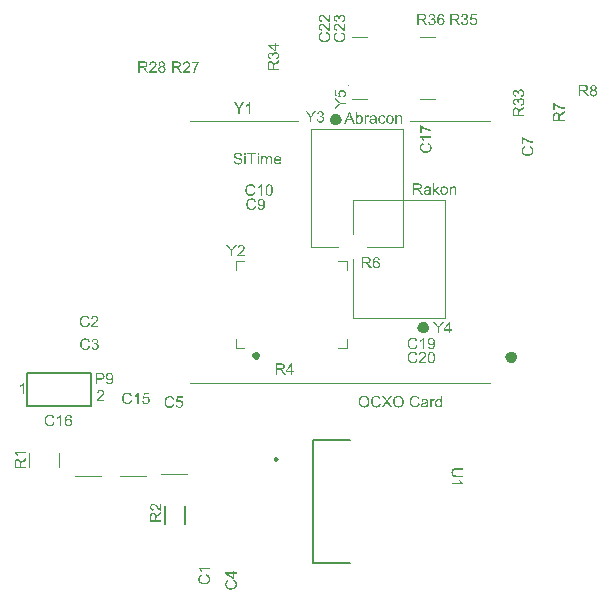
<source format=gto>
G04*
G04 #@! TF.GenerationSoftware,Altium Limited,Altium Designer,21.6.4 (81)*
G04*
G04 Layer_Color=65535*
%FSAX25Y25*%
%MOIN*%
G70*
G04*
G04 #@! TF.SameCoordinates,A43D0BD7-71F7-406A-839A-B2BA5E4553EA*
G04*
G04*
G04 #@! TF.FilePolarity,Positive*
G04*
G01*
G75*
%ADD10C,0.00984*%
%ADD11C,0.01772*%
%ADD12C,0.01968*%
%ADD13C,0.00787*%
%ADD14C,0.00394*%
%ADD15C,0.00500*%
G36*
X0137297Y0068372D02*
X0137346Y0068367D01*
X0137406Y0068362D01*
X0137466Y0068356D01*
X0137537Y0068340D01*
X0137685Y0068307D01*
X0137849Y0068258D01*
X0137931Y0068225D01*
X0138007Y0068187D01*
X0138083Y0068138D01*
X0138160Y0068089D01*
X0138165Y0068083D01*
X0138176Y0068078D01*
X0138198Y0068061D01*
X0138225Y0068034D01*
X0138253Y0068007D01*
X0138291Y0067968D01*
X0138329Y0067925D01*
X0138373Y0067881D01*
X0138416Y0067826D01*
X0138460Y0067761D01*
X0138509Y0067695D01*
X0138553Y0067624D01*
X0138591Y0067542D01*
X0138635Y0067461D01*
X0138668Y0067373D01*
X0138700Y0067275D01*
X0138209Y0067160D01*
Y0067166D01*
X0138204Y0067177D01*
X0138193Y0067198D01*
X0138182Y0067226D01*
X0138171Y0067259D01*
X0138154Y0067302D01*
X0138111Y0067390D01*
X0138056Y0067488D01*
X0137990Y0067586D01*
X0137909Y0067679D01*
X0137821Y0067761D01*
X0137810Y0067772D01*
X0137778Y0067794D01*
X0137723Y0067821D01*
X0137652Y0067859D01*
X0137559Y0067892D01*
X0137455Y0067925D01*
X0137330Y0067946D01*
X0137193Y0067952D01*
X0137150D01*
X0137122Y0067946D01*
X0137084D01*
X0137040Y0067941D01*
X0136937Y0067925D01*
X0136822Y0067903D01*
X0136702Y0067865D01*
X0136576Y0067810D01*
X0136462Y0067739D01*
X0136456D01*
X0136451Y0067728D01*
X0136413Y0067701D01*
X0136363Y0067657D01*
X0136303Y0067592D01*
X0136232Y0067510D01*
X0136167Y0067417D01*
X0136107Y0067302D01*
X0136052Y0067177D01*
Y0067171D01*
X0136047Y0067160D01*
X0136041Y0067144D01*
X0136036Y0067117D01*
X0136025Y0067084D01*
X0136014Y0067046D01*
X0135998Y0066953D01*
X0135976Y0066844D01*
X0135954Y0066724D01*
X0135943Y0066592D01*
X0135938Y0066451D01*
Y0066445D01*
Y0066429D01*
Y0066401D01*
Y0066369D01*
X0135943Y0066330D01*
Y0066281D01*
X0135949Y0066227D01*
X0135954Y0066167D01*
X0135970Y0066035D01*
X0135998Y0065894D01*
X0136030Y0065752D01*
X0136074Y0065610D01*
Y0065604D01*
X0136080Y0065593D01*
X0136091Y0065577D01*
X0136101Y0065550D01*
X0136134Y0065484D01*
X0136183Y0065408D01*
X0136243Y0065320D01*
X0136320Y0065227D01*
X0136407Y0065145D01*
X0136511Y0065069D01*
X0136516D01*
X0136527Y0065064D01*
X0136544Y0065053D01*
X0136565Y0065042D01*
X0136593Y0065031D01*
X0136626Y0065014D01*
X0136702Y0064982D01*
X0136800Y0064949D01*
X0136909Y0064922D01*
X0137030Y0064900D01*
X0137155Y0064894D01*
X0137193D01*
X0137226Y0064900D01*
X0137264D01*
X0137303Y0064905D01*
X0137401Y0064927D01*
X0137515Y0064954D01*
X0137630Y0064998D01*
X0137750Y0065058D01*
X0137810Y0065091D01*
X0137865Y0065135D01*
X0137870Y0065140D01*
X0137876Y0065145D01*
X0137892Y0065162D01*
X0137914Y0065178D01*
X0137936Y0065206D01*
X0137963Y0065238D01*
X0137996Y0065271D01*
X0138023Y0065315D01*
X0138056Y0065364D01*
X0138094Y0065418D01*
X0138127Y0065473D01*
X0138160Y0065539D01*
X0138187Y0065610D01*
X0138214Y0065686D01*
X0138242Y0065768D01*
X0138263Y0065855D01*
X0138766Y0065730D01*
Y0065724D01*
X0138760Y0065702D01*
X0138750Y0065670D01*
X0138733Y0065626D01*
X0138717Y0065577D01*
X0138695Y0065517D01*
X0138668Y0065451D01*
X0138635Y0065380D01*
X0138558Y0065227D01*
X0138460Y0065075D01*
X0138400Y0064998D01*
X0138340Y0064922D01*
X0138275Y0064856D01*
X0138198Y0064791D01*
X0138193Y0064785D01*
X0138182Y0064774D01*
X0138154Y0064763D01*
X0138127Y0064741D01*
X0138083Y0064714D01*
X0138040Y0064687D01*
X0137980Y0064660D01*
X0137920Y0064632D01*
X0137849Y0064600D01*
X0137772Y0064572D01*
X0137690Y0064545D01*
X0137603Y0064518D01*
X0137510Y0064496D01*
X0137412Y0064485D01*
X0137308Y0064474D01*
X0137199Y0064468D01*
X0137139D01*
X0137095Y0064474D01*
X0137046D01*
X0136986Y0064479D01*
X0136920Y0064490D01*
X0136844Y0064501D01*
X0136686Y0064529D01*
X0136522Y0064572D01*
X0136358Y0064632D01*
X0136282Y0064670D01*
X0136205Y0064714D01*
X0136200Y0064720D01*
X0136189Y0064725D01*
X0136167Y0064741D01*
X0136145Y0064763D01*
X0136112Y0064785D01*
X0136074Y0064818D01*
X0136030Y0064856D01*
X0135987Y0064900D01*
X0135943Y0064949D01*
X0135894Y0064998D01*
X0135796Y0065124D01*
X0135703Y0065271D01*
X0135621Y0065435D01*
Y0065440D01*
X0135610Y0065457D01*
X0135605Y0065484D01*
X0135588Y0065517D01*
X0135577Y0065561D01*
X0135561Y0065615D01*
X0135539Y0065675D01*
X0135523Y0065741D01*
X0135506Y0065812D01*
X0135484Y0065894D01*
X0135457Y0066063D01*
X0135435Y0066254D01*
X0135424Y0066451D01*
Y0066456D01*
Y0066478D01*
Y0066510D01*
X0135430Y0066549D01*
Y0066603D01*
X0135435Y0066658D01*
X0135441Y0066729D01*
X0135452Y0066800D01*
X0135479Y0066958D01*
X0135517Y0067133D01*
X0135572Y0067308D01*
X0135648Y0067477D01*
X0135654Y0067482D01*
X0135659Y0067499D01*
X0135670Y0067521D01*
X0135692Y0067548D01*
X0135714Y0067586D01*
X0135741Y0067630D01*
X0135812Y0067728D01*
X0135905Y0067837D01*
X0136014Y0067946D01*
X0136140Y0068056D01*
X0136287Y0068148D01*
X0136293Y0068154D01*
X0136309Y0068160D01*
X0136331Y0068170D01*
X0136358Y0068187D01*
X0136402Y0068203D01*
X0136445Y0068220D01*
X0136500Y0068241D01*
X0136560Y0068263D01*
X0136626Y0068285D01*
X0136697Y0068307D01*
X0136849Y0068340D01*
X0137024Y0068367D01*
X0137204Y0068378D01*
X0137259D01*
X0137297Y0068372D01*
D02*
G37*
G36*
X0124390D02*
X0124439Y0068367D01*
X0124499Y0068362D01*
X0124559Y0068356D01*
X0124630Y0068340D01*
X0124777Y0068307D01*
X0124941Y0068258D01*
X0125023Y0068225D01*
X0125100Y0068187D01*
X0125176Y0068138D01*
X0125252Y0068089D01*
X0125258Y0068083D01*
X0125269Y0068078D01*
X0125291Y0068061D01*
X0125318Y0068034D01*
X0125345Y0068007D01*
X0125383Y0067968D01*
X0125422Y0067925D01*
X0125465Y0067881D01*
X0125509Y0067826D01*
X0125553Y0067761D01*
X0125602Y0067695D01*
X0125645Y0067624D01*
X0125684Y0067542D01*
X0125727Y0067461D01*
X0125760Y0067373D01*
X0125793Y0067275D01*
X0125302Y0067160D01*
Y0067166D01*
X0125296Y0067177D01*
X0125285Y0067198D01*
X0125274Y0067226D01*
X0125263Y0067259D01*
X0125247Y0067302D01*
X0125203Y0067390D01*
X0125149Y0067488D01*
X0125083Y0067586D01*
X0125001Y0067679D01*
X0124914Y0067761D01*
X0124903Y0067772D01*
X0124870Y0067794D01*
X0124816Y0067821D01*
X0124745Y0067859D01*
X0124652Y0067892D01*
X0124548Y0067925D01*
X0124422Y0067946D01*
X0124286Y0067952D01*
X0124242D01*
X0124215Y0067946D01*
X0124177D01*
X0124133Y0067941D01*
X0124029Y0067925D01*
X0123915Y0067903D01*
X0123794Y0067865D01*
X0123669Y0067810D01*
X0123554Y0067739D01*
X0123549D01*
X0123543Y0067728D01*
X0123505Y0067701D01*
X0123456Y0067657D01*
X0123396Y0067592D01*
X0123325Y0067510D01*
X0123259Y0067417D01*
X0123199Y0067302D01*
X0123145Y0067177D01*
Y0067171D01*
X0123139Y0067160D01*
X0123134Y0067144D01*
X0123128Y0067117D01*
X0123117Y0067084D01*
X0123107Y0067046D01*
X0123090Y0066953D01*
X0123068Y0066844D01*
X0123047Y0066724D01*
X0123036Y0066592D01*
X0123030Y0066451D01*
Y0066445D01*
Y0066429D01*
Y0066401D01*
Y0066369D01*
X0123036Y0066330D01*
Y0066281D01*
X0123041Y0066227D01*
X0123047Y0066167D01*
X0123063Y0066035D01*
X0123090Y0065894D01*
X0123123Y0065752D01*
X0123167Y0065610D01*
Y0065604D01*
X0123172Y0065593D01*
X0123183Y0065577D01*
X0123194Y0065550D01*
X0123227Y0065484D01*
X0123276Y0065408D01*
X0123336Y0065320D01*
X0123412Y0065227D01*
X0123500Y0065145D01*
X0123603Y0065069D01*
X0123609D01*
X0123620Y0065064D01*
X0123636Y0065053D01*
X0123658Y0065042D01*
X0123685Y0065031D01*
X0123718Y0065014D01*
X0123794Y0064982D01*
X0123893Y0064949D01*
X0124002Y0064922D01*
X0124122Y0064900D01*
X0124248Y0064894D01*
X0124286D01*
X0124319Y0064900D01*
X0124357D01*
X0124395Y0064905D01*
X0124493Y0064927D01*
X0124608Y0064954D01*
X0124723Y0064998D01*
X0124843Y0065058D01*
X0124903Y0065091D01*
X0124958Y0065135D01*
X0124963Y0065140D01*
X0124968Y0065145D01*
X0124985Y0065162D01*
X0125007Y0065178D01*
X0125029Y0065206D01*
X0125056Y0065238D01*
X0125089Y0065271D01*
X0125116Y0065315D01*
X0125149Y0065364D01*
X0125187Y0065418D01*
X0125220Y0065473D01*
X0125252Y0065539D01*
X0125280Y0065610D01*
X0125307Y0065686D01*
X0125334Y0065768D01*
X0125356Y0065855D01*
X0125858Y0065730D01*
Y0065724D01*
X0125853Y0065702D01*
X0125842Y0065670D01*
X0125826Y0065626D01*
X0125809Y0065577D01*
X0125787Y0065517D01*
X0125760Y0065451D01*
X0125727Y0065380D01*
X0125651Y0065227D01*
X0125553Y0065075D01*
X0125493Y0064998D01*
X0125433Y0064922D01*
X0125367Y0064856D01*
X0125291Y0064791D01*
X0125285Y0064785D01*
X0125274Y0064774D01*
X0125247Y0064763D01*
X0125220Y0064741D01*
X0125176Y0064714D01*
X0125132Y0064687D01*
X0125072Y0064660D01*
X0125012Y0064632D01*
X0124941Y0064600D01*
X0124865Y0064572D01*
X0124783Y0064545D01*
X0124695Y0064518D01*
X0124603Y0064496D01*
X0124504Y0064485D01*
X0124401Y0064474D01*
X0124291Y0064468D01*
X0124231D01*
X0124188Y0064474D01*
X0124138D01*
X0124078Y0064479D01*
X0124013Y0064490D01*
X0123936Y0064501D01*
X0123778Y0064529D01*
X0123614Y0064572D01*
X0123451Y0064632D01*
X0123374Y0064670D01*
X0123298Y0064714D01*
X0123292Y0064720D01*
X0123281Y0064725D01*
X0123259Y0064741D01*
X0123238Y0064763D01*
X0123205Y0064785D01*
X0123167Y0064818D01*
X0123123Y0064856D01*
X0123079Y0064900D01*
X0123036Y0064949D01*
X0122986Y0064998D01*
X0122888Y0065124D01*
X0122795Y0065271D01*
X0122713Y0065435D01*
Y0065440D01*
X0122703Y0065457D01*
X0122697Y0065484D01*
X0122681Y0065517D01*
X0122670Y0065561D01*
X0122653Y0065615D01*
X0122632Y0065675D01*
X0122615Y0065741D01*
X0122599Y0065812D01*
X0122577Y0065894D01*
X0122550Y0066063D01*
X0122528Y0066254D01*
X0122517Y0066451D01*
Y0066456D01*
Y0066478D01*
Y0066510D01*
X0122522Y0066549D01*
Y0066603D01*
X0122528Y0066658D01*
X0122533Y0066729D01*
X0122544Y0066800D01*
X0122572Y0066958D01*
X0122610Y0067133D01*
X0122664Y0067308D01*
X0122741Y0067477D01*
X0122746Y0067482D01*
X0122752Y0067499D01*
X0122763Y0067521D01*
X0122784Y0067548D01*
X0122806Y0067586D01*
X0122834Y0067630D01*
X0122905Y0067728D01*
X0122997Y0067837D01*
X0123107Y0067946D01*
X0123232Y0068056D01*
X0123380Y0068148D01*
X0123385Y0068154D01*
X0123401Y0068160D01*
X0123423Y0068170D01*
X0123451Y0068187D01*
X0123494Y0068203D01*
X0123538Y0068220D01*
X0123592Y0068241D01*
X0123653Y0068263D01*
X0123718Y0068285D01*
X0123789Y0068307D01*
X0123942Y0068340D01*
X0124117Y0068367D01*
X0124297Y0068378D01*
X0124351D01*
X0124390Y0068372D01*
D02*
G37*
G36*
X0146219Y0064534D02*
X0145787D01*
Y0064878D01*
X0145782Y0064872D01*
X0145776Y0064862D01*
X0145760Y0064840D01*
X0145738Y0064812D01*
X0145711Y0064785D01*
X0145678Y0064752D01*
X0145640Y0064714D01*
X0145591Y0064676D01*
X0145542Y0064638D01*
X0145487Y0064600D01*
X0145422Y0064567D01*
X0145351Y0064539D01*
X0145280Y0064512D01*
X0145198Y0064490D01*
X0145110Y0064479D01*
X0145018Y0064474D01*
X0144985D01*
X0144963Y0064479D01*
X0144897Y0064485D01*
X0144821Y0064496D01*
X0144728Y0064518D01*
X0144624Y0064550D01*
X0144521Y0064594D01*
X0144417Y0064654D01*
X0144412D01*
X0144406Y0064665D01*
X0144373Y0064687D01*
X0144324Y0064731D01*
X0144264Y0064785D01*
X0144193Y0064856D01*
X0144122Y0064943D01*
X0144051Y0065042D01*
X0143991Y0065157D01*
Y0065162D01*
X0143986Y0065173D01*
X0143980Y0065189D01*
X0143969Y0065211D01*
X0143958Y0065244D01*
X0143942Y0065282D01*
X0143931Y0065320D01*
X0143920Y0065369D01*
X0143893Y0065479D01*
X0143866Y0065604D01*
X0143849Y0065746D01*
X0143844Y0065899D01*
Y0065904D01*
Y0065915D01*
Y0065937D01*
Y0065970D01*
X0143849Y0066003D01*
Y0066046D01*
X0143860Y0066145D01*
X0143876Y0066259D01*
X0143904Y0066385D01*
X0143937Y0066516D01*
X0143980Y0066642D01*
Y0066647D01*
X0143986Y0066658D01*
X0143997Y0066674D01*
X0144007Y0066696D01*
X0144040Y0066756D01*
X0144084Y0066833D01*
X0144139Y0066915D01*
X0144210Y0066997D01*
X0144291Y0067084D01*
X0144390Y0067155D01*
X0144395D01*
X0144401Y0067160D01*
X0144417Y0067171D01*
X0144439Y0067182D01*
X0144493Y0067209D01*
X0144570Y0067248D01*
X0144657Y0067280D01*
X0144761Y0067308D01*
X0144876Y0067330D01*
X0144996Y0067335D01*
X0145039D01*
X0145083Y0067330D01*
X0145143Y0067324D01*
X0145214Y0067308D01*
X0145291Y0067291D01*
X0145367Y0067264D01*
X0145438Y0067226D01*
X0145449Y0067220D01*
X0145471Y0067209D01*
X0145503Y0067182D01*
X0145547Y0067155D01*
X0145602Y0067117D01*
X0145651Y0067067D01*
X0145705Y0067018D01*
X0145755Y0066958D01*
Y0068312D01*
X0146219D01*
Y0064534D01*
D02*
G37*
G36*
X0128135Y0066516D02*
X0129549Y0064534D01*
X0128932D01*
X0127977Y0065877D01*
X0127971Y0065883D01*
X0127961Y0065899D01*
X0127950Y0065921D01*
X0127928Y0065948D01*
X0127879Y0066025D01*
X0127824Y0066106D01*
X0127819Y0066101D01*
X0127802Y0066079D01*
X0127780Y0066046D01*
X0127753Y0066003D01*
X0127693Y0065915D01*
X0127666Y0065877D01*
X0127644Y0065844D01*
X0126688Y0064534D01*
X0126088D01*
X0127546Y0066489D01*
X0126257Y0068312D01*
X0126852D01*
X0127540Y0067340D01*
Y0067335D01*
X0127551Y0067330D01*
X0127562Y0067313D01*
X0127578Y0067291D01*
X0127611Y0067237D01*
X0127660Y0067171D01*
X0127709Y0067095D01*
X0127759Y0067018D01*
X0127802Y0066947D01*
X0127840Y0066882D01*
X0127846Y0066893D01*
X0127862Y0066915D01*
X0127890Y0066958D01*
X0127928Y0067013D01*
X0127971Y0067073D01*
X0128026Y0067149D01*
X0128081Y0067226D01*
X0128146Y0067308D01*
X0128900Y0068312D01*
X0129446D01*
X0128135Y0066516D01*
D02*
G37*
G36*
X0143352Y0067330D02*
X0143412Y0067319D01*
X0143483Y0067297D01*
X0143560Y0067269D01*
X0143647Y0067231D01*
X0143740Y0067182D01*
X0143571Y0066756D01*
X0143565Y0066762D01*
X0143543Y0066773D01*
X0143511Y0066789D01*
X0143467Y0066805D01*
X0143418Y0066822D01*
X0143358Y0066838D01*
X0143298Y0066849D01*
X0143238Y0066855D01*
X0143210D01*
X0143183Y0066849D01*
X0143145Y0066844D01*
X0143106Y0066833D01*
X0143057Y0066816D01*
X0143008Y0066795D01*
X0142965Y0066762D01*
X0142959Y0066756D01*
X0142943Y0066745D01*
X0142926Y0066724D01*
X0142899Y0066696D01*
X0142872Y0066658D01*
X0142844Y0066614D01*
X0142817Y0066565D01*
X0142795Y0066505D01*
X0142790Y0066494D01*
X0142784Y0066461D01*
X0142773Y0066412D01*
X0142757Y0066347D01*
X0142741Y0066265D01*
X0142730Y0066172D01*
X0142724Y0066074D01*
X0142719Y0065965D01*
Y0064534D01*
X0142255D01*
Y0067275D01*
X0142675D01*
Y0066860D01*
X0142681Y0066865D01*
X0142702Y0066904D01*
X0142730Y0066953D01*
X0142773Y0067013D01*
X0142817Y0067073D01*
X0142866Y0067138D01*
X0142915Y0067193D01*
X0142965Y0067237D01*
X0142970Y0067242D01*
X0142986Y0067253D01*
X0143019Y0067269D01*
X0143052Y0067286D01*
X0143096Y0067302D01*
X0143150Y0067319D01*
X0143205Y0067330D01*
X0143265Y0067335D01*
X0143303D01*
X0143352Y0067330D01*
D02*
G37*
G36*
X0140600D02*
X0140682Y0067324D01*
X0140775Y0067313D01*
X0140868Y0067297D01*
X0140961Y0067275D01*
X0141048Y0067248D01*
X0141059Y0067242D01*
X0141086Y0067231D01*
X0141125Y0067215D01*
X0141174Y0067193D01*
X0141228Y0067160D01*
X0141283Y0067128D01*
X0141332Y0067084D01*
X0141376Y0067040D01*
X0141381Y0067035D01*
X0141392Y0067018D01*
X0141409Y0066991D01*
X0141430Y0066958D01*
X0141458Y0066909D01*
X0141480Y0066860D01*
X0141501Y0066800D01*
X0141518Y0066729D01*
Y0066724D01*
X0141523Y0066707D01*
X0141529Y0066674D01*
X0141534Y0066631D01*
Y0066571D01*
X0141540Y0066500D01*
X0141545Y0066407D01*
Y0066303D01*
Y0065681D01*
Y0065675D01*
Y0065653D01*
Y0065621D01*
Y0065577D01*
Y0065528D01*
Y0065468D01*
X0141551Y0065337D01*
Y0065200D01*
X0141556Y0065064D01*
X0141561Y0065004D01*
Y0064949D01*
X0141567Y0064900D01*
X0141572Y0064862D01*
Y0064856D01*
X0141578Y0064834D01*
X0141583Y0064802D01*
X0141600Y0064758D01*
X0141611Y0064709D01*
X0141632Y0064654D01*
X0141660Y0064594D01*
X0141687Y0064534D01*
X0141201D01*
X0141196Y0064539D01*
X0141190Y0064561D01*
X0141179Y0064589D01*
X0141163Y0064632D01*
X0141146Y0064681D01*
X0141136Y0064741D01*
X0141125Y0064807D01*
X0141114Y0064878D01*
X0141108D01*
X0141103Y0064867D01*
X0141070Y0064840D01*
X0141021Y0064802D01*
X0140955Y0064752D01*
X0140873Y0064703D01*
X0140791Y0064649D01*
X0140704Y0064600D01*
X0140611Y0064561D01*
X0140600Y0064556D01*
X0140568Y0064550D01*
X0140518Y0064534D01*
X0140458Y0064518D01*
X0140382Y0064501D01*
X0140295Y0064490D01*
X0140196Y0064479D01*
X0140098Y0064474D01*
X0140054D01*
X0140022Y0064479D01*
X0139983D01*
X0139940Y0064485D01*
X0139841Y0064501D01*
X0139732Y0064529D01*
X0139612Y0064567D01*
X0139503Y0064621D01*
X0139405Y0064692D01*
X0139394Y0064703D01*
X0139366Y0064731D01*
X0139328Y0064780D01*
X0139285Y0064845D01*
X0139241Y0064927D01*
X0139203Y0065020D01*
X0139175Y0065135D01*
X0139170Y0065189D01*
X0139164Y0065255D01*
Y0065266D01*
Y0065288D01*
X0139170Y0065326D01*
X0139175Y0065375D01*
X0139186Y0065435D01*
X0139203Y0065495D01*
X0139225Y0065561D01*
X0139252Y0065621D01*
X0139257Y0065626D01*
X0139268Y0065648D01*
X0139290Y0065681D01*
X0139317Y0065719D01*
X0139350Y0065763D01*
X0139394Y0065806D01*
X0139437Y0065850D01*
X0139492Y0065888D01*
X0139497Y0065894D01*
X0139519Y0065904D01*
X0139547Y0065926D01*
X0139590Y0065948D01*
X0139639Y0065970D01*
X0139699Y0065997D01*
X0139760Y0066019D01*
X0139831Y0066041D01*
X0139836D01*
X0139858Y0066046D01*
X0139891Y0066057D01*
X0139934Y0066063D01*
X0139989Y0066074D01*
X0140060Y0066085D01*
X0140142Y0066101D01*
X0140240Y0066112D01*
X0140245D01*
X0140267Y0066117D01*
X0140295D01*
X0140333Y0066123D01*
X0140376Y0066128D01*
X0140431Y0066139D01*
X0140491Y0066145D01*
X0140557Y0066156D01*
X0140688Y0066183D01*
X0140830Y0066210D01*
X0140955Y0066243D01*
X0141015Y0066259D01*
X0141070Y0066276D01*
Y0066281D01*
Y0066292D01*
X0141075Y0066325D01*
Y0066363D01*
Y0066385D01*
Y0066396D01*
Y0066401D01*
Y0066407D01*
Y0066440D01*
X0141070Y0066494D01*
X0141059Y0066554D01*
X0141043Y0066620D01*
X0141015Y0066685D01*
X0140983Y0066745D01*
X0140939Y0066795D01*
X0140934Y0066800D01*
X0140906Y0066822D01*
X0140863Y0066844D01*
X0140808Y0066876D01*
X0140731Y0066904D01*
X0140644Y0066931D01*
X0140535Y0066947D01*
X0140409Y0066953D01*
X0140355D01*
X0140300Y0066947D01*
X0140224Y0066936D01*
X0140147Y0066926D01*
X0140065Y0066904D01*
X0139989Y0066876D01*
X0139923Y0066838D01*
X0139918Y0066833D01*
X0139896Y0066816D01*
X0139869Y0066789D01*
X0139836Y0066745D01*
X0139803Y0066691D01*
X0139765Y0066620D01*
X0139732Y0066532D01*
X0139699Y0066434D01*
X0139246Y0066494D01*
Y0066500D01*
X0139252Y0066505D01*
Y0066522D01*
X0139257Y0066543D01*
X0139274Y0066592D01*
X0139295Y0066663D01*
X0139323Y0066734D01*
X0139356Y0066811D01*
X0139399Y0066887D01*
X0139448Y0066958D01*
X0139454Y0066964D01*
X0139476Y0066986D01*
X0139508Y0067018D01*
X0139552Y0067062D01*
X0139612Y0067106D01*
X0139683Y0067149D01*
X0139765Y0067198D01*
X0139858Y0067237D01*
X0139863D01*
X0139869Y0067242D01*
X0139885Y0067248D01*
X0139907Y0067253D01*
X0139962Y0067269D01*
X0140038Y0067286D01*
X0140125Y0067302D01*
X0140235Y0067319D01*
X0140349Y0067330D01*
X0140480Y0067335D01*
X0140540D01*
X0140600Y0067330D01*
D02*
G37*
G36*
X0131739Y0068372D02*
X0131788D01*
X0131837Y0068367D01*
X0131903Y0068356D01*
X0131968Y0068345D01*
X0132110Y0068318D01*
X0132274Y0068274D01*
X0132432Y0068209D01*
X0132514Y0068170D01*
X0132596Y0068127D01*
X0132601Y0068121D01*
X0132612Y0068116D01*
X0132634Y0068099D01*
X0132667Y0068083D01*
X0132700Y0068056D01*
X0132744Y0068023D01*
X0132836Y0067946D01*
X0132935Y0067848D01*
X0133044Y0067728D01*
X0133148Y0067586D01*
X0133235Y0067428D01*
Y0067422D01*
X0133246Y0067406D01*
X0133257Y0067384D01*
X0133268Y0067351D01*
X0133290Y0067308D01*
X0133306Y0067259D01*
X0133328Y0067198D01*
X0133350Y0067133D01*
X0133366Y0067062D01*
X0133388Y0066986D01*
X0133410Y0066898D01*
X0133426Y0066811D01*
X0133448Y0066620D01*
X0133459Y0066412D01*
Y0066407D01*
Y0066385D01*
Y0066358D01*
X0133453Y0066314D01*
Y0066265D01*
X0133448Y0066205D01*
X0133437Y0066139D01*
X0133431Y0066068D01*
X0133404Y0065910D01*
X0133360Y0065735D01*
X0133300Y0065561D01*
X0133268Y0065473D01*
X0133224Y0065386D01*
Y0065380D01*
X0133213Y0065364D01*
X0133202Y0065342D01*
X0133180Y0065309D01*
X0133158Y0065271D01*
X0133131Y0065233D01*
X0133055Y0065129D01*
X0132962Y0065020D01*
X0132853Y0064905D01*
X0132722Y0064796D01*
X0132569Y0064698D01*
X0132563D01*
X0132552Y0064687D01*
X0132525Y0064676D01*
X0132492Y0064660D01*
X0132454Y0064643D01*
X0132410Y0064627D01*
X0132356Y0064605D01*
X0132296Y0064583D01*
X0132230Y0064561D01*
X0132159Y0064539D01*
X0132001Y0064507D01*
X0131832Y0064479D01*
X0131651Y0064468D01*
X0131597D01*
X0131564Y0064474D01*
X0131515D01*
X0131460Y0064485D01*
X0131400Y0064490D01*
X0131329Y0064501D01*
X0131182Y0064534D01*
X0131024Y0064578D01*
X0130860Y0064643D01*
X0130778Y0064681D01*
X0130696Y0064725D01*
X0130691Y0064731D01*
X0130680Y0064736D01*
X0130658Y0064752D01*
X0130625Y0064774D01*
X0130592Y0064796D01*
X0130554Y0064829D01*
X0130461Y0064911D01*
X0130357Y0065009D01*
X0130248Y0065129D01*
X0130150Y0065266D01*
X0130057Y0065424D01*
Y0065430D01*
X0130046Y0065446D01*
X0130035Y0065468D01*
X0130024Y0065500D01*
X0130008Y0065544D01*
X0129992Y0065593D01*
X0129970Y0065648D01*
X0129953Y0065708D01*
X0129932Y0065779D01*
X0129910Y0065850D01*
X0129877Y0066014D01*
X0129855Y0066183D01*
X0129844Y0066369D01*
Y0066374D01*
Y0066379D01*
Y0066412D01*
X0129850Y0066461D01*
Y0066527D01*
X0129861Y0066603D01*
X0129871Y0066696D01*
X0129888Y0066800D01*
X0129910Y0066909D01*
X0129932Y0067024D01*
X0129964Y0067144D01*
X0130008Y0067264D01*
X0130057Y0067390D01*
X0130112Y0067510D01*
X0130183Y0067630D01*
X0130259Y0067739D01*
X0130347Y0067843D01*
X0130352Y0067848D01*
X0130368Y0067865D01*
X0130401Y0067892D01*
X0130439Y0067925D01*
X0130489Y0067968D01*
X0130549Y0068012D01*
X0130620Y0068061D01*
X0130701Y0068110D01*
X0130789Y0068160D01*
X0130887Y0068209D01*
X0130996Y0068252D01*
X0131111Y0068296D01*
X0131237Y0068329D01*
X0131368Y0068356D01*
X0131504Y0068372D01*
X0131651Y0068378D01*
X0131701D01*
X0131739Y0068372D01*
D02*
G37*
G36*
X0120300D02*
X0120349D01*
X0120398Y0068367D01*
X0120464Y0068356D01*
X0120529Y0068345D01*
X0120671Y0068318D01*
X0120835Y0068274D01*
X0120994Y0068209D01*
X0121075Y0068170D01*
X0121157Y0068127D01*
X0121163Y0068121D01*
X0121174Y0068116D01*
X0121196Y0068099D01*
X0121228Y0068083D01*
X0121261Y0068056D01*
X0121305Y0068023D01*
X0121398Y0067946D01*
X0121496Y0067848D01*
X0121605Y0067728D01*
X0121709Y0067586D01*
X0121796Y0067428D01*
Y0067422D01*
X0121807Y0067406D01*
X0121818Y0067384D01*
X0121829Y0067351D01*
X0121851Y0067308D01*
X0121867Y0067259D01*
X0121889Y0067198D01*
X0121911Y0067133D01*
X0121927Y0067062D01*
X0121949Y0066986D01*
X0121971Y0066898D01*
X0121987Y0066811D01*
X0122009Y0066620D01*
X0122020Y0066412D01*
Y0066407D01*
Y0066385D01*
Y0066358D01*
X0122015Y0066314D01*
Y0066265D01*
X0122009Y0066205D01*
X0121998Y0066139D01*
X0121993Y0066068D01*
X0121965Y0065910D01*
X0121922Y0065735D01*
X0121862Y0065561D01*
X0121829Y0065473D01*
X0121785Y0065386D01*
Y0065380D01*
X0121774Y0065364D01*
X0121763Y0065342D01*
X0121742Y0065309D01*
X0121720Y0065271D01*
X0121692Y0065233D01*
X0121616Y0065129D01*
X0121523Y0065020D01*
X0121414Y0064905D01*
X0121283Y0064796D01*
X0121130Y0064698D01*
X0121125D01*
X0121114Y0064687D01*
X0121086Y0064676D01*
X0121054Y0064660D01*
X0121015Y0064643D01*
X0120972Y0064627D01*
X0120917Y0064605D01*
X0120857Y0064583D01*
X0120791Y0064561D01*
X0120721Y0064539D01*
X0120562Y0064507D01*
X0120393Y0064479D01*
X0120213Y0064468D01*
X0120158D01*
X0120125Y0064474D01*
X0120076D01*
X0120022Y0064485D01*
X0119962Y0064490D01*
X0119891Y0064501D01*
X0119743Y0064534D01*
X0119585Y0064578D01*
X0119421Y0064643D01*
X0119339Y0064681D01*
X0119257Y0064725D01*
X0119252Y0064731D01*
X0119241Y0064736D01*
X0119219Y0064752D01*
X0119186Y0064774D01*
X0119153Y0064796D01*
X0119115Y0064829D01*
X0119023Y0064911D01*
X0118919Y0065009D01*
X0118809Y0065129D01*
X0118711Y0065266D01*
X0118619Y0065424D01*
Y0065430D01*
X0118607Y0065446D01*
X0118597Y0065468D01*
X0118586Y0065500D01*
X0118569Y0065544D01*
X0118553Y0065593D01*
X0118531Y0065648D01*
X0118515Y0065708D01*
X0118493Y0065779D01*
X0118471Y0065850D01*
X0118438Y0066014D01*
X0118416Y0066183D01*
X0118405Y0066369D01*
Y0066374D01*
Y0066379D01*
Y0066412D01*
X0118411Y0066461D01*
Y0066527D01*
X0118422Y0066603D01*
X0118433Y0066696D01*
X0118449Y0066800D01*
X0118471Y0066909D01*
X0118493Y0067024D01*
X0118526Y0067144D01*
X0118569Y0067264D01*
X0118619Y0067390D01*
X0118673Y0067510D01*
X0118744Y0067630D01*
X0118821Y0067739D01*
X0118908Y0067843D01*
X0118913Y0067848D01*
X0118930Y0067865D01*
X0118962Y0067892D01*
X0119001Y0067925D01*
X0119050Y0067968D01*
X0119110Y0068012D01*
X0119181Y0068061D01*
X0119263Y0068110D01*
X0119350Y0068160D01*
X0119448Y0068209D01*
X0119558Y0068252D01*
X0119672Y0068296D01*
X0119798Y0068329D01*
X0119929Y0068356D01*
X0120065Y0068372D01*
X0120213Y0068378D01*
X0120262D01*
X0120300Y0068372D01*
D02*
G37*
G36*
X0115099Y0172097D02*
X0115127Y0172092D01*
X0115159Y0172081D01*
X0115192Y0172065D01*
X0115230Y0172043D01*
X0115263Y0172016D01*
X0115268Y0172010D01*
X0115274Y0171999D01*
X0115290Y0171983D01*
X0115301Y0171955D01*
X0115334Y0171895D01*
X0115339Y0171857D01*
X0115345Y0171813D01*
Y0171792D01*
X0115339Y0171770D01*
X0115334Y0171742D01*
X0115323Y0171710D01*
X0115312Y0171677D01*
X0115290Y0171639D01*
X0115263Y0171606D01*
X0115258Y0171600D01*
X0115247Y0171595D01*
X0115230Y0171579D01*
X0115203Y0171568D01*
X0115176Y0171551D01*
X0115137Y0171535D01*
X0115099Y0171529D01*
X0115056Y0171524D01*
X0115050D01*
X0115034D01*
X0115012Y0171529D01*
X0114985Y0171535D01*
X0114952Y0171546D01*
X0114919Y0171557D01*
X0114886Y0171579D01*
X0114854Y0171606D01*
X0114848Y0171611D01*
X0114837Y0171622D01*
X0114826Y0171639D01*
X0114810Y0171666D01*
X0114793Y0171693D01*
X0114777Y0171731D01*
X0114772Y0171770D01*
X0114766Y0171813D01*
Y0171835D01*
X0114772Y0171857D01*
X0114777Y0171884D01*
X0114788Y0171917D01*
X0114804Y0171950D01*
X0114826Y0171983D01*
X0114854Y0172016D01*
X0114859Y0172021D01*
X0114870Y0172032D01*
X0114886Y0172043D01*
X0114913Y0172059D01*
X0114974Y0172092D01*
X0115012Y0172097D01*
X0115056Y0172103D01*
X0115061D01*
X0115077D01*
X0115099Y0172097D01*
D02*
G37*
G36*
X0006884Y0068898D02*
X0006420D01*
Y0071851D01*
X0006415Y0071846D01*
X0006388Y0071824D01*
X0006355Y0071791D01*
X0006300Y0071753D01*
X0006240Y0071704D01*
X0006164Y0071649D01*
X0006076Y0071589D01*
X0005978Y0071529D01*
X0005973D01*
X0005967Y0071524D01*
X0005934Y0071502D01*
X0005880Y0071475D01*
X0005814Y0071442D01*
X0005738Y0071404D01*
X0005656Y0071366D01*
X0005574Y0071327D01*
X0005492Y0071295D01*
Y0071742D01*
X0005498D01*
X0005508Y0071753D01*
X0005530Y0071759D01*
X0005558Y0071775D01*
X0005590Y0071791D01*
X0005629Y0071813D01*
X0005721Y0071868D01*
X0005831Y0071928D01*
X0005940Y0072004D01*
X0006055Y0072092D01*
X0006169Y0072185D01*
X0006175Y0072190D01*
X0006180Y0072196D01*
X0006196Y0072212D01*
X0006218Y0072228D01*
X0006267Y0072283D01*
X0006333Y0072348D01*
X0006398Y0072425D01*
X0006470Y0072512D01*
X0006530Y0072600D01*
X0006584Y0072692D01*
X0006884D01*
Y0068898D01*
D02*
G37*
G36*
X0032517Y0070450D02*
X0032560Y0070444D01*
X0032615Y0070439D01*
X0032675Y0070428D01*
X0032735Y0070417D01*
X0032877Y0070379D01*
X0033019Y0070324D01*
X0033090Y0070291D01*
X0033161Y0070253D01*
X0033226Y0070204D01*
X0033286Y0070149D01*
X0033292Y0070144D01*
X0033303Y0070139D01*
X0033314Y0070117D01*
X0033336Y0070095D01*
X0033363Y0070068D01*
X0033390Y0070029D01*
X0033417Y0069991D01*
X0033450Y0069942D01*
X0033505Y0069838D01*
X0033559Y0069707D01*
X0033581Y0069642D01*
X0033592Y0069565D01*
X0033603Y0069489D01*
X0033608Y0069407D01*
Y0069396D01*
Y0069369D01*
X0033603Y0069325D01*
X0033598Y0069265D01*
X0033587Y0069199D01*
X0033565Y0069123D01*
X0033543Y0069041D01*
X0033510Y0068959D01*
X0033505Y0068948D01*
X0033494Y0068921D01*
X0033472Y0068877D01*
X0033439Y0068817D01*
X0033396Y0068752D01*
X0033341Y0068670D01*
X0033275Y0068588D01*
X0033199Y0068495D01*
X0033188Y0068484D01*
X0033161Y0068451D01*
X0033134Y0068424D01*
X0033106Y0068397D01*
X0033073Y0068364D01*
X0033030Y0068320D01*
X0032986Y0068277D01*
X0032932Y0068227D01*
X0032877Y0068173D01*
X0032811Y0068113D01*
X0032740Y0068053D01*
X0032664Y0067982D01*
X0032577Y0067911D01*
X0032489Y0067834D01*
X0032484Y0067829D01*
X0032473Y0067818D01*
X0032451Y0067802D01*
X0032424Y0067780D01*
X0032391Y0067747D01*
X0032353Y0067714D01*
X0032265Y0067643D01*
X0032173Y0067561D01*
X0032085Y0067479D01*
X0032009Y0067409D01*
X0031976Y0067381D01*
X0031949Y0067354D01*
X0031943Y0067348D01*
X0031927Y0067332D01*
X0031905Y0067310D01*
X0031878Y0067277D01*
X0031850Y0067239D01*
X0031818Y0067201D01*
X0031752Y0067108D01*
X0033614D01*
Y0066660D01*
X0031108D01*
Y0066666D01*
Y0066688D01*
Y0066720D01*
X0031113Y0066764D01*
X0031119Y0066813D01*
X0031130Y0066868D01*
X0031141Y0066922D01*
X0031162Y0066983D01*
Y0066988D01*
X0031168Y0066993D01*
X0031179Y0067026D01*
X0031201Y0067075D01*
X0031233Y0067141D01*
X0031277Y0067217D01*
X0031332Y0067305D01*
X0031392Y0067392D01*
X0031468Y0067485D01*
Y0067490D01*
X0031479Y0067496D01*
X0031506Y0067529D01*
X0031556Y0067578D01*
X0031626Y0067649D01*
X0031708Y0067731D01*
X0031812Y0067829D01*
X0031938Y0067938D01*
X0032074Y0068053D01*
X0032080Y0068058D01*
X0032102Y0068075D01*
X0032134Y0068102D01*
X0032173Y0068135D01*
X0032222Y0068178D01*
X0032282Y0068227D01*
X0032342Y0068282D01*
X0032413Y0068342D01*
X0032549Y0068473D01*
X0032686Y0068604D01*
X0032751Y0068670D01*
X0032811Y0068735D01*
X0032866Y0068795D01*
X0032910Y0068855D01*
Y0068861D01*
X0032921Y0068866D01*
X0032932Y0068883D01*
X0032942Y0068905D01*
X0032981Y0068965D01*
X0033024Y0069036D01*
X0033062Y0069123D01*
X0033101Y0069216D01*
X0033123Y0069319D01*
X0033134Y0069418D01*
Y0069423D01*
Y0069429D01*
X0033128Y0069461D01*
X0033123Y0069516D01*
X0033106Y0069576D01*
X0033084Y0069652D01*
X0033046Y0069729D01*
X0032997Y0069805D01*
X0032932Y0069882D01*
X0032921Y0069893D01*
X0032893Y0069915D01*
X0032855Y0069942D01*
X0032795Y0069980D01*
X0032719Y0070013D01*
X0032631Y0070046D01*
X0032527Y0070068D01*
X0032413Y0070073D01*
X0032380D01*
X0032358Y0070068D01*
X0032293Y0070062D01*
X0032216Y0070046D01*
X0032134Y0070024D01*
X0032041Y0069986D01*
X0031954Y0069937D01*
X0031872Y0069871D01*
X0031861Y0069860D01*
X0031839Y0069833D01*
X0031807Y0069789D01*
X0031774Y0069723D01*
X0031736Y0069647D01*
X0031703Y0069549D01*
X0031681Y0069440D01*
X0031670Y0069314D01*
X0031195Y0069363D01*
Y0069369D01*
X0031201Y0069385D01*
Y0069412D01*
X0031206Y0069450D01*
X0031217Y0069494D01*
X0031228Y0069543D01*
X0031244Y0069603D01*
X0031261Y0069664D01*
X0031304Y0069794D01*
X0031370Y0069925D01*
X0031408Y0069991D01*
X0031457Y0070057D01*
X0031506Y0070117D01*
X0031561Y0070171D01*
X0031567Y0070177D01*
X0031577Y0070182D01*
X0031594Y0070199D01*
X0031621Y0070215D01*
X0031654Y0070237D01*
X0031692Y0070259D01*
X0031736Y0070286D01*
X0031790Y0070313D01*
X0031850Y0070341D01*
X0031916Y0070368D01*
X0031987Y0070390D01*
X0032063Y0070411D01*
X0032145Y0070428D01*
X0032233Y0070444D01*
X0032325Y0070450D01*
X0032424Y0070455D01*
X0032478D01*
X0032517Y0070450D01*
D02*
G37*
G36*
X0132043Y0161911D02*
X0132103Y0161905D01*
X0132174Y0161894D01*
X0132250Y0161878D01*
X0132332Y0161856D01*
X0132409Y0161823D01*
X0132420Y0161818D01*
X0132441Y0161807D01*
X0132480Y0161791D01*
X0132523Y0161763D01*
X0132578Y0161731D01*
X0132627Y0161687D01*
X0132676Y0161643D01*
X0132720Y0161589D01*
X0132725Y0161583D01*
X0132736Y0161561D01*
X0132753Y0161534D01*
X0132780Y0161496D01*
X0132802Y0161441D01*
X0132824Y0161387D01*
X0132851Y0161321D01*
X0132867Y0161250D01*
Y0161245D01*
X0132873Y0161223D01*
X0132878Y0161190D01*
X0132884Y0161146D01*
Y0161081D01*
X0132889Y0161004D01*
X0132895Y0160912D01*
Y0160797D01*
Y0159115D01*
X0132431D01*
Y0160775D01*
Y0160781D01*
Y0160786D01*
Y0160824D01*
Y0160873D01*
X0132425Y0160933D01*
X0132420Y0161004D01*
X0132409Y0161075D01*
X0132392Y0161141D01*
X0132376Y0161201D01*
Y0161206D01*
X0132365Y0161223D01*
X0132349Y0161250D01*
X0132332Y0161283D01*
X0132305Y0161316D01*
X0132272Y0161354D01*
X0132229Y0161392D01*
X0132179Y0161425D01*
X0132174Y0161430D01*
X0132158Y0161441D01*
X0132125Y0161452D01*
X0132087Y0161468D01*
X0132043Y0161485D01*
X0131988Y0161501D01*
X0131923Y0161507D01*
X0131857Y0161512D01*
X0131830D01*
X0131808Y0161507D01*
X0131754Y0161501D01*
X0131683Y0161490D01*
X0131606Y0161463D01*
X0131519Y0161430D01*
X0131431Y0161387D01*
X0131350Y0161321D01*
X0131339Y0161310D01*
X0131317Y0161283D01*
X0131300Y0161261D01*
X0131284Y0161234D01*
X0131262Y0161201D01*
X0131246Y0161163D01*
X0131224Y0161119D01*
X0131202Y0161064D01*
X0131186Y0161004D01*
X0131169Y0160939D01*
X0131158Y0160868D01*
X0131148Y0160791D01*
X0131137Y0160699D01*
Y0160606D01*
Y0159115D01*
X0130673D01*
Y0161856D01*
X0131087D01*
Y0161463D01*
X0131093Y0161468D01*
X0131104Y0161485D01*
X0131120Y0161507D01*
X0131142Y0161534D01*
X0131175Y0161567D01*
X0131213Y0161605D01*
X0131257Y0161649D01*
X0131311Y0161692D01*
X0131366Y0161731D01*
X0131431Y0161774D01*
X0131502Y0161812D01*
X0131579Y0161845D01*
X0131666Y0161872D01*
X0131754Y0161894D01*
X0131852Y0161911D01*
X0131956Y0161916D01*
X0131999D01*
X0132043Y0161911D01*
D02*
G37*
G36*
X0121489D02*
X0121549Y0161900D01*
X0121620Y0161878D01*
X0121696Y0161851D01*
X0121784Y0161812D01*
X0121876Y0161763D01*
X0121707Y0161337D01*
X0121702Y0161343D01*
X0121680Y0161354D01*
X0121647Y0161370D01*
X0121603Y0161387D01*
X0121554Y0161403D01*
X0121494Y0161419D01*
X0121434Y0161430D01*
X0121374Y0161436D01*
X0121347D01*
X0121319Y0161430D01*
X0121281Y0161425D01*
X0121243Y0161414D01*
X0121194Y0161398D01*
X0121145Y0161376D01*
X0121101Y0161343D01*
X0121096Y0161337D01*
X0121079Y0161327D01*
X0121063Y0161305D01*
X0121036Y0161277D01*
X0121008Y0161239D01*
X0120981Y0161195D01*
X0120954Y0161146D01*
X0120932Y0161086D01*
X0120926Y0161075D01*
X0120921Y0161043D01*
X0120910Y0160993D01*
X0120894Y0160928D01*
X0120877Y0160846D01*
X0120866Y0160753D01*
X0120861Y0160655D01*
X0120855Y0160546D01*
Y0159115D01*
X0120391D01*
Y0161856D01*
X0120812D01*
Y0161441D01*
X0120817Y0161447D01*
X0120839Y0161485D01*
X0120866Y0161534D01*
X0120910Y0161594D01*
X0120954Y0161654D01*
X0121003Y0161720D01*
X0121052Y0161774D01*
X0121101Y0161818D01*
X0121107Y0161823D01*
X0121123Y0161834D01*
X0121156Y0161851D01*
X0121188Y0161867D01*
X0121232Y0161883D01*
X0121287Y0161900D01*
X0121341Y0161911D01*
X0121401Y0161916D01*
X0121440D01*
X0121489Y0161911D01*
D02*
G37*
G36*
X0126277D02*
X0126310D01*
X0126354Y0161905D01*
X0126457Y0161889D01*
X0126572Y0161862D01*
X0126692Y0161818D01*
X0126812Y0161763D01*
X0126927Y0161687D01*
X0126932D01*
X0126938Y0161676D01*
X0126971Y0161643D01*
X0127020Y0161594D01*
X0127080Y0161523D01*
X0127140Y0161436D01*
X0127200Y0161327D01*
X0127254Y0161201D01*
X0127293Y0161054D01*
X0126840Y0160983D01*
Y0160988D01*
X0126834Y0160993D01*
X0126829Y0161026D01*
X0126812Y0161075D01*
X0126785Y0161135D01*
X0126758Y0161201D01*
X0126714Y0161272D01*
X0126665Y0161337D01*
X0126610Y0161392D01*
X0126605Y0161398D01*
X0126583Y0161414D01*
X0126545Y0161436D01*
X0126501Y0161463D01*
X0126441Y0161490D01*
X0126375Y0161512D01*
X0126299Y0161529D01*
X0126217Y0161534D01*
X0126184D01*
X0126157Y0161529D01*
X0126097Y0161523D01*
X0126015Y0161501D01*
X0125928Y0161474D01*
X0125830Y0161430D01*
X0125737Y0161365D01*
X0125693Y0161327D01*
X0125649Y0161283D01*
Y0161277D01*
X0125638Y0161272D01*
X0125627Y0161256D01*
X0125617Y0161234D01*
X0125600Y0161206D01*
X0125578Y0161174D01*
X0125562Y0161135D01*
X0125540Y0161092D01*
X0125518Y0161037D01*
X0125502Y0160977D01*
X0125480Y0160912D01*
X0125464Y0160840D01*
X0125453Y0160764D01*
X0125442Y0160677D01*
X0125431Y0160584D01*
Y0160486D01*
Y0160480D01*
Y0160464D01*
Y0160431D01*
X0125436Y0160398D01*
Y0160349D01*
X0125442Y0160300D01*
X0125458Y0160180D01*
X0125480Y0160049D01*
X0125518Y0159912D01*
X0125567Y0159792D01*
X0125600Y0159732D01*
X0125638Y0159683D01*
X0125649Y0159672D01*
X0125677Y0159645D01*
X0125726Y0159607D01*
X0125786Y0159563D01*
X0125868Y0159514D01*
X0125961Y0159476D01*
X0126070Y0159448D01*
X0126130Y0159443D01*
X0126190Y0159437D01*
X0126201D01*
X0126233Y0159443D01*
X0126288Y0159448D01*
X0126348Y0159459D01*
X0126419Y0159476D01*
X0126496Y0159508D01*
X0126572Y0159546D01*
X0126643Y0159601D01*
X0126654Y0159607D01*
X0126670Y0159634D01*
X0126703Y0159672D01*
X0126741Y0159732D01*
X0126779Y0159803D01*
X0126823Y0159890D01*
X0126856Y0160000D01*
X0126878Y0160120D01*
X0127336Y0160060D01*
Y0160054D01*
X0127331Y0160038D01*
X0127325Y0160016D01*
X0127320Y0159983D01*
X0127309Y0159940D01*
X0127298Y0159896D01*
X0127260Y0159787D01*
X0127211Y0159672D01*
X0127140Y0159546D01*
X0127052Y0159426D01*
X0127003Y0159372D01*
X0126949Y0159317D01*
X0126943Y0159312D01*
X0126932Y0159306D01*
X0126916Y0159295D01*
X0126894Y0159279D01*
X0126867Y0159257D01*
X0126829Y0159235D01*
X0126785Y0159213D01*
X0126741Y0159186D01*
X0126632Y0159137D01*
X0126501Y0159099D01*
X0126359Y0159066D01*
X0126277Y0159061D01*
X0126195Y0159055D01*
X0126141D01*
X0126102Y0159061D01*
X0126053Y0159066D01*
X0125999Y0159077D01*
X0125939Y0159088D01*
X0125873Y0159099D01*
X0125726Y0159142D01*
X0125655Y0159175D01*
X0125578Y0159208D01*
X0125502Y0159252D01*
X0125431Y0159301D01*
X0125360Y0159355D01*
X0125294Y0159421D01*
X0125289Y0159426D01*
X0125278Y0159437D01*
X0125262Y0159459D01*
X0125240Y0159486D01*
X0125218Y0159525D01*
X0125185Y0159574D01*
X0125158Y0159628D01*
X0125125Y0159688D01*
X0125092Y0159759D01*
X0125065Y0159841D01*
X0125032Y0159923D01*
X0125011Y0160021D01*
X0124989Y0160120D01*
X0124972Y0160234D01*
X0124961Y0160349D01*
X0124956Y0160475D01*
Y0160480D01*
Y0160497D01*
Y0160518D01*
Y0160551D01*
X0124961Y0160589D01*
Y0160633D01*
X0124967Y0160682D01*
X0124972Y0160737D01*
X0124989Y0160857D01*
X0125016Y0160988D01*
X0125049Y0161119D01*
X0125098Y0161250D01*
Y0161256D01*
X0125103Y0161266D01*
X0125114Y0161283D01*
X0125125Y0161305D01*
X0125158Y0161365D01*
X0125207Y0161436D01*
X0125273Y0161518D01*
X0125349Y0161600D01*
X0125442Y0161681D01*
X0125546Y0161747D01*
X0125551D01*
X0125562Y0161752D01*
X0125578Y0161763D01*
X0125600Y0161774D01*
X0125627Y0161785D01*
X0125660Y0161802D01*
X0125742Y0161834D01*
X0125835Y0161862D01*
X0125950Y0161889D01*
X0126070Y0161911D01*
X0126201Y0161916D01*
X0126244D01*
X0126277Y0161911D01*
D02*
G37*
G36*
X0123433D02*
X0123514Y0161905D01*
X0123607Y0161894D01*
X0123700Y0161878D01*
X0123793Y0161856D01*
X0123880Y0161829D01*
X0123891Y0161823D01*
X0123918Y0161812D01*
X0123957Y0161796D01*
X0124006Y0161774D01*
X0124060Y0161741D01*
X0124115Y0161709D01*
X0124164Y0161665D01*
X0124208Y0161621D01*
X0124213Y0161616D01*
X0124224Y0161600D01*
X0124241Y0161572D01*
X0124262Y0161539D01*
X0124290Y0161490D01*
X0124312Y0161441D01*
X0124333Y0161381D01*
X0124350Y0161310D01*
Y0161305D01*
X0124355Y0161288D01*
X0124361Y0161256D01*
X0124366Y0161212D01*
Y0161152D01*
X0124372Y0161081D01*
X0124377Y0160988D01*
Y0160884D01*
Y0160262D01*
Y0160256D01*
Y0160234D01*
Y0160202D01*
Y0160158D01*
Y0160109D01*
Y0160049D01*
X0124383Y0159918D01*
Y0159781D01*
X0124388Y0159645D01*
X0124393Y0159585D01*
Y0159530D01*
X0124399Y0159481D01*
X0124404Y0159443D01*
Y0159437D01*
X0124410Y0159415D01*
X0124415Y0159383D01*
X0124432Y0159339D01*
X0124443Y0159290D01*
X0124464Y0159235D01*
X0124492Y0159175D01*
X0124519Y0159115D01*
X0124033D01*
X0124028Y0159121D01*
X0124022Y0159142D01*
X0124011Y0159170D01*
X0123995Y0159213D01*
X0123978Y0159263D01*
X0123968Y0159323D01*
X0123957Y0159388D01*
X0123946Y0159459D01*
X0123940D01*
X0123935Y0159448D01*
X0123902Y0159421D01*
X0123853Y0159383D01*
X0123787Y0159334D01*
X0123705Y0159284D01*
X0123624Y0159230D01*
X0123536Y0159181D01*
X0123443Y0159142D01*
X0123433Y0159137D01*
X0123400Y0159132D01*
X0123351Y0159115D01*
X0123291Y0159099D01*
X0123214Y0159082D01*
X0123127Y0159072D01*
X0123029Y0159061D01*
X0122930Y0159055D01*
X0122887D01*
X0122854Y0159061D01*
X0122816D01*
X0122772Y0159066D01*
X0122674Y0159082D01*
X0122564Y0159110D01*
X0122444Y0159148D01*
X0122335Y0159203D01*
X0122237Y0159274D01*
X0122226Y0159284D01*
X0122199Y0159312D01*
X0122160Y0159361D01*
X0122117Y0159426D01*
X0122073Y0159508D01*
X0122035Y0159601D01*
X0122008Y0159716D01*
X0122002Y0159770D01*
X0121996Y0159836D01*
Y0159847D01*
Y0159869D01*
X0122002Y0159907D01*
X0122008Y0159956D01*
X0122018Y0160016D01*
X0122035Y0160076D01*
X0122057Y0160142D01*
X0122084Y0160202D01*
X0122089Y0160207D01*
X0122100Y0160229D01*
X0122122Y0160262D01*
X0122149Y0160300D01*
X0122182Y0160344D01*
X0122226Y0160387D01*
X0122269Y0160431D01*
X0122324Y0160469D01*
X0122330Y0160475D01*
X0122351Y0160486D01*
X0122379Y0160508D01*
X0122422Y0160529D01*
X0122472Y0160551D01*
X0122532Y0160579D01*
X0122592Y0160600D01*
X0122663Y0160622D01*
X0122668D01*
X0122690Y0160628D01*
X0122723Y0160638D01*
X0122766Y0160644D01*
X0122821Y0160655D01*
X0122892Y0160666D01*
X0122974Y0160682D01*
X0123072Y0160693D01*
X0123078D01*
X0123100Y0160699D01*
X0123127D01*
X0123165Y0160704D01*
X0123209Y0160710D01*
X0123263Y0160720D01*
X0123323Y0160726D01*
X0123389Y0160737D01*
X0123520Y0160764D01*
X0123662Y0160791D01*
X0123787Y0160824D01*
X0123847Y0160840D01*
X0123902Y0160857D01*
Y0160862D01*
Y0160873D01*
X0123907Y0160906D01*
Y0160944D01*
Y0160966D01*
Y0160977D01*
Y0160983D01*
Y0160988D01*
Y0161021D01*
X0123902Y0161075D01*
X0123891Y0161135D01*
X0123875Y0161201D01*
X0123847Y0161266D01*
X0123815Y0161327D01*
X0123771Y0161376D01*
X0123766Y0161381D01*
X0123738Y0161403D01*
X0123695Y0161425D01*
X0123640Y0161458D01*
X0123564Y0161485D01*
X0123476Y0161512D01*
X0123367Y0161529D01*
X0123241Y0161534D01*
X0123187D01*
X0123132Y0161529D01*
X0123056Y0161518D01*
X0122979Y0161507D01*
X0122897Y0161485D01*
X0122821Y0161458D01*
X0122756Y0161419D01*
X0122750Y0161414D01*
X0122728Y0161398D01*
X0122701Y0161370D01*
X0122668Y0161327D01*
X0122635Y0161272D01*
X0122597Y0161201D01*
X0122564Y0161114D01*
X0122532Y0161015D01*
X0122078Y0161075D01*
Y0161081D01*
X0122084Y0161086D01*
Y0161103D01*
X0122089Y0161125D01*
X0122106Y0161174D01*
X0122128Y0161245D01*
X0122155Y0161316D01*
X0122188Y0161392D01*
X0122231Y0161468D01*
X0122281Y0161539D01*
X0122286Y0161545D01*
X0122308Y0161567D01*
X0122341Y0161600D01*
X0122384Y0161643D01*
X0122444Y0161687D01*
X0122515Y0161731D01*
X0122597Y0161780D01*
X0122690Y0161818D01*
X0122695D01*
X0122701Y0161823D01*
X0122717Y0161829D01*
X0122739Y0161834D01*
X0122794Y0161851D01*
X0122870Y0161867D01*
X0122958Y0161883D01*
X0123067Y0161900D01*
X0123181Y0161911D01*
X0123312Y0161916D01*
X0123372D01*
X0123433Y0161911D01*
D02*
G37*
G36*
X0117115Y0159115D02*
X0116548D01*
X0116105Y0160262D01*
X0114522D01*
X0114112Y0159115D01*
X0113583D01*
X0115024Y0162893D01*
X0115570D01*
X0117115Y0159115D01*
D02*
G37*
G36*
X0128936Y0161911D02*
X0128985Y0161905D01*
X0129040Y0161894D01*
X0129100Y0161883D01*
X0129171Y0161872D01*
X0129318Y0161823D01*
X0129395Y0161796D01*
X0129471Y0161758D01*
X0129548Y0161720D01*
X0129624Y0161665D01*
X0129695Y0161610D01*
X0129766Y0161545D01*
X0129772Y0161539D01*
X0129782Y0161529D01*
X0129799Y0161507D01*
X0129821Y0161479D01*
X0129848Y0161441D01*
X0129881Y0161392D01*
X0129913Y0161337D01*
X0129946Y0161277D01*
X0129979Y0161212D01*
X0130012Y0161130D01*
X0130045Y0161048D01*
X0130072Y0160955D01*
X0130094Y0160857D01*
X0130110Y0160753D01*
X0130121Y0160644D01*
X0130127Y0160524D01*
Y0160518D01*
Y0160502D01*
Y0160475D01*
Y0160436D01*
X0130121Y0160393D01*
X0130116Y0160338D01*
Y0160284D01*
X0130105Y0160224D01*
X0130088Y0160087D01*
X0130055Y0159951D01*
X0130017Y0159814D01*
X0129963Y0159688D01*
Y0159683D01*
X0129957Y0159678D01*
X0129946Y0159661D01*
X0129935Y0159639D01*
X0129897Y0159585D01*
X0129848Y0159519D01*
X0129782Y0159443D01*
X0129701Y0159366D01*
X0129608Y0159290D01*
X0129499Y0159219D01*
X0129493D01*
X0129488Y0159213D01*
X0129471Y0159203D01*
X0129444Y0159192D01*
X0129417Y0159181D01*
X0129384Y0159170D01*
X0129302Y0159137D01*
X0129209Y0159110D01*
X0129095Y0159082D01*
X0128974Y0159061D01*
X0128843Y0159055D01*
X0128789D01*
X0128745Y0159061D01*
X0128696Y0159066D01*
X0128641Y0159077D01*
X0128576Y0159088D01*
X0128510Y0159099D01*
X0128363Y0159142D01*
X0128281Y0159175D01*
X0128205Y0159208D01*
X0128128Y0159252D01*
X0128052Y0159301D01*
X0127981Y0159355D01*
X0127910Y0159421D01*
X0127904Y0159426D01*
X0127893Y0159437D01*
X0127877Y0159459D01*
X0127855Y0159492D01*
X0127828Y0159530D01*
X0127801Y0159574D01*
X0127768Y0159628D01*
X0127735Y0159694D01*
X0127702Y0159765D01*
X0127670Y0159847D01*
X0127642Y0159934D01*
X0127615Y0160027D01*
X0127593Y0160131D01*
X0127577Y0160240D01*
X0127566Y0160360D01*
X0127560Y0160486D01*
Y0160497D01*
Y0160518D01*
X0127566Y0160557D01*
Y0160611D01*
X0127571Y0160671D01*
X0127582Y0160748D01*
X0127593Y0160824D01*
X0127615Y0160912D01*
X0127637Y0160999D01*
X0127664Y0161092D01*
X0127697Y0161190D01*
X0127741Y0161283D01*
X0127784Y0161370D01*
X0127844Y0161458D01*
X0127904Y0161539D01*
X0127981Y0161610D01*
X0127986Y0161616D01*
X0127997Y0161621D01*
X0128019Y0161638D01*
X0128046Y0161660D01*
X0128079Y0161681D01*
X0128123Y0161709D01*
X0128166Y0161736D01*
X0128221Y0161763D01*
X0128281Y0161791D01*
X0128347Y0161818D01*
X0128494Y0161867D01*
X0128663Y0161905D01*
X0128751Y0161911D01*
X0128843Y0161916D01*
X0128898D01*
X0128936Y0161911D01*
D02*
G37*
G36*
X0117912Y0161545D02*
X0117918Y0161550D01*
X0117923Y0161561D01*
X0117940Y0161578D01*
X0117967Y0161605D01*
X0117994Y0161632D01*
X0118027Y0161665D01*
X0118071Y0161698D01*
X0118114Y0161731D01*
X0118224Y0161802D01*
X0118349Y0161856D01*
X0118420Y0161883D01*
X0118497Y0161900D01*
X0118579Y0161911D01*
X0118660Y0161916D01*
X0118704D01*
X0118753Y0161911D01*
X0118813Y0161905D01*
X0118884Y0161889D01*
X0118966Y0161872D01*
X0119054Y0161845D01*
X0119135Y0161812D01*
X0119146Y0161807D01*
X0119174Y0161796D01*
X0119217Y0161769D01*
X0119266Y0161736D01*
X0119327Y0161698D01*
X0119387Y0161649D01*
X0119452Y0161589D01*
X0119507Y0161523D01*
X0119512Y0161518D01*
X0119529Y0161490D01*
X0119556Y0161452D01*
X0119589Y0161403D01*
X0119627Y0161337D01*
X0119665Y0161261D01*
X0119703Y0161174D01*
X0119736Y0161081D01*
Y0161075D01*
X0119742Y0161070D01*
X0119747Y0161054D01*
X0119753Y0161037D01*
X0119763Y0160983D01*
X0119780Y0160912D01*
X0119796Y0160830D01*
X0119813Y0160737D01*
X0119818Y0160633D01*
X0119824Y0160524D01*
Y0160518D01*
Y0160491D01*
Y0160458D01*
X0119818Y0160409D01*
X0119813Y0160349D01*
X0119807Y0160284D01*
X0119796Y0160207D01*
X0119780Y0160125D01*
X0119736Y0159951D01*
X0119709Y0159858D01*
X0119676Y0159770D01*
X0119638Y0159678D01*
X0119589Y0159596D01*
X0119534Y0159514D01*
X0119474Y0159437D01*
X0119469Y0159432D01*
X0119458Y0159421D01*
X0119441Y0159405D01*
X0119414Y0159377D01*
X0119376Y0159350D01*
X0119337Y0159317D01*
X0119294Y0159284D01*
X0119239Y0159246D01*
X0119179Y0159213D01*
X0119119Y0159175D01*
X0118972Y0159115D01*
X0118895Y0159088D01*
X0118813Y0159072D01*
X0118726Y0159061D01*
X0118639Y0159055D01*
X0118617D01*
X0118589Y0159061D01*
X0118557D01*
X0118518Y0159066D01*
X0118469Y0159077D01*
X0118360Y0159104D01*
X0118300Y0159126D01*
X0118240Y0159153D01*
X0118175Y0159186D01*
X0118114Y0159224D01*
X0118049Y0159274D01*
X0117989Y0159328D01*
X0117934Y0159388D01*
X0117880Y0159459D01*
Y0159115D01*
X0117448D01*
Y0162893D01*
X0117912D01*
Y0161545D01*
D02*
G37*
G36*
X0150149Y0138190D02*
X0150209Y0138185D01*
X0150280Y0138174D01*
X0150357Y0138157D01*
X0150439Y0138136D01*
X0150515Y0138103D01*
X0150526Y0138097D01*
X0150548Y0138086D01*
X0150586Y0138070D01*
X0150630Y0138043D01*
X0150684Y0138010D01*
X0150734Y0137966D01*
X0150783Y0137923D01*
X0150826Y0137868D01*
X0150832Y0137863D01*
X0150843Y0137841D01*
X0150859Y0137813D01*
X0150886Y0137775D01*
X0150908Y0137721D01*
X0150930Y0137666D01*
X0150957Y0137601D01*
X0150974Y0137530D01*
Y0137524D01*
X0150979Y0137502D01*
X0150985Y0137469D01*
X0150990Y0137426D01*
Y0137360D01*
X0150996Y0137284D01*
X0151001Y0137191D01*
Y0137076D01*
Y0135395D01*
X0150537D01*
Y0137055D01*
Y0137060D01*
Y0137065D01*
Y0137104D01*
Y0137153D01*
X0150532Y0137213D01*
X0150526Y0137284D01*
X0150515Y0137355D01*
X0150499Y0137420D01*
X0150482Y0137480D01*
Y0137486D01*
X0150471Y0137502D01*
X0150455Y0137530D01*
X0150439Y0137562D01*
X0150411Y0137595D01*
X0150379Y0137633D01*
X0150335Y0137671D01*
X0150286Y0137704D01*
X0150280Y0137710D01*
X0150264Y0137721D01*
X0150231Y0137732D01*
X0150193Y0137748D01*
X0150149Y0137764D01*
X0150095Y0137781D01*
X0150029Y0137786D01*
X0149964Y0137792D01*
X0149936D01*
X0149915Y0137786D01*
X0149860Y0137781D01*
X0149789Y0137770D01*
X0149713Y0137742D01*
X0149625Y0137710D01*
X0149538Y0137666D01*
X0149456Y0137601D01*
X0149445Y0137590D01*
X0149423Y0137562D01*
X0149407Y0137540D01*
X0149390Y0137513D01*
X0149369Y0137480D01*
X0149352Y0137442D01*
X0149330Y0137399D01*
X0149309Y0137344D01*
X0149292Y0137284D01*
X0149276Y0137218D01*
X0149265Y0137147D01*
X0149254Y0137071D01*
X0149243Y0136978D01*
Y0136885D01*
Y0135395D01*
X0148779D01*
Y0138136D01*
X0149194D01*
Y0137742D01*
X0149199Y0137748D01*
X0149210Y0137764D01*
X0149227Y0137786D01*
X0149249Y0137813D01*
X0149281Y0137846D01*
X0149320Y0137884D01*
X0149363Y0137928D01*
X0149418Y0137972D01*
X0149472Y0138010D01*
X0149538Y0138054D01*
X0149609Y0138092D01*
X0149685Y0138125D01*
X0149773Y0138152D01*
X0149860Y0138174D01*
X0149958Y0138190D01*
X0150062Y0138196D01*
X0150106D01*
X0150149Y0138190D01*
D02*
G37*
G36*
X0143663Y0137016D02*
X0144760Y0138136D01*
X0145366D01*
X0144313Y0137115D01*
X0145470Y0135395D01*
X0144897D01*
X0143985Y0136793D01*
X0143663Y0136481D01*
Y0135395D01*
X0143199D01*
Y0139173D01*
X0143663D01*
Y0137016D01*
D02*
G37*
G36*
X0141539Y0138190D02*
X0141621Y0138185D01*
X0141714Y0138174D01*
X0141806Y0138157D01*
X0141899Y0138136D01*
X0141987Y0138108D01*
X0141998Y0138103D01*
X0142025Y0138092D01*
X0142063Y0138076D01*
X0142112Y0138054D01*
X0142167Y0138021D01*
X0142221Y0137988D01*
X0142271Y0137944D01*
X0142314Y0137901D01*
X0142320Y0137895D01*
X0142331Y0137879D01*
X0142347Y0137852D01*
X0142369Y0137819D01*
X0142396Y0137770D01*
X0142418Y0137721D01*
X0142440Y0137661D01*
X0142456Y0137590D01*
Y0137584D01*
X0142462Y0137568D01*
X0142467Y0137535D01*
X0142473Y0137491D01*
Y0137431D01*
X0142478Y0137360D01*
X0142483Y0137267D01*
Y0137164D01*
Y0136541D01*
Y0136536D01*
Y0136514D01*
Y0136481D01*
Y0136438D01*
Y0136388D01*
Y0136328D01*
X0142489Y0136197D01*
Y0136061D01*
X0142494Y0135924D01*
X0142500Y0135864D01*
Y0135810D01*
X0142505Y0135760D01*
X0142511Y0135722D01*
Y0135717D01*
X0142516Y0135695D01*
X0142522Y0135662D01*
X0142538Y0135619D01*
X0142549Y0135569D01*
X0142571Y0135515D01*
X0142598Y0135455D01*
X0142625Y0135395D01*
X0142140D01*
X0142134Y0135400D01*
X0142129Y0135422D01*
X0142118Y0135449D01*
X0142101Y0135493D01*
X0142085Y0135542D01*
X0142074Y0135602D01*
X0142063Y0135668D01*
X0142052Y0135739D01*
X0142047D01*
X0142041Y0135728D01*
X0142008Y0135701D01*
X0141959Y0135662D01*
X0141894Y0135613D01*
X0141812Y0135564D01*
X0141730Y0135509D01*
X0141643Y0135460D01*
X0141550Y0135422D01*
X0141539Y0135417D01*
X0141506Y0135411D01*
X0141457Y0135395D01*
X0141397Y0135378D01*
X0141321Y0135362D01*
X0141233Y0135351D01*
X0141135Y0135340D01*
X0141037Y0135335D01*
X0140993D01*
X0140960Y0135340D01*
X0140922D01*
X0140878Y0135346D01*
X0140780Y0135362D01*
X0140671Y0135389D01*
X0140551Y0135427D01*
X0140442Y0135482D01*
X0140343Y0135553D01*
X0140332Y0135564D01*
X0140305Y0135591D01*
X0140267Y0135640D01*
X0140223Y0135706D01*
X0140179Y0135788D01*
X0140141Y0135881D01*
X0140114Y0135995D01*
X0140108Y0136050D01*
X0140103Y0136115D01*
Y0136126D01*
Y0136148D01*
X0140108Y0136186D01*
X0140114Y0136235D01*
X0140125Y0136296D01*
X0140141Y0136356D01*
X0140163Y0136421D01*
X0140190Y0136481D01*
X0140196Y0136487D01*
X0140207Y0136509D01*
X0140228Y0136541D01*
X0140256Y0136580D01*
X0140289Y0136623D01*
X0140332Y0136667D01*
X0140376Y0136711D01*
X0140431Y0136749D01*
X0140436Y0136754D01*
X0140458Y0136765D01*
X0140485Y0136787D01*
X0140529Y0136809D01*
X0140578Y0136831D01*
X0140638Y0136858D01*
X0140698Y0136880D01*
X0140769Y0136902D01*
X0140775D01*
X0140796Y0136907D01*
X0140829Y0136918D01*
X0140873Y0136924D01*
X0140927Y0136934D01*
X0140998Y0136945D01*
X0141080Y0136962D01*
X0141179Y0136973D01*
X0141184D01*
X0141206Y0136978D01*
X0141233D01*
X0141271Y0136984D01*
X0141315Y0136989D01*
X0141370Y0137000D01*
X0141430Y0137005D01*
X0141495Y0137016D01*
X0141626Y0137044D01*
X0141768Y0137071D01*
X0141894Y0137104D01*
X0141954Y0137120D01*
X0142008Y0137136D01*
Y0137142D01*
Y0137153D01*
X0142014Y0137186D01*
Y0137224D01*
Y0137246D01*
Y0137257D01*
Y0137262D01*
Y0137267D01*
Y0137300D01*
X0142008Y0137355D01*
X0141998Y0137415D01*
X0141981Y0137480D01*
X0141954Y0137546D01*
X0141921Y0137606D01*
X0141877Y0137655D01*
X0141872Y0137661D01*
X0141845Y0137682D01*
X0141801Y0137704D01*
X0141746Y0137737D01*
X0141670Y0137764D01*
X0141583Y0137792D01*
X0141473Y0137808D01*
X0141348Y0137813D01*
X0141293D01*
X0141239Y0137808D01*
X0141162Y0137797D01*
X0141086Y0137786D01*
X0141004Y0137764D01*
X0140927Y0137737D01*
X0140862Y0137699D01*
X0140856Y0137693D01*
X0140835Y0137677D01*
X0140807Y0137650D01*
X0140775Y0137606D01*
X0140742Y0137551D01*
X0140704Y0137480D01*
X0140671Y0137393D01*
X0140638Y0137295D01*
X0140185Y0137355D01*
Y0137360D01*
X0140190Y0137366D01*
Y0137382D01*
X0140196Y0137404D01*
X0140212Y0137453D01*
X0140234Y0137524D01*
X0140261Y0137595D01*
X0140294Y0137671D01*
X0140338Y0137748D01*
X0140387Y0137819D01*
X0140392Y0137824D01*
X0140414Y0137846D01*
X0140447Y0137879D01*
X0140491Y0137923D01*
X0140551Y0137966D01*
X0140622Y0138010D01*
X0140704Y0138059D01*
X0140796Y0138097D01*
X0140802D01*
X0140807Y0138103D01*
X0140824Y0138108D01*
X0140846Y0138114D01*
X0140900Y0138130D01*
X0140977Y0138147D01*
X0141064Y0138163D01*
X0141173Y0138179D01*
X0141288Y0138190D01*
X0141419Y0138196D01*
X0141479D01*
X0141539Y0138190D01*
D02*
G37*
G36*
X0138312Y0139168D02*
X0138361D01*
X0138476Y0139162D01*
X0138596Y0139146D01*
X0138727Y0139129D01*
X0138847Y0139102D01*
X0138907Y0139086D01*
X0138956Y0139069D01*
X0138962D01*
X0138967Y0139064D01*
X0139000Y0139048D01*
X0139049Y0139026D01*
X0139109Y0138987D01*
X0139175Y0138938D01*
X0139246Y0138873D01*
X0139311Y0138796D01*
X0139377Y0138709D01*
Y0138704D01*
X0139382Y0138698D01*
X0139404Y0138665D01*
X0139426Y0138611D01*
X0139459Y0138540D01*
X0139486Y0138458D01*
X0139513Y0138359D01*
X0139530Y0138256D01*
X0139535Y0138141D01*
Y0138136D01*
Y0138125D01*
Y0138103D01*
X0139530Y0138076D01*
Y0138037D01*
X0139524Y0137999D01*
X0139502Y0137906D01*
X0139470Y0137797D01*
X0139426Y0137682D01*
X0139360Y0137568D01*
X0139317Y0137513D01*
X0139273Y0137459D01*
X0139268Y0137453D01*
X0139262Y0137448D01*
X0139246Y0137431D01*
X0139224Y0137415D01*
X0139197Y0137393D01*
X0139164Y0137371D01*
X0139120Y0137344D01*
X0139076Y0137311D01*
X0139022Y0137284D01*
X0138962Y0137257D01*
X0138896Y0137224D01*
X0138825Y0137197D01*
X0138743Y0137175D01*
X0138662Y0137147D01*
X0138569Y0137131D01*
X0138470Y0137115D01*
X0138481Y0137109D01*
X0138503Y0137098D01*
X0138536Y0137076D01*
X0138580Y0137055D01*
X0138678Y0136995D01*
X0138727Y0136956D01*
X0138771Y0136924D01*
X0138782Y0136913D01*
X0138809Y0136885D01*
X0138853Y0136842D01*
X0138907Y0136787D01*
X0138967Y0136711D01*
X0139038Y0136629D01*
X0139109Y0136530D01*
X0139186Y0136421D01*
X0139835Y0135395D01*
X0139213D01*
X0138716Y0136181D01*
Y0136186D01*
X0138705Y0136197D01*
X0138694Y0136214D01*
X0138678Y0136235D01*
X0138640Y0136296D01*
X0138591Y0136372D01*
X0138531Y0136454D01*
X0138470Y0136541D01*
X0138410Y0136623D01*
X0138356Y0136700D01*
X0138350Y0136705D01*
X0138334Y0136727D01*
X0138307Y0136760D01*
X0138268Y0136798D01*
X0138187Y0136880D01*
X0138143Y0136918D01*
X0138099Y0136951D01*
X0138094Y0136956D01*
X0138083Y0136962D01*
X0138061Y0136973D01*
X0138028Y0136989D01*
X0137995Y0137005D01*
X0137957Y0137022D01*
X0137870Y0137049D01*
X0137864D01*
X0137853Y0137055D01*
X0137832D01*
X0137804Y0137060D01*
X0137766Y0137065D01*
X0137722D01*
X0137662Y0137071D01*
X0137018D01*
Y0135395D01*
X0136516D01*
Y0139173D01*
X0138268D01*
X0138312Y0139168D01*
D02*
G37*
G36*
X0147043Y0138190D02*
X0147092Y0138185D01*
X0147146Y0138174D01*
X0147206Y0138163D01*
X0147277Y0138152D01*
X0147425Y0138103D01*
X0147501Y0138076D01*
X0147578Y0138037D01*
X0147654Y0137999D01*
X0147731Y0137944D01*
X0147802Y0137890D01*
X0147873Y0137824D01*
X0147878Y0137819D01*
X0147889Y0137808D01*
X0147905Y0137786D01*
X0147927Y0137759D01*
X0147954Y0137721D01*
X0147987Y0137671D01*
X0148020Y0137617D01*
X0148053Y0137557D01*
X0148085Y0137491D01*
X0148118Y0137409D01*
X0148151Y0137328D01*
X0148178Y0137235D01*
X0148200Y0137136D01*
X0148216Y0137033D01*
X0148227Y0136924D01*
X0148233Y0136803D01*
Y0136798D01*
Y0136782D01*
Y0136754D01*
Y0136716D01*
X0148227Y0136672D01*
X0148222Y0136618D01*
Y0136563D01*
X0148211Y0136503D01*
X0148195Y0136367D01*
X0148162Y0136230D01*
X0148124Y0136094D01*
X0148069Y0135968D01*
Y0135963D01*
X0148064Y0135957D01*
X0148053Y0135941D01*
X0148042Y0135919D01*
X0148004Y0135864D01*
X0147954Y0135799D01*
X0147889Y0135722D01*
X0147807Y0135646D01*
X0147714Y0135569D01*
X0147605Y0135498D01*
X0147599D01*
X0147594Y0135493D01*
X0147578Y0135482D01*
X0147550Y0135471D01*
X0147523Y0135460D01*
X0147490Y0135449D01*
X0147408Y0135417D01*
X0147316Y0135389D01*
X0147201Y0135362D01*
X0147081Y0135340D01*
X0146950Y0135335D01*
X0146895D01*
X0146852Y0135340D01*
X0146802Y0135346D01*
X0146748Y0135356D01*
X0146682Y0135367D01*
X0146617Y0135378D01*
X0146469Y0135422D01*
X0146387Y0135455D01*
X0146311Y0135487D01*
X0146235Y0135531D01*
X0146158Y0135580D01*
X0146087Y0135635D01*
X0146016Y0135701D01*
X0146011Y0135706D01*
X0146000Y0135717D01*
X0145983Y0135739D01*
X0145962Y0135772D01*
X0145934Y0135810D01*
X0145907Y0135853D01*
X0145874Y0135908D01*
X0145841Y0135974D01*
X0145809Y0136045D01*
X0145776Y0136126D01*
X0145749Y0136214D01*
X0145721Y0136307D01*
X0145700Y0136410D01*
X0145683Y0136520D01*
X0145672Y0136640D01*
X0145667Y0136765D01*
Y0136776D01*
Y0136798D01*
X0145672Y0136836D01*
Y0136891D01*
X0145678Y0136951D01*
X0145689Y0137027D01*
X0145700Y0137104D01*
X0145721Y0137191D01*
X0145743Y0137278D01*
X0145771Y0137371D01*
X0145803Y0137469D01*
X0145847Y0137562D01*
X0145891Y0137650D01*
X0145951Y0137737D01*
X0146011Y0137819D01*
X0146087Y0137890D01*
X0146093Y0137895D01*
X0146104Y0137901D01*
X0146125Y0137917D01*
X0146153Y0137939D01*
X0146185Y0137961D01*
X0146229Y0137988D01*
X0146273Y0138015D01*
X0146327Y0138043D01*
X0146387Y0138070D01*
X0146453Y0138097D01*
X0146600Y0138147D01*
X0146770Y0138185D01*
X0146857Y0138190D01*
X0146950Y0138196D01*
X0147004D01*
X0147043Y0138190D01*
D02*
G37*
G36*
X0085169Y0148787D02*
X0084705D01*
Y0149316D01*
X0085169D01*
Y0148787D01*
D02*
G37*
G36*
X0080768D02*
X0080304D01*
Y0149316D01*
X0080768D01*
Y0148787D01*
D02*
G37*
G36*
X0078251Y0149376D02*
X0078289D01*
X0078393Y0149365D01*
X0078508Y0149349D01*
X0078628Y0149322D01*
X0078759Y0149289D01*
X0078879Y0149245D01*
X0078885D01*
X0078895Y0149240D01*
X0078912Y0149229D01*
X0078934Y0149218D01*
X0078988Y0149191D01*
X0079059Y0149142D01*
X0079141Y0149087D01*
X0079223Y0149016D01*
X0079299Y0148934D01*
X0079370Y0148841D01*
Y0148836D01*
X0079376Y0148830D01*
X0079387Y0148814D01*
X0079398Y0148798D01*
X0079425Y0148743D01*
X0079458Y0148672D01*
X0079496Y0148585D01*
X0079523Y0148481D01*
X0079551Y0148372D01*
X0079562Y0148252D01*
X0079081Y0148213D01*
Y0148219D01*
Y0148230D01*
X0079076Y0148246D01*
X0079070Y0148273D01*
X0079054Y0148334D01*
X0079032Y0148415D01*
X0078999Y0148503D01*
X0078950Y0148590D01*
X0078890Y0148672D01*
X0078813Y0148748D01*
X0078803Y0148754D01*
X0078775Y0148776D01*
X0078721Y0148809D01*
X0078650Y0148841D01*
X0078557Y0148874D01*
X0078448Y0148907D01*
X0078311Y0148929D01*
X0078158Y0148934D01*
X0078082D01*
X0078049Y0148929D01*
X0078005Y0148923D01*
X0077907Y0148912D01*
X0077798Y0148890D01*
X0077689Y0148863D01*
X0077585Y0148819D01*
X0077541Y0148792D01*
X0077498Y0148765D01*
X0077487Y0148759D01*
X0077465Y0148738D01*
X0077432Y0148699D01*
X0077399Y0148656D01*
X0077361Y0148596D01*
X0077328Y0148530D01*
X0077307Y0148454D01*
X0077296Y0148366D01*
Y0148355D01*
Y0148334D01*
X0077301Y0148295D01*
X0077312Y0148252D01*
X0077328Y0148197D01*
X0077356Y0148142D01*
X0077389Y0148088D01*
X0077438Y0148033D01*
X0077443Y0148028D01*
X0077470Y0148011D01*
X0077492Y0147995D01*
X0077514Y0147984D01*
X0077547Y0147968D01*
X0077585Y0147946D01*
X0077634Y0147929D01*
X0077689Y0147908D01*
X0077749Y0147886D01*
X0077820Y0147859D01*
X0077896Y0147837D01*
X0077984Y0147809D01*
X0078082Y0147787D01*
X0078191Y0147760D01*
X0078197D01*
X0078218Y0147755D01*
X0078251Y0147749D01*
X0078289Y0147738D01*
X0078338Y0147727D01*
X0078399Y0147711D01*
X0078459Y0147695D01*
X0078524Y0147678D01*
X0078666Y0147640D01*
X0078803Y0147602D01*
X0078868Y0147580D01*
X0078928Y0147558D01*
X0078983Y0147542D01*
X0079027Y0147520D01*
X0079032D01*
X0079043Y0147514D01*
X0079059Y0147504D01*
X0079081Y0147493D01*
X0079141Y0147460D01*
X0079212Y0147416D01*
X0079294Y0147356D01*
X0079376Y0147291D01*
X0079452Y0147214D01*
X0079518Y0147132D01*
X0079523Y0147121D01*
X0079545Y0147094D01*
X0079567Y0147045D01*
X0079600Y0146979D01*
X0079627Y0146903D01*
X0079654Y0146810D01*
X0079671Y0146706D01*
X0079676Y0146597D01*
Y0146592D01*
Y0146586D01*
Y0146570D01*
Y0146548D01*
X0079665Y0146488D01*
X0079654Y0146412D01*
X0079633Y0146324D01*
X0079605Y0146231D01*
X0079562Y0146133D01*
X0079501Y0146029D01*
Y0146024D01*
X0079496Y0146018D01*
X0079469Y0145986D01*
X0079431Y0145937D01*
X0079376Y0145882D01*
X0079305Y0145816D01*
X0079218Y0145745D01*
X0079119Y0145680D01*
X0079005Y0145620D01*
X0078999D01*
X0078988Y0145614D01*
X0078972Y0145609D01*
X0078950Y0145598D01*
X0078917Y0145587D01*
X0078879Y0145571D01*
X0078792Y0145549D01*
X0078688Y0145522D01*
X0078562Y0145494D01*
X0078426Y0145478D01*
X0078278Y0145472D01*
X0078191D01*
X0078147Y0145478D01*
X0078098D01*
X0078044Y0145483D01*
X0077978Y0145489D01*
X0077842Y0145511D01*
X0077700Y0145533D01*
X0077558Y0145571D01*
X0077421Y0145620D01*
X0077416D01*
X0077405Y0145625D01*
X0077389Y0145636D01*
X0077367Y0145647D01*
X0077301Y0145680D01*
X0077225Y0145729D01*
X0077137Y0145795D01*
X0077044Y0145871D01*
X0076957Y0145964D01*
X0076875Y0146068D01*
Y0146073D01*
X0076864Y0146084D01*
X0076859Y0146100D01*
X0076842Y0146122D01*
X0076832Y0146150D01*
X0076815Y0146182D01*
X0076777Y0146264D01*
X0076739Y0146368D01*
X0076706Y0146483D01*
X0076684Y0146614D01*
X0076673Y0146750D01*
X0077143Y0146794D01*
Y0146788D01*
Y0146783D01*
X0077148Y0146766D01*
Y0146745D01*
X0077159Y0146695D01*
X0077175Y0146625D01*
X0077197Y0146554D01*
X0077219Y0146472D01*
X0077257Y0146395D01*
X0077296Y0146324D01*
X0077301Y0146319D01*
X0077318Y0146297D01*
X0077345Y0146259D01*
X0077389Y0146221D01*
X0077443Y0146171D01*
X0077503Y0146122D01*
X0077585Y0146073D01*
X0077672Y0146029D01*
X0077678D01*
X0077683Y0146024D01*
X0077700Y0146018D01*
X0077716Y0146013D01*
X0077771Y0145997D01*
X0077842Y0145975D01*
X0077929Y0145953D01*
X0078027Y0145937D01*
X0078136Y0145926D01*
X0078257Y0145920D01*
X0078306D01*
X0078360Y0145926D01*
X0078426Y0145931D01*
X0078502Y0145942D01*
X0078590Y0145953D01*
X0078677Y0145975D01*
X0078759Y0146002D01*
X0078770Y0146008D01*
X0078797Y0146018D01*
X0078835Y0146040D01*
X0078885Y0146062D01*
X0078934Y0146100D01*
X0078988Y0146139D01*
X0079043Y0146182D01*
X0079087Y0146237D01*
X0079092Y0146242D01*
X0079103Y0146264D01*
X0079119Y0146291D01*
X0079141Y0146335D01*
X0079163Y0146379D01*
X0079179Y0146433D01*
X0079190Y0146493D01*
X0079196Y0146559D01*
Y0146564D01*
Y0146592D01*
X0079190Y0146625D01*
X0079185Y0146668D01*
X0079168Y0146712D01*
X0079152Y0146766D01*
X0079125Y0146821D01*
X0079087Y0146870D01*
X0079081Y0146876D01*
X0079065Y0146892D01*
X0079043Y0146914D01*
X0079005Y0146947D01*
X0078961Y0146979D01*
X0078901Y0147018D01*
X0078830Y0147056D01*
X0078748Y0147089D01*
X0078743Y0147094D01*
X0078715Y0147099D01*
X0078672Y0147116D01*
X0078644Y0147121D01*
X0078606Y0147132D01*
X0078568Y0147149D01*
X0078519Y0147160D01*
X0078464Y0147176D01*
X0078399Y0147192D01*
X0078333Y0147209D01*
X0078257Y0147231D01*
X0078169Y0147252D01*
X0078076Y0147274D01*
X0078071D01*
X0078055Y0147280D01*
X0078027Y0147285D01*
X0077995Y0147296D01*
X0077951Y0147307D01*
X0077902Y0147318D01*
X0077793Y0147351D01*
X0077672Y0147389D01*
X0077547Y0147427D01*
X0077438Y0147465D01*
X0077389Y0147487D01*
X0077345Y0147509D01*
X0077339D01*
X0077334Y0147514D01*
X0077301Y0147536D01*
X0077252Y0147564D01*
X0077197Y0147607D01*
X0077132Y0147656D01*
X0077066Y0147716D01*
X0077001Y0147787D01*
X0076946Y0147864D01*
X0076941Y0147875D01*
X0076924Y0147902D01*
X0076903Y0147946D01*
X0076881Y0148000D01*
X0076859Y0148071D01*
X0076837Y0148153D01*
X0076821Y0148241D01*
X0076815Y0148334D01*
Y0148339D01*
Y0148344D01*
Y0148361D01*
Y0148383D01*
X0076826Y0148437D01*
X0076837Y0148508D01*
X0076853Y0148590D01*
X0076881Y0148683D01*
X0076919Y0148776D01*
X0076973Y0148869D01*
Y0148874D01*
X0076979Y0148880D01*
X0077006Y0148912D01*
X0077044Y0148956D01*
X0077094Y0149011D01*
X0077159Y0149071D01*
X0077241Y0149136D01*
X0077339Y0149196D01*
X0077449Y0149251D01*
X0077454D01*
X0077465Y0149256D01*
X0077481Y0149262D01*
X0077503Y0149273D01*
X0077530Y0149284D01*
X0077569Y0149294D01*
X0077651Y0149316D01*
X0077754Y0149338D01*
X0077874Y0149360D01*
X0078000Y0149376D01*
X0078142Y0149382D01*
X0078213D01*
X0078251Y0149376D01*
D02*
G37*
G36*
X0088811Y0148334D02*
X0088849D01*
X0088887Y0148328D01*
X0088980Y0148312D01*
X0089078Y0148284D01*
X0089182Y0148241D01*
X0089286Y0148186D01*
X0089373Y0148110D01*
X0089384Y0148099D01*
X0089406Y0148066D01*
X0089444Y0148017D01*
X0089461Y0147979D01*
X0089482Y0147940D01*
X0089504Y0147891D01*
X0089521Y0147842D01*
X0089542Y0147787D01*
X0089559Y0147722D01*
X0089570Y0147656D01*
X0089581Y0147580D01*
X0089592Y0147504D01*
Y0147416D01*
Y0145538D01*
X0089127D01*
Y0147258D01*
Y0147263D01*
Y0147269D01*
Y0147301D01*
Y0147351D01*
X0089122Y0147411D01*
X0089117Y0147476D01*
X0089111Y0147542D01*
X0089100Y0147607D01*
X0089084Y0147656D01*
Y0147662D01*
X0089073Y0147678D01*
X0089062Y0147700D01*
X0089046Y0147727D01*
X0089024Y0147760D01*
X0088996Y0147793D01*
X0088964Y0147826D01*
X0088920Y0147859D01*
X0088915Y0147864D01*
X0088898Y0147869D01*
X0088876Y0147880D01*
X0088838Y0147897D01*
X0088800Y0147913D01*
X0088751Y0147924D01*
X0088702Y0147929D01*
X0088642Y0147935D01*
X0088614D01*
X0088592Y0147929D01*
X0088538Y0147924D01*
X0088472Y0147913D01*
X0088396Y0147886D01*
X0088314Y0147853D01*
X0088232Y0147804D01*
X0088156Y0147738D01*
X0088150Y0147727D01*
X0088128Y0147700D01*
X0088096Y0147656D01*
X0088063Y0147591D01*
X0088025Y0147504D01*
X0087997Y0147400D01*
X0087975Y0147274D01*
X0087964Y0147127D01*
Y0145538D01*
X0087500D01*
Y0147312D01*
Y0147318D01*
Y0147329D01*
Y0147340D01*
Y0147362D01*
X0087495Y0147422D01*
X0087484Y0147487D01*
X0087473Y0147564D01*
X0087451Y0147640D01*
X0087424Y0147711D01*
X0087386Y0147777D01*
X0087380Y0147782D01*
X0087364Y0147804D01*
X0087337Y0147826D01*
X0087298Y0147859D01*
X0087249Y0147886D01*
X0087184Y0147913D01*
X0087107Y0147929D01*
X0087015Y0147935D01*
X0086982D01*
X0086944Y0147929D01*
X0086900Y0147924D01*
X0086845Y0147908D01*
X0086780Y0147891D01*
X0086720Y0147864D01*
X0086654Y0147831D01*
X0086649Y0147826D01*
X0086627Y0147809D01*
X0086599Y0147787D01*
X0086561Y0147755D01*
X0086523Y0147711D01*
X0086485Y0147656D01*
X0086447Y0147596D01*
X0086414Y0147525D01*
X0086408Y0147514D01*
X0086403Y0147487D01*
X0086392Y0147443D01*
X0086376Y0147383D01*
X0086359Y0147301D01*
X0086348Y0147203D01*
X0086343Y0147089D01*
X0086337Y0146958D01*
Y0145538D01*
X0085873D01*
Y0148279D01*
X0086288D01*
Y0147886D01*
X0086294Y0147897D01*
X0086310Y0147918D01*
X0086343Y0147957D01*
X0086381Y0148000D01*
X0086430Y0148055D01*
X0086490Y0148110D01*
X0086556Y0148164D01*
X0086632Y0148213D01*
X0086643Y0148219D01*
X0086671Y0148235D01*
X0086714Y0148252D01*
X0086774Y0148279D01*
X0086845Y0148301D01*
X0086927Y0148317D01*
X0087020Y0148334D01*
X0087118Y0148339D01*
X0087167D01*
X0087227Y0148334D01*
X0087293Y0148323D01*
X0087375Y0148306D01*
X0087457Y0148284D01*
X0087539Y0148252D01*
X0087615Y0148208D01*
X0087626Y0148202D01*
X0087648Y0148186D01*
X0087681Y0148159D01*
X0087724Y0148115D01*
X0087768Y0148066D01*
X0087817Y0148006D01*
X0087861Y0147935D01*
X0087893Y0147853D01*
X0087899Y0147859D01*
X0087910Y0147875D01*
X0087926Y0147897D01*
X0087954Y0147929D01*
X0087986Y0147968D01*
X0088025Y0148006D01*
X0088068Y0148050D01*
X0088123Y0148099D01*
X0088183Y0148142D01*
X0088243Y0148186D01*
X0088314Y0148224D01*
X0088390Y0148263D01*
X0088472Y0148295D01*
X0088560Y0148317D01*
X0088647Y0148334D01*
X0088745Y0148339D01*
X0088784D01*
X0088811Y0148334D01*
D02*
G37*
G36*
X0085169Y0145538D02*
X0084705D01*
Y0148279D01*
X0085169D01*
Y0145538D01*
D02*
G37*
G36*
X0084246Y0148869D02*
X0083001D01*
Y0145538D01*
X0082499D01*
Y0148869D01*
X0081254D01*
Y0149316D01*
X0084246D01*
Y0148869D01*
D02*
G37*
G36*
X0080768Y0145538D02*
X0080304D01*
Y0148279D01*
X0080768D01*
Y0145538D01*
D02*
G37*
G36*
X0091492Y0148334D02*
X0091535Y0148328D01*
X0091590Y0148317D01*
X0091650Y0148306D01*
X0091721Y0148290D01*
X0091786Y0148273D01*
X0091863Y0148246D01*
X0091934Y0148219D01*
X0092010Y0148181D01*
X0092087Y0148137D01*
X0092163Y0148088D01*
X0092234Y0148028D01*
X0092300Y0147962D01*
X0092305Y0147957D01*
X0092316Y0147946D01*
X0092333Y0147924D01*
X0092354Y0147891D01*
X0092382Y0147853D01*
X0092409Y0147809D01*
X0092442Y0147755D01*
X0092475Y0147689D01*
X0092507Y0147618D01*
X0092540Y0147542D01*
X0092567Y0147454D01*
X0092595Y0147362D01*
X0092616Y0147258D01*
X0092633Y0147149D01*
X0092644Y0147034D01*
X0092649Y0146908D01*
Y0146903D01*
Y0146881D01*
Y0146843D01*
X0092644Y0146788D01*
X0090596D01*
Y0146783D01*
Y0146766D01*
X0090602Y0146745D01*
Y0146712D01*
X0090607Y0146674D01*
X0090618Y0146630D01*
X0090635Y0146532D01*
X0090667Y0146423D01*
X0090711Y0146302D01*
X0090771Y0146193D01*
X0090847Y0146095D01*
X0090853D01*
X0090858Y0146084D01*
X0090891Y0146057D01*
X0090940Y0146018D01*
X0091006Y0145980D01*
X0091093Y0145937D01*
X0091191Y0145898D01*
X0091301Y0145871D01*
X0091361Y0145866D01*
X0091426Y0145860D01*
X0091470D01*
X0091519Y0145866D01*
X0091579Y0145877D01*
X0091645Y0145893D01*
X0091721Y0145915D01*
X0091792Y0145948D01*
X0091863Y0145991D01*
X0091868Y0145997D01*
X0091896Y0146018D01*
X0091928Y0146051D01*
X0091967Y0146095D01*
X0092010Y0146155D01*
X0092059Y0146231D01*
X0092109Y0146319D01*
X0092152Y0146423D01*
X0092633Y0146362D01*
Y0146357D01*
X0092627Y0146346D01*
X0092622Y0146324D01*
X0092611Y0146291D01*
X0092595Y0146259D01*
X0092578Y0146215D01*
X0092535Y0146122D01*
X0092480Y0146018D01*
X0092404Y0145909D01*
X0092316Y0145806D01*
X0092207Y0145707D01*
X0092202D01*
X0092190Y0145696D01*
X0092174Y0145685D01*
X0092152Y0145669D01*
X0092120Y0145653D01*
X0092087Y0145636D01*
X0092043Y0145614D01*
X0091994Y0145593D01*
X0091939Y0145571D01*
X0091885Y0145549D01*
X0091748Y0145516D01*
X0091595Y0145489D01*
X0091426Y0145478D01*
X0091366D01*
X0091328Y0145483D01*
X0091279Y0145489D01*
X0091219Y0145500D01*
X0091153Y0145511D01*
X0091082Y0145522D01*
X0090929Y0145565D01*
X0090847Y0145598D01*
X0090771Y0145631D01*
X0090689Y0145675D01*
X0090613Y0145724D01*
X0090542Y0145778D01*
X0090471Y0145844D01*
X0090465Y0145849D01*
X0090454Y0145860D01*
X0090438Y0145882D01*
X0090416Y0145915D01*
X0090389Y0145953D01*
X0090361Y0145997D01*
X0090329Y0146051D01*
X0090296Y0146111D01*
X0090263Y0146182D01*
X0090230Y0146259D01*
X0090203Y0146346D01*
X0090176Y0146439D01*
X0090154Y0146537D01*
X0090138Y0146646D01*
X0090127Y0146761D01*
X0090121Y0146881D01*
Y0146887D01*
Y0146914D01*
Y0146947D01*
X0090127Y0146996D01*
X0090132Y0147056D01*
X0090138Y0147121D01*
X0090149Y0147198D01*
X0090165Y0147274D01*
X0090209Y0147449D01*
X0090236Y0147536D01*
X0090269Y0147629D01*
X0090312Y0147716D01*
X0090361Y0147798D01*
X0090416Y0147880D01*
X0090476Y0147957D01*
X0090482Y0147962D01*
X0090492Y0147973D01*
X0090514Y0147989D01*
X0090542Y0148017D01*
X0090574Y0148044D01*
X0090618Y0148077D01*
X0090667Y0148115D01*
X0090727Y0148148D01*
X0090787Y0148186D01*
X0090858Y0148219D01*
X0090935Y0148252D01*
X0091017Y0148279D01*
X0091104Y0148306D01*
X0091197Y0148323D01*
X0091295Y0148334D01*
X0091399Y0148339D01*
X0091453D01*
X0091492Y0148334D01*
D02*
G37*
G36*
X0145970Y0195724D02*
X0146009D01*
X0146052Y0195718D01*
X0146156Y0195697D01*
X0146271Y0195669D01*
X0146391Y0195626D01*
X0146511Y0195560D01*
X0146571Y0195522D01*
X0146626Y0195478D01*
X0146631Y0195473D01*
X0146636Y0195467D01*
X0146653Y0195451D01*
X0146669Y0195434D01*
X0146697Y0195407D01*
X0146718Y0195374D01*
X0146779Y0195298D01*
X0146839Y0195200D01*
X0146893Y0195080D01*
X0146942Y0194943D01*
X0146975Y0194790D01*
X0146511Y0194752D01*
Y0194757D01*
X0146505Y0194763D01*
X0146500Y0194796D01*
X0146484Y0194845D01*
X0146462Y0194905D01*
X0146440Y0194970D01*
X0146407Y0195036D01*
X0146369Y0195096D01*
X0146331Y0195145D01*
X0146320Y0195156D01*
X0146298Y0195178D01*
X0146260Y0195211D01*
X0146205Y0195249D01*
X0146134Y0195282D01*
X0146058Y0195314D01*
X0145965Y0195336D01*
X0145867Y0195347D01*
X0145828D01*
X0145785Y0195342D01*
X0145736Y0195331D01*
X0145670Y0195314D01*
X0145605Y0195292D01*
X0145539Y0195265D01*
X0145474Y0195221D01*
X0145463Y0195216D01*
X0145435Y0195194D01*
X0145397Y0195156D01*
X0145348Y0195101D01*
X0145293Y0195036D01*
X0145233Y0194959D01*
X0145179Y0194861D01*
X0145124Y0194752D01*
Y0194746D01*
X0145119Y0194736D01*
X0145113Y0194719D01*
X0145102Y0194697D01*
X0145097Y0194665D01*
X0145086Y0194626D01*
X0145075Y0194583D01*
X0145064Y0194528D01*
X0145048Y0194468D01*
X0145037Y0194403D01*
X0145026Y0194332D01*
X0145020Y0194255D01*
X0145009Y0194168D01*
X0145004Y0194080D01*
X0144999Y0193982D01*
Y0193884D01*
X0145004Y0193889D01*
X0145026Y0193922D01*
X0145064Y0193966D01*
X0145113Y0194020D01*
X0145168Y0194086D01*
X0145239Y0194146D01*
X0145315Y0194206D01*
X0145403Y0194261D01*
X0145408D01*
X0145413Y0194266D01*
X0145446Y0194282D01*
X0145495Y0194299D01*
X0145561Y0194326D01*
X0145637Y0194348D01*
X0145725Y0194364D01*
X0145817Y0194381D01*
X0145916Y0194386D01*
X0145959D01*
X0145992Y0194381D01*
X0146036Y0194375D01*
X0146080Y0194370D01*
X0146134Y0194359D01*
X0146189Y0194343D01*
X0146314Y0194304D01*
X0146380Y0194277D01*
X0146445Y0194239D01*
X0146511Y0194201D01*
X0146582Y0194157D01*
X0146648Y0194102D01*
X0146707Y0194042D01*
X0146713Y0194037D01*
X0146724Y0194026D01*
X0146740Y0194009D01*
X0146757Y0193982D01*
X0146784Y0193944D01*
X0146811Y0193906D01*
X0146839Y0193857D01*
X0146871Y0193802D01*
X0146904Y0193742D01*
X0146931Y0193676D01*
X0146959Y0193600D01*
X0146986Y0193524D01*
X0147002Y0193442D01*
X0147019Y0193349D01*
X0147030Y0193256D01*
X0147035Y0193158D01*
Y0193152D01*
Y0193141D01*
Y0193125D01*
Y0193098D01*
X0147030Y0193065D01*
Y0193032D01*
X0147013Y0192945D01*
X0146997Y0192841D01*
X0146970Y0192732D01*
X0146931Y0192612D01*
X0146877Y0192497D01*
Y0192491D01*
X0146871Y0192486D01*
X0146860Y0192470D01*
X0146850Y0192448D01*
X0146817Y0192393D01*
X0146768Y0192322D01*
X0146707Y0192246D01*
X0146636Y0192169D01*
X0146549Y0192093D01*
X0146456Y0192027D01*
X0146451D01*
X0146445Y0192022D01*
X0146429Y0192011D01*
X0146407Y0192006D01*
X0146353Y0191978D01*
X0146282Y0191951D01*
X0146189Y0191918D01*
X0146085Y0191896D01*
X0145970Y0191875D01*
X0145845Y0191869D01*
X0145817D01*
X0145790Y0191875D01*
X0145747D01*
X0145697Y0191880D01*
X0145643Y0191891D01*
X0145577Y0191907D01*
X0145512Y0191924D01*
X0145435Y0191946D01*
X0145359Y0191973D01*
X0145282Y0192006D01*
X0145201Y0192049D01*
X0145124Y0192098D01*
X0145048Y0192153D01*
X0144971Y0192218D01*
X0144900Y0192295D01*
X0144895Y0192300D01*
X0144884Y0192317D01*
X0144868Y0192339D01*
X0144846Y0192377D01*
X0144813Y0192426D01*
X0144786Y0192481D01*
X0144753Y0192552D01*
X0144720Y0192628D01*
X0144682Y0192721D01*
X0144649Y0192825D01*
X0144622Y0192939D01*
X0144595Y0193065D01*
X0144567Y0193207D01*
X0144551Y0193360D01*
X0144540Y0193524D01*
X0144534Y0193698D01*
Y0193704D01*
Y0193709D01*
Y0193726D01*
Y0193747D01*
X0144540Y0193802D01*
Y0193878D01*
X0144545Y0193966D01*
X0144556Y0194070D01*
X0144567Y0194184D01*
X0144584Y0194310D01*
X0144605Y0194435D01*
X0144633Y0194572D01*
X0144666Y0194703D01*
X0144704Y0194834D01*
X0144753Y0194959D01*
X0144807Y0195080D01*
X0144868Y0195194D01*
X0144939Y0195292D01*
X0144944Y0195298D01*
X0144955Y0195309D01*
X0144977Y0195331D01*
X0145004Y0195363D01*
X0145037Y0195396D01*
X0145080Y0195429D01*
X0145135Y0195473D01*
X0145190Y0195511D01*
X0145255Y0195549D01*
X0145326Y0195593D01*
X0145408Y0195626D01*
X0145490Y0195664D01*
X0145583Y0195691D01*
X0145681Y0195713D01*
X0145785Y0195724D01*
X0145894Y0195729D01*
X0145938D01*
X0145970Y0195724D01*
D02*
G37*
G36*
X0142918D02*
X0142989Y0195713D01*
X0143077Y0195697D01*
X0143175Y0195669D01*
X0143273Y0195636D01*
X0143371Y0195593D01*
X0143377D01*
X0143382Y0195587D01*
X0143415Y0195571D01*
X0143464Y0195538D01*
X0143519Y0195500D01*
X0143584Y0195445D01*
X0143650Y0195385D01*
X0143715Y0195314D01*
X0143770Y0195232D01*
X0143775Y0195221D01*
X0143792Y0195194D01*
X0143814Y0195145D01*
X0143841Y0195085D01*
X0143868Y0195014D01*
X0143890Y0194932D01*
X0143906Y0194839D01*
X0143912Y0194746D01*
Y0194736D01*
Y0194703D01*
X0143906Y0194659D01*
X0143896Y0194599D01*
X0143879Y0194528D01*
X0143852Y0194452D01*
X0143819Y0194375D01*
X0143775Y0194299D01*
X0143770Y0194288D01*
X0143754Y0194266D01*
X0143721Y0194228D01*
X0143677Y0194184D01*
X0143623Y0194135D01*
X0143557Y0194080D01*
X0143481Y0194031D01*
X0143388Y0193982D01*
X0143393D01*
X0143404Y0193977D01*
X0143421Y0193971D01*
X0143442Y0193966D01*
X0143502Y0193944D01*
X0143579Y0193911D01*
X0143666Y0193868D01*
X0143754Y0193813D01*
X0143835Y0193742D01*
X0143912Y0193660D01*
X0143918Y0193649D01*
X0143939Y0193616D01*
X0143972Y0193562D01*
X0144005Y0193491D01*
X0144038Y0193403D01*
X0144070Y0193300D01*
X0144092Y0193180D01*
X0144098Y0193049D01*
Y0193043D01*
Y0193027D01*
Y0192999D01*
X0144092Y0192967D01*
X0144087Y0192923D01*
X0144076Y0192874D01*
X0144065Y0192819D01*
X0144054Y0192759D01*
X0144010Y0192628D01*
X0143977Y0192557D01*
X0143945Y0192491D01*
X0143901Y0192421D01*
X0143852Y0192350D01*
X0143797Y0192279D01*
X0143732Y0192213D01*
X0143726Y0192208D01*
X0143715Y0192197D01*
X0143694Y0192180D01*
X0143666Y0192158D01*
X0143633Y0192131D01*
X0143590Y0192104D01*
X0143541Y0192071D01*
X0143481Y0192044D01*
X0143421Y0192011D01*
X0143350Y0191978D01*
X0143279Y0191951D01*
X0143197Y0191924D01*
X0143109Y0191902D01*
X0143017Y0191885D01*
X0142924Y0191875D01*
X0142820Y0191869D01*
X0142771D01*
X0142738Y0191875D01*
X0142694Y0191880D01*
X0142645Y0191885D01*
X0142591Y0191896D01*
X0142531Y0191907D01*
X0142400Y0191940D01*
X0142263Y0191995D01*
X0142192Y0192027D01*
X0142127Y0192066D01*
X0142061Y0192115D01*
X0141996Y0192164D01*
X0141990Y0192169D01*
X0141979Y0192180D01*
X0141963Y0192197D01*
X0141946Y0192218D01*
X0141919Y0192246D01*
X0141892Y0192284D01*
X0141859Y0192322D01*
X0141826Y0192371D01*
X0141794Y0192426D01*
X0141761Y0192481D01*
X0141701Y0192612D01*
X0141651Y0192764D01*
X0141635Y0192846D01*
X0141624Y0192934D01*
X0142088Y0192994D01*
Y0192988D01*
X0142094Y0192977D01*
X0142099Y0192956D01*
X0142105Y0192928D01*
X0142110Y0192896D01*
X0142121Y0192857D01*
X0142148Y0192775D01*
X0142187Y0192677D01*
X0142236Y0192584D01*
X0142290Y0192497D01*
X0142356Y0192421D01*
X0142367Y0192415D01*
X0142389Y0192393D01*
X0142432Y0192366D01*
X0142487Y0192339D01*
X0142552Y0192306D01*
X0142634Y0192279D01*
X0142727Y0192257D01*
X0142825Y0192251D01*
X0142858D01*
X0142880Y0192257D01*
X0142940Y0192262D01*
X0143017Y0192279D01*
X0143104Y0192306D01*
X0143197Y0192344D01*
X0143290Y0192399D01*
X0143377Y0192475D01*
X0143388Y0192486D01*
X0143415Y0192519D01*
X0143448Y0192568D01*
X0143492Y0192633D01*
X0143535Y0192715D01*
X0143568Y0192808D01*
X0143595Y0192917D01*
X0143606Y0193037D01*
Y0193043D01*
Y0193054D01*
Y0193070D01*
X0143601Y0193092D01*
X0143595Y0193152D01*
X0143579Y0193223D01*
X0143557Y0193310D01*
X0143519Y0193398D01*
X0143464Y0193485D01*
X0143393Y0193567D01*
X0143382Y0193578D01*
X0143355Y0193600D01*
X0143311Y0193633D01*
X0143251Y0193671D01*
X0143175Y0193709D01*
X0143082Y0193742D01*
X0142978Y0193764D01*
X0142864Y0193775D01*
X0142815D01*
X0142776Y0193769D01*
X0142727Y0193764D01*
X0142673Y0193753D01*
X0142607Y0193742D01*
X0142536Y0193726D01*
X0142591Y0194135D01*
X0142618D01*
X0142640Y0194130D01*
X0142711D01*
X0142771Y0194141D01*
X0142842Y0194151D01*
X0142924Y0194168D01*
X0143017Y0194195D01*
X0143104Y0194233D01*
X0143197Y0194282D01*
X0143202D01*
X0143208Y0194288D01*
X0143235Y0194310D01*
X0143273Y0194348D01*
X0143317Y0194397D01*
X0143360Y0194468D01*
X0143399Y0194550D01*
X0143426Y0194643D01*
X0143437Y0194697D01*
Y0194757D01*
Y0194763D01*
Y0194768D01*
Y0194801D01*
X0143426Y0194845D01*
X0143415Y0194905D01*
X0143393Y0194970D01*
X0143366Y0195041D01*
X0143322Y0195112D01*
X0143262Y0195178D01*
X0143257Y0195183D01*
X0143229Y0195205D01*
X0143191Y0195232D01*
X0143142Y0195265D01*
X0143077Y0195292D01*
X0143000Y0195320D01*
X0142913Y0195342D01*
X0142815Y0195347D01*
X0142771D01*
X0142722Y0195336D01*
X0142656Y0195325D01*
X0142585Y0195303D01*
X0142514Y0195276D01*
X0142438Y0195232D01*
X0142367Y0195178D01*
X0142361Y0195172D01*
X0142340Y0195145D01*
X0142307Y0195107D01*
X0142269Y0195052D01*
X0142230Y0194981D01*
X0142192Y0194894D01*
X0142159Y0194790D01*
X0142138Y0194670D01*
X0141673Y0194752D01*
Y0194757D01*
X0141679Y0194774D01*
X0141684Y0194796D01*
X0141690Y0194828D01*
X0141701Y0194867D01*
X0141717Y0194910D01*
X0141750Y0195014D01*
X0141804Y0195134D01*
X0141870Y0195254D01*
X0141952Y0195369D01*
X0142056Y0195473D01*
X0142061Y0195478D01*
X0142072Y0195484D01*
X0142088Y0195494D01*
X0142110Y0195511D01*
X0142138Y0195533D01*
X0142176Y0195555D01*
X0142214Y0195576D01*
X0142263Y0195604D01*
X0142372Y0195647D01*
X0142498Y0195691D01*
X0142645Y0195718D01*
X0142722Y0195729D01*
X0142858D01*
X0142918Y0195724D01*
D02*
G37*
G36*
X0139801Y0195707D02*
X0139850D01*
X0139964Y0195702D01*
X0140085Y0195686D01*
X0140216Y0195669D01*
X0140336Y0195642D01*
X0140396Y0195626D01*
X0140445Y0195609D01*
X0140450D01*
X0140456Y0195604D01*
X0140489Y0195587D01*
X0140538Y0195565D01*
X0140598Y0195527D01*
X0140663Y0195478D01*
X0140734Y0195413D01*
X0140800Y0195336D01*
X0140865Y0195249D01*
Y0195243D01*
X0140871Y0195238D01*
X0140893Y0195205D01*
X0140914Y0195151D01*
X0140947Y0195080D01*
X0140974Y0194998D01*
X0141002Y0194899D01*
X0141018Y0194796D01*
X0141024Y0194681D01*
Y0194676D01*
Y0194665D01*
Y0194643D01*
X0141018Y0194615D01*
Y0194577D01*
X0141013Y0194539D01*
X0140991Y0194446D01*
X0140958Y0194337D01*
X0140914Y0194222D01*
X0140849Y0194108D01*
X0140805Y0194053D01*
X0140762Y0193999D01*
X0140756Y0193993D01*
X0140751Y0193988D01*
X0140734Y0193971D01*
X0140712Y0193955D01*
X0140685Y0193933D01*
X0140652Y0193911D01*
X0140609Y0193884D01*
X0140565Y0193851D01*
X0140510Y0193824D01*
X0140450Y0193797D01*
X0140385Y0193764D01*
X0140314Y0193736D01*
X0140232Y0193715D01*
X0140150Y0193687D01*
X0140057Y0193671D01*
X0139959Y0193655D01*
X0139970Y0193649D01*
X0139992Y0193638D01*
X0140024Y0193616D01*
X0140068Y0193595D01*
X0140166Y0193534D01*
X0140216Y0193496D01*
X0140259Y0193463D01*
X0140270Y0193453D01*
X0140297Y0193425D01*
X0140341Y0193382D01*
X0140396Y0193327D01*
X0140456Y0193251D01*
X0140527Y0193169D01*
X0140598Y0193070D01*
X0140674Y0192961D01*
X0141324Y0191935D01*
X0140701D01*
X0140205Y0192721D01*
Y0192726D01*
X0140194Y0192737D01*
X0140183Y0192754D01*
X0140166Y0192775D01*
X0140128Y0192835D01*
X0140079Y0192912D01*
X0140019Y0192994D01*
X0139959Y0193081D01*
X0139899Y0193163D01*
X0139844Y0193240D01*
X0139839Y0193245D01*
X0139822Y0193267D01*
X0139795Y0193300D01*
X0139757Y0193338D01*
X0139675Y0193420D01*
X0139631Y0193458D01*
X0139588Y0193491D01*
X0139582Y0193496D01*
X0139571Y0193502D01*
X0139550Y0193513D01*
X0139517Y0193529D01*
X0139484Y0193545D01*
X0139446Y0193562D01*
X0139358Y0193589D01*
X0139353D01*
X0139342Y0193595D01*
X0139320D01*
X0139293Y0193600D01*
X0139255Y0193605D01*
X0139211D01*
X0139151Y0193611D01*
X0138507D01*
Y0191935D01*
X0138004D01*
Y0195713D01*
X0139757D01*
X0139801Y0195707D01*
D02*
G37*
G36*
X0153830Y0195724D02*
X0153901Y0195713D01*
X0153988Y0195697D01*
X0154086Y0195669D01*
X0154185Y0195636D01*
X0154283Y0195593D01*
X0154288D01*
X0154294Y0195587D01*
X0154327Y0195571D01*
X0154376Y0195538D01*
X0154430Y0195500D01*
X0154496Y0195445D01*
X0154561Y0195385D01*
X0154627Y0195314D01*
X0154682Y0195232D01*
X0154687Y0195221D01*
X0154703Y0195194D01*
X0154725Y0195145D01*
X0154753Y0195085D01*
X0154780Y0195014D01*
X0154802Y0194932D01*
X0154818Y0194839D01*
X0154824Y0194746D01*
Y0194736D01*
Y0194703D01*
X0154818Y0194659D01*
X0154807Y0194599D01*
X0154791Y0194528D01*
X0154763Y0194452D01*
X0154731Y0194375D01*
X0154687Y0194299D01*
X0154682Y0194288D01*
X0154665Y0194266D01*
X0154632Y0194228D01*
X0154589Y0194184D01*
X0154534Y0194135D01*
X0154469Y0194080D01*
X0154392Y0194031D01*
X0154299Y0193982D01*
X0154305D01*
X0154316Y0193977D01*
X0154332Y0193971D01*
X0154354Y0193966D01*
X0154414Y0193944D01*
X0154490Y0193911D01*
X0154578Y0193868D01*
X0154665Y0193813D01*
X0154747Y0193742D01*
X0154824Y0193660D01*
X0154829Y0193649D01*
X0154851Y0193616D01*
X0154884Y0193562D01*
X0154916Y0193491D01*
X0154949Y0193403D01*
X0154982Y0193300D01*
X0155004Y0193180D01*
X0155009Y0193049D01*
Y0193043D01*
Y0193027D01*
Y0192999D01*
X0155004Y0192967D01*
X0154998Y0192923D01*
X0154987Y0192874D01*
X0154976Y0192819D01*
X0154965Y0192759D01*
X0154922Y0192628D01*
X0154889Y0192557D01*
X0154856Y0192491D01*
X0154813Y0192421D01*
X0154763Y0192350D01*
X0154709Y0192279D01*
X0154643Y0192213D01*
X0154638Y0192208D01*
X0154627Y0192197D01*
X0154605Y0192180D01*
X0154578Y0192158D01*
X0154545Y0192131D01*
X0154501Y0192104D01*
X0154452Y0192071D01*
X0154392Y0192044D01*
X0154332Y0192011D01*
X0154261Y0191978D01*
X0154190Y0191951D01*
X0154108Y0191924D01*
X0154021Y0191902D01*
X0153928Y0191885D01*
X0153835Y0191875D01*
X0153732Y0191869D01*
X0153682D01*
X0153650Y0191875D01*
X0153606Y0191880D01*
X0153557Y0191885D01*
X0153502Y0191896D01*
X0153442Y0191907D01*
X0153311Y0191940D01*
X0153175Y0191995D01*
X0153104Y0192027D01*
X0153038Y0192066D01*
X0152973Y0192115D01*
X0152907Y0192164D01*
X0152902Y0192169D01*
X0152891Y0192180D01*
X0152874Y0192197D01*
X0152858Y0192218D01*
X0152831Y0192246D01*
X0152803Y0192284D01*
X0152771Y0192322D01*
X0152738Y0192371D01*
X0152705Y0192426D01*
X0152672Y0192481D01*
X0152612Y0192612D01*
X0152563Y0192764D01*
X0152547Y0192846D01*
X0152536Y0192934D01*
X0153000Y0192994D01*
Y0192988D01*
X0153005Y0192977D01*
X0153011Y0192956D01*
X0153016Y0192928D01*
X0153022Y0192896D01*
X0153033Y0192857D01*
X0153060Y0192775D01*
X0153098Y0192677D01*
X0153147Y0192584D01*
X0153202Y0192497D01*
X0153267Y0192421D01*
X0153278Y0192415D01*
X0153300Y0192393D01*
X0153344Y0192366D01*
X0153399Y0192339D01*
X0153464Y0192306D01*
X0153546Y0192279D01*
X0153639Y0192257D01*
X0153737Y0192251D01*
X0153770D01*
X0153792Y0192257D01*
X0153852Y0192262D01*
X0153928Y0192279D01*
X0154016Y0192306D01*
X0154108Y0192344D01*
X0154201Y0192399D01*
X0154288Y0192475D01*
X0154299Y0192486D01*
X0154327Y0192519D01*
X0154359Y0192568D01*
X0154403Y0192633D01*
X0154447Y0192715D01*
X0154480Y0192808D01*
X0154507Y0192917D01*
X0154518Y0193037D01*
Y0193043D01*
Y0193054D01*
Y0193070D01*
X0154512Y0193092D01*
X0154507Y0193152D01*
X0154490Y0193223D01*
X0154469Y0193310D01*
X0154430Y0193398D01*
X0154376Y0193485D01*
X0154305Y0193567D01*
X0154294Y0193578D01*
X0154267Y0193600D01*
X0154223Y0193633D01*
X0154163Y0193671D01*
X0154086Y0193709D01*
X0153994Y0193742D01*
X0153890Y0193764D01*
X0153775Y0193775D01*
X0153726D01*
X0153688Y0193769D01*
X0153639Y0193764D01*
X0153584Y0193753D01*
X0153519Y0193742D01*
X0153448Y0193726D01*
X0153502Y0194135D01*
X0153530D01*
X0153551Y0194130D01*
X0153622D01*
X0153682Y0194141D01*
X0153753Y0194151D01*
X0153835Y0194168D01*
X0153928Y0194195D01*
X0154016Y0194233D01*
X0154108Y0194282D01*
X0154114D01*
X0154119Y0194288D01*
X0154147Y0194310D01*
X0154185Y0194348D01*
X0154228Y0194397D01*
X0154272Y0194468D01*
X0154310Y0194550D01*
X0154338Y0194643D01*
X0154349Y0194697D01*
Y0194757D01*
Y0194763D01*
Y0194768D01*
Y0194801D01*
X0154338Y0194845D01*
X0154327Y0194905D01*
X0154305Y0194970D01*
X0154278Y0195041D01*
X0154234Y0195112D01*
X0154174Y0195178D01*
X0154168Y0195183D01*
X0154141Y0195205D01*
X0154103Y0195232D01*
X0154054Y0195265D01*
X0153988Y0195292D01*
X0153912Y0195320D01*
X0153824Y0195342D01*
X0153726Y0195347D01*
X0153682D01*
X0153633Y0195336D01*
X0153568Y0195325D01*
X0153497Y0195303D01*
X0153426Y0195276D01*
X0153349Y0195232D01*
X0153278Y0195178D01*
X0153273Y0195172D01*
X0153251Y0195145D01*
X0153218Y0195107D01*
X0153180Y0195052D01*
X0153142Y0194981D01*
X0153104Y0194894D01*
X0153071Y0194790D01*
X0153049Y0194670D01*
X0152585Y0194752D01*
Y0194757D01*
X0152590Y0194774D01*
X0152596Y0194796D01*
X0152601Y0194828D01*
X0152612Y0194867D01*
X0152629Y0194910D01*
X0152661Y0195014D01*
X0152716Y0195134D01*
X0152781Y0195254D01*
X0152863Y0195369D01*
X0152967Y0195473D01*
X0152973Y0195478D01*
X0152983Y0195484D01*
X0153000Y0195494D01*
X0153022Y0195511D01*
X0153049Y0195533D01*
X0153087Y0195555D01*
X0153126Y0195576D01*
X0153175Y0195604D01*
X0153284Y0195647D01*
X0153409Y0195691D01*
X0153557Y0195718D01*
X0153633Y0195729D01*
X0153770D01*
X0153830Y0195724D01*
D02*
G37*
G36*
X0157794Y0195221D02*
X0156281D01*
X0156079Y0194201D01*
X0156085Y0194206D01*
X0156096Y0194211D01*
X0156112Y0194222D01*
X0156139Y0194239D01*
X0156172Y0194255D01*
X0156210Y0194277D01*
X0156298Y0194321D01*
X0156407Y0194364D01*
X0156527Y0194403D01*
X0156658Y0194430D01*
X0156724Y0194441D01*
X0156844D01*
X0156877Y0194435D01*
X0156920Y0194430D01*
X0156969Y0194424D01*
X0157024Y0194413D01*
X0157084Y0194397D01*
X0157215Y0194359D01*
X0157286Y0194332D01*
X0157357Y0194293D01*
X0157428Y0194255D01*
X0157499Y0194211D01*
X0157564Y0194157D01*
X0157630Y0194097D01*
X0157635Y0194091D01*
X0157646Y0194080D01*
X0157663Y0194064D01*
X0157685Y0194037D01*
X0157712Y0193999D01*
X0157739Y0193960D01*
X0157772Y0193911D01*
X0157805Y0193857D01*
X0157832Y0193797D01*
X0157865Y0193731D01*
X0157892Y0193655D01*
X0157919Y0193578D01*
X0157941Y0193496D01*
X0157958Y0193403D01*
X0157968Y0193310D01*
X0157974Y0193212D01*
Y0193207D01*
Y0193190D01*
Y0193163D01*
X0157968Y0193125D01*
X0157963Y0193081D01*
X0157958Y0193032D01*
X0157947Y0192972D01*
X0157936Y0192912D01*
X0157903Y0192770D01*
X0157848Y0192623D01*
X0157816Y0192546D01*
X0157772Y0192475D01*
X0157728Y0192399D01*
X0157674Y0192328D01*
X0157668Y0192322D01*
X0157657Y0192306D01*
X0157635Y0192284D01*
X0157608Y0192257D01*
X0157570Y0192224D01*
X0157526Y0192180D01*
X0157472Y0192142D01*
X0157412Y0192098D01*
X0157346Y0192055D01*
X0157270Y0192016D01*
X0157188Y0191978D01*
X0157100Y0191940D01*
X0157008Y0191913D01*
X0156904Y0191891D01*
X0156795Y0191875D01*
X0156680Y0191869D01*
X0156631D01*
X0156593Y0191875D01*
X0156549Y0191880D01*
X0156500Y0191885D01*
X0156440Y0191891D01*
X0156380Y0191907D01*
X0156243Y0191940D01*
X0156107Y0191989D01*
X0156036Y0192022D01*
X0155965Y0192060D01*
X0155899Y0192104D01*
X0155834Y0192153D01*
X0155828Y0192158D01*
X0155817Y0192164D01*
X0155806Y0192186D01*
X0155784Y0192208D01*
X0155757Y0192235D01*
X0155730Y0192268D01*
X0155697Y0192311D01*
X0155670Y0192360D01*
X0155637Y0192410D01*
X0155604Y0192470D01*
X0155544Y0192601D01*
X0155495Y0192754D01*
X0155479Y0192835D01*
X0155468Y0192923D01*
X0155954Y0192961D01*
Y0192956D01*
Y0192945D01*
X0155959Y0192928D01*
X0155965Y0192901D01*
X0155981Y0192841D01*
X0156003Y0192759D01*
X0156036Y0192677D01*
X0156079Y0192584D01*
X0156134Y0192502D01*
X0156200Y0192426D01*
X0156210Y0192421D01*
X0156232Y0192399D01*
X0156276Y0192371D01*
X0156336Y0192339D01*
X0156402Y0192306D01*
X0156483Y0192279D01*
X0156576Y0192257D01*
X0156680Y0192251D01*
X0156713D01*
X0156735Y0192257D01*
X0156800Y0192262D01*
X0156877Y0192284D01*
X0156969Y0192311D01*
X0157062Y0192355D01*
X0157160Y0192421D01*
X0157204Y0192459D01*
X0157248Y0192502D01*
X0157253Y0192508D01*
X0157259Y0192513D01*
X0157270Y0192530D01*
X0157286Y0192546D01*
X0157324Y0192606D01*
X0157368Y0192683D01*
X0157406Y0192775D01*
X0157444Y0192890D01*
X0157472Y0193027D01*
X0157483Y0193098D01*
Y0193174D01*
Y0193180D01*
Y0193190D01*
Y0193212D01*
X0157477Y0193240D01*
Y0193272D01*
X0157472Y0193310D01*
X0157455Y0193398D01*
X0157428Y0193502D01*
X0157390Y0193605D01*
X0157335Y0193704D01*
X0157259Y0193797D01*
Y0193802D01*
X0157248Y0193807D01*
X0157220Y0193835D01*
X0157171Y0193873D01*
X0157106Y0193917D01*
X0157018Y0193955D01*
X0156920Y0193993D01*
X0156806Y0194020D01*
X0156740Y0194031D01*
X0156636D01*
X0156593Y0194026D01*
X0156538Y0194020D01*
X0156473Y0194004D01*
X0156407Y0193988D01*
X0156336Y0193960D01*
X0156265Y0193928D01*
X0156260Y0193922D01*
X0156238Y0193911D01*
X0156205Y0193884D01*
X0156161Y0193857D01*
X0156118Y0193818D01*
X0156074Y0193769D01*
X0156025Y0193720D01*
X0155986Y0193660D01*
X0155550Y0193720D01*
X0155915Y0195664D01*
X0157794D01*
Y0195221D01*
D02*
G37*
G36*
X0150712Y0195707D02*
X0150761D01*
X0150876Y0195702D01*
X0150996Y0195686D01*
X0151127Y0195669D01*
X0151247Y0195642D01*
X0151307Y0195626D01*
X0151356Y0195609D01*
X0151362D01*
X0151367Y0195604D01*
X0151400Y0195587D01*
X0151449Y0195565D01*
X0151509Y0195527D01*
X0151575Y0195478D01*
X0151646Y0195413D01*
X0151711Y0195336D01*
X0151777Y0195249D01*
Y0195243D01*
X0151782Y0195238D01*
X0151804Y0195205D01*
X0151826Y0195151D01*
X0151859Y0195080D01*
X0151886Y0194998D01*
X0151913Y0194899D01*
X0151930Y0194796D01*
X0151935Y0194681D01*
Y0194676D01*
Y0194665D01*
Y0194643D01*
X0151930Y0194615D01*
Y0194577D01*
X0151924Y0194539D01*
X0151902Y0194446D01*
X0151870Y0194337D01*
X0151826Y0194222D01*
X0151760Y0194108D01*
X0151717Y0194053D01*
X0151673Y0193999D01*
X0151668Y0193993D01*
X0151662Y0193988D01*
X0151646Y0193971D01*
X0151624Y0193955D01*
X0151597Y0193933D01*
X0151564Y0193911D01*
X0151520Y0193884D01*
X0151477Y0193851D01*
X0151422Y0193824D01*
X0151362Y0193797D01*
X0151296Y0193764D01*
X0151225Y0193736D01*
X0151144Y0193715D01*
X0151062Y0193687D01*
X0150969Y0193671D01*
X0150871Y0193655D01*
X0150881Y0193649D01*
X0150903Y0193638D01*
X0150936Y0193616D01*
X0150980Y0193595D01*
X0151078Y0193534D01*
X0151127Y0193496D01*
X0151171Y0193463D01*
X0151182Y0193453D01*
X0151209Y0193425D01*
X0151253Y0193382D01*
X0151307Y0193327D01*
X0151367Y0193251D01*
X0151438Y0193169D01*
X0151509Y0193070D01*
X0151586Y0192961D01*
X0152235Y0191935D01*
X0151613D01*
X0151116Y0192721D01*
Y0192726D01*
X0151105Y0192737D01*
X0151094Y0192754D01*
X0151078Y0192775D01*
X0151040Y0192835D01*
X0150991Y0192912D01*
X0150931Y0192994D01*
X0150871Y0193081D01*
X0150810Y0193163D01*
X0150756Y0193240D01*
X0150750Y0193245D01*
X0150734Y0193267D01*
X0150707Y0193300D01*
X0150669Y0193338D01*
X0150587Y0193420D01*
X0150543Y0193458D01*
X0150499Y0193491D01*
X0150494Y0193496D01*
X0150483Y0193502D01*
X0150461Y0193513D01*
X0150428Y0193529D01*
X0150396Y0193545D01*
X0150357Y0193562D01*
X0150270Y0193589D01*
X0150264D01*
X0150253Y0193595D01*
X0150232D01*
X0150204Y0193600D01*
X0150166Y0193605D01*
X0150122D01*
X0150062Y0193611D01*
X0149418D01*
Y0191935D01*
X0148916D01*
Y0195713D01*
X0150669D01*
X0150712Y0195707D01*
D02*
G37*
G36*
X0172552Y0170507D02*
X0172596Y0170501D01*
X0172645Y0170491D01*
X0172699Y0170480D01*
X0172759Y0170469D01*
X0172890Y0170425D01*
X0172961Y0170392D01*
X0173027Y0170359D01*
X0173098Y0170316D01*
X0173169Y0170267D01*
X0173240Y0170212D01*
X0173305Y0170147D01*
X0173311Y0170141D01*
X0173322Y0170130D01*
X0173338Y0170108D01*
X0173360Y0170081D01*
X0173387Y0170048D01*
X0173415Y0170004D01*
X0173447Y0169955D01*
X0173475Y0169895D01*
X0173507Y0169835D01*
X0173540Y0169764D01*
X0173567Y0169693D01*
X0173595Y0169611D01*
X0173617Y0169524D01*
X0173633Y0169431D01*
X0173644Y0169338D01*
X0173649Y0169235D01*
Y0169185D01*
X0173644Y0169153D01*
X0173638Y0169109D01*
X0173633Y0169060D01*
X0173622Y0169005D01*
X0173611Y0168945D01*
X0173578Y0168814D01*
X0173524Y0168678D01*
X0173491Y0168607D01*
X0173453Y0168541D01*
X0173404Y0168476D01*
X0173354Y0168410D01*
X0173349Y0168405D01*
X0173338Y0168394D01*
X0173322Y0168377D01*
X0173300Y0168361D01*
X0173273Y0168334D01*
X0173234Y0168306D01*
X0173196Y0168274D01*
X0173147Y0168241D01*
X0173092Y0168208D01*
X0173038Y0168175D01*
X0172907Y0168115D01*
X0172754Y0168066D01*
X0172672Y0168050D01*
X0172585Y0168039D01*
X0172525Y0168503D01*
X0172530D01*
X0172541Y0168509D01*
X0172563Y0168514D01*
X0172590Y0168519D01*
X0172623Y0168525D01*
X0172661Y0168536D01*
X0172743Y0168563D01*
X0172841Y0168601D01*
X0172934Y0168650D01*
X0173021Y0168705D01*
X0173098Y0168771D01*
X0173103Y0168781D01*
X0173125Y0168803D01*
X0173152Y0168847D01*
X0173180Y0168902D01*
X0173213Y0168967D01*
X0173240Y0169049D01*
X0173262Y0169142D01*
X0173267Y0169240D01*
Y0169273D01*
X0173262Y0169295D01*
X0173256Y0169355D01*
X0173240Y0169431D01*
X0173213Y0169519D01*
X0173174Y0169611D01*
X0173120Y0169704D01*
X0173043Y0169792D01*
X0173032Y0169802D01*
X0173000Y0169830D01*
X0172950Y0169863D01*
X0172885Y0169906D01*
X0172803Y0169950D01*
X0172710Y0169983D01*
X0172601Y0170010D01*
X0172481Y0170021D01*
X0172475D01*
X0172465D01*
X0172448D01*
X0172426Y0170015D01*
X0172366Y0170010D01*
X0172295Y0169994D01*
X0172208Y0169972D01*
X0172120Y0169933D01*
X0172033Y0169879D01*
X0171951Y0169808D01*
X0171940Y0169797D01*
X0171918Y0169770D01*
X0171886Y0169726D01*
X0171847Y0169666D01*
X0171809Y0169590D01*
X0171776Y0169497D01*
X0171755Y0169393D01*
X0171744Y0169278D01*
Y0169229D01*
X0171749Y0169191D01*
X0171755Y0169142D01*
X0171766Y0169087D01*
X0171776Y0169022D01*
X0171793Y0168951D01*
X0171383Y0169005D01*
Y0169033D01*
X0171389Y0169054D01*
Y0169125D01*
X0171378Y0169185D01*
X0171367Y0169256D01*
X0171351Y0169338D01*
X0171323Y0169431D01*
X0171285Y0169519D01*
X0171236Y0169611D01*
Y0169617D01*
X0171230Y0169622D01*
X0171209Y0169650D01*
X0171170Y0169688D01*
X0171121Y0169731D01*
X0171050Y0169775D01*
X0170968Y0169813D01*
X0170876Y0169841D01*
X0170821Y0169852D01*
X0170761D01*
X0170756D01*
X0170750D01*
X0170717D01*
X0170674Y0169841D01*
X0170614Y0169830D01*
X0170548Y0169808D01*
X0170477Y0169781D01*
X0170406Y0169737D01*
X0170341Y0169677D01*
X0170335Y0169671D01*
X0170313Y0169644D01*
X0170286Y0169606D01*
X0170253Y0169557D01*
X0170226Y0169491D01*
X0170199Y0169415D01*
X0170177Y0169327D01*
X0170171Y0169229D01*
Y0169185D01*
X0170182Y0169136D01*
X0170193Y0169071D01*
X0170215Y0169000D01*
X0170242Y0168929D01*
X0170286Y0168852D01*
X0170341Y0168781D01*
X0170346Y0168776D01*
X0170373Y0168754D01*
X0170412Y0168721D01*
X0170466Y0168683D01*
X0170537Y0168645D01*
X0170624Y0168607D01*
X0170728Y0168574D01*
X0170848Y0168552D01*
X0170766Y0168088D01*
X0170761D01*
X0170745Y0168094D01*
X0170723Y0168099D01*
X0170690Y0168104D01*
X0170652Y0168115D01*
X0170608Y0168132D01*
X0170504Y0168165D01*
X0170384Y0168219D01*
X0170264Y0168285D01*
X0170150Y0168367D01*
X0170046Y0168470D01*
X0170040Y0168476D01*
X0170035Y0168487D01*
X0170024Y0168503D01*
X0170008Y0168525D01*
X0169986Y0168552D01*
X0169964Y0168590D01*
X0169942Y0168629D01*
X0169915Y0168678D01*
X0169871Y0168787D01*
X0169827Y0168912D01*
X0169800Y0169060D01*
X0169789Y0169136D01*
Y0169273D01*
X0169795Y0169333D01*
X0169806Y0169404D01*
X0169822Y0169491D01*
X0169849Y0169590D01*
X0169882Y0169688D01*
X0169926Y0169786D01*
Y0169792D01*
X0169931Y0169797D01*
X0169947Y0169830D01*
X0169980Y0169879D01*
X0170018Y0169933D01*
X0170073Y0169999D01*
X0170133Y0170065D01*
X0170204Y0170130D01*
X0170286Y0170185D01*
X0170297Y0170190D01*
X0170324Y0170206D01*
X0170373Y0170228D01*
X0170433Y0170256D01*
X0170504Y0170283D01*
X0170586Y0170305D01*
X0170679Y0170321D01*
X0170772Y0170327D01*
X0170783D01*
X0170816D01*
X0170859Y0170321D01*
X0170919Y0170310D01*
X0170990Y0170294D01*
X0171067Y0170267D01*
X0171143Y0170234D01*
X0171220Y0170190D01*
X0171230Y0170185D01*
X0171252Y0170168D01*
X0171291Y0170135D01*
X0171334Y0170092D01*
X0171383Y0170037D01*
X0171438Y0169972D01*
X0171487Y0169895D01*
X0171536Y0169802D01*
Y0169808D01*
X0171542Y0169819D01*
X0171547Y0169835D01*
X0171553Y0169857D01*
X0171574Y0169917D01*
X0171607Y0169994D01*
X0171651Y0170081D01*
X0171706Y0170168D01*
X0171776Y0170250D01*
X0171858Y0170327D01*
X0171869Y0170332D01*
X0171902Y0170354D01*
X0171957Y0170387D01*
X0172028Y0170420D01*
X0172115Y0170452D01*
X0172219Y0170485D01*
X0172339Y0170507D01*
X0172470Y0170512D01*
X0172475D01*
X0172492D01*
X0172519D01*
X0172552Y0170507D01*
D02*
G37*
G36*
Y0167569D02*
X0172596Y0167564D01*
X0172645Y0167553D01*
X0172699Y0167542D01*
X0172759Y0167531D01*
X0172890Y0167487D01*
X0172961Y0167455D01*
X0173027Y0167422D01*
X0173098Y0167378D01*
X0173169Y0167329D01*
X0173240Y0167274D01*
X0173305Y0167209D01*
X0173311Y0167203D01*
X0173322Y0167193D01*
X0173338Y0167171D01*
X0173360Y0167143D01*
X0173387Y0167111D01*
X0173415Y0167067D01*
X0173447Y0167018D01*
X0173475Y0166958D01*
X0173507Y0166898D01*
X0173540Y0166827D01*
X0173567Y0166756D01*
X0173595Y0166674D01*
X0173617Y0166587D01*
X0173633Y0166494D01*
X0173644Y0166401D01*
X0173649Y0166297D01*
Y0166248D01*
X0173644Y0166215D01*
X0173638Y0166172D01*
X0173633Y0166122D01*
X0173622Y0166068D01*
X0173611Y0166008D01*
X0173578Y0165877D01*
X0173524Y0165740D01*
X0173491Y0165669D01*
X0173453Y0165604D01*
X0173404Y0165538D01*
X0173354Y0165473D01*
X0173349Y0165467D01*
X0173338Y0165456D01*
X0173322Y0165440D01*
X0173300Y0165424D01*
X0173273Y0165396D01*
X0173234Y0165369D01*
X0173196Y0165336D01*
X0173147Y0165303D01*
X0173092Y0165271D01*
X0173038Y0165238D01*
X0172907Y0165178D01*
X0172754Y0165129D01*
X0172672Y0165112D01*
X0172585Y0165101D01*
X0172525Y0165566D01*
X0172530D01*
X0172541Y0165571D01*
X0172563Y0165576D01*
X0172590Y0165582D01*
X0172623Y0165587D01*
X0172661Y0165598D01*
X0172743Y0165626D01*
X0172841Y0165664D01*
X0172934Y0165713D01*
X0173021Y0165768D01*
X0173098Y0165833D01*
X0173103Y0165844D01*
X0173125Y0165866D01*
X0173152Y0165910D01*
X0173180Y0165964D01*
X0173213Y0166030D01*
X0173240Y0166112D01*
X0173262Y0166204D01*
X0173267Y0166303D01*
Y0166335D01*
X0173262Y0166357D01*
X0173256Y0166417D01*
X0173240Y0166494D01*
X0173213Y0166581D01*
X0173174Y0166674D01*
X0173120Y0166767D01*
X0173043Y0166854D01*
X0173032Y0166865D01*
X0173000Y0166892D01*
X0172950Y0166925D01*
X0172885Y0166969D01*
X0172803Y0167012D01*
X0172710Y0167045D01*
X0172601Y0167072D01*
X0172481Y0167083D01*
X0172475D01*
X0172465D01*
X0172448D01*
X0172426Y0167078D01*
X0172366Y0167072D01*
X0172295Y0167056D01*
X0172208Y0167034D01*
X0172120Y0166996D01*
X0172033Y0166941D01*
X0171951Y0166870D01*
X0171940Y0166859D01*
X0171918Y0166832D01*
X0171886Y0166789D01*
X0171847Y0166728D01*
X0171809Y0166652D01*
X0171776Y0166559D01*
X0171755Y0166455D01*
X0171744Y0166341D01*
Y0166292D01*
X0171749Y0166253D01*
X0171755Y0166204D01*
X0171766Y0166150D01*
X0171776Y0166084D01*
X0171793Y0166013D01*
X0171383Y0166068D01*
Y0166095D01*
X0171389Y0166117D01*
Y0166188D01*
X0171378Y0166248D01*
X0171367Y0166319D01*
X0171351Y0166401D01*
X0171323Y0166494D01*
X0171285Y0166581D01*
X0171236Y0166674D01*
Y0166679D01*
X0171230Y0166685D01*
X0171209Y0166712D01*
X0171170Y0166750D01*
X0171121Y0166794D01*
X0171050Y0166838D01*
X0170968Y0166876D01*
X0170876Y0166903D01*
X0170821Y0166914D01*
X0170761D01*
X0170756D01*
X0170750D01*
X0170717D01*
X0170674Y0166903D01*
X0170614Y0166892D01*
X0170548Y0166870D01*
X0170477Y0166843D01*
X0170406Y0166799D01*
X0170341Y0166739D01*
X0170335Y0166734D01*
X0170313Y0166707D01*
X0170286Y0166668D01*
X0170253Y0166619D01*
X0170226Y0166554D01*
X0170199Y0166477D01*
X0170177Y0166390D01*
X0170171Y0166292D01*
Y0166248D01*
X0170182Y0166199D01*
X0170193Y0166133D01*
X0170215Y0166062D01*
X0170242Y0165991D01*
X0170286Y0165915D01*
X0170341Y0165844D01*
X0170346Y0165839D01*
X0170373Y0165817D01*
X0170412Y0165784D01*
X0170466Y0165746D01*
X0170537Y0165708D01*
X0170624Y0165669D01*
X0170728Y0165637D01*
X0170848Y0165615D01*
X0170766Y0165151D01*
X0170761D01*
X0170745Y0165156D01*
X0170723Y0165162D01*
X0170690Y0165167D01*
X0170652Y0165178D01*
X0170608Y0165194D01*
X0170504Y0165227D01*
X0170384Y0165282D01*
X0170264Y0165347D01*
X0170150Y0165429D01*
X0170046Y0165533D01*
X0170040Y0165538D01*
X0170035Y0165549D01*
X0170024Y0165566D01*
X0170008Y0165587D01*
X0169986Y0165615D01*
X0169964Y0165653D01*
X0169942Y0165691D01*
X0169915Y0165740D01*
X0169871Y0165849D01*
X0169827Y0165975D01*
X0169800Y0166122D01*
X0169789Y0166199D01*
Y0166335D01*
X0169795Y0166395D01*
X0169806Y0166466D01*
X0169822Y0166554D01*
X0169849Y0166652D01*
X0169882Y0166750D01*
X0169926Y0166849D01*
Y0166854D01*
X0169931Y0166859D01*
X0169947Y0166892D01*
X0169980Y0166941D01*
X0170018Y0166996D01*
X0170073Y0167062D01*
X0170133Y0167127D01*
X0170204Y0167193D01*
X0170286Y0167247D01*
X0170297Y0167253D01*
X0170324Y0167269D01*
X0170373Y0167291D01*
X0170433Y0167318D01*
X0170504Y0167345D01*
X0170586Y0167367D01*
X0170679Y0167384D01*
X0170772Y0167389D01*
X0170783D01*
X0170816D01*
X0170859Y0167384D01*
X0170919Y0167373D01*
X0170990Y0167356D01*
X0171067Y0167329D01*
X0171143Y0167296D01*
X0171220Y0167253D01*
X0171230Y0167247D01*
X0171252Y0167231D01*
X0171291Y0167198D01*
X0171334Y0167154D01*
X0171383Y0167100D01*
X0171438Y0167034D01*
X0171487Y0166958D01*
X0171536Y0166865D01*
Y0166870D01*
X0171542Y0166881D01*
X0171547Y0166898D01*
X0171553Y0166920D01*
X0171574Y0166980D01*
X0171607Y0167056D01*
X0171651Y0167143D01*
X0171706Y0167231D01*
X0171776Y0167313D01*
X0171858Y0167389D01*
X0171869Y0167395D01*
X0171902Y0167417D01*
X0171957Y0167449D01*
X0172028Y0167482D01*
X0172115Y0167515D01*
X0172219Y0167548D01*
X0172339Y0167569D01*
X0172470Y0167575D01*
X0172475D01*
X0172492D01*
X0172519D01*
X0172552Y0167569D01*
D02*
G37*
G36*
X0173584Y0164179D02*
X0172798Y0163682D01*
X0172792D01*
X0172781Y0163671D01*
X0172765Y0163660D01*
X0172743Y0163644D01*
X0172683Y0163605D01*
X0172607Y0163556D01*
X0172525Y0163496D01*
X0172437Y0163436D01*
X0172355Y0163376D01*
X0172279Y0163321D01*
X0172273Y0163316D01*
X0172252Y0163300D01*
X0172219Y0163272D01*
X0172181Y0163234D01*
X0172099Y0163152D01*
X0172061Y0163109D01*
X0172028Y0163065D01*
X0172022Y0163059D01*
X0172017Y0163049D01*
X0172006Y0163027D01*
X0171990Y0162994D01*
X0171973Y0162961D01*
X0171957Y0162923D01*
X0171929Y0162836D01*
Y0162830D01*
X0171924Y0162819D01*
Y0162797D01*
X0171918Y0162770D01*
X0171913Y0162732D01*
Y0162688D01*
X0171908Y0162628D01*
Y0161984D01*
X0173584D01*
Y0161481D01*
X0169806D01*
Y0163234D01*
X0169811Y0163278D01*
Y0163327D01*
X0169816Y0163442D01*
X0169833Y0163562D01*
X0169849Y0163693D01*
X0169877Y0163813D01*
X0169893Y0163873D01*
X0169909Y0163922D01*
Y0163927D01*
X0169915Y0163933D01*
X0169931Y0163966D01*
X0169953Y0164015D01*
X0169991Y0164075D01*
X0170040Y0164140D01*
X0170106Y0164211D01*
X0170182Y0164277D01*
X0170270Y0164342D01*
X0170275D01*
X0170281Y0164348D01*
X0170313Y0164370D01*
X0170368Y0164392D01*
X0170439Y0164424D01*
X0170521Y0164452D01*
X0170619Y0164479D01*
X0170723Y0164495D01*
X0170837Y0164501D01*
X0170843D01*
X0170854D01*
X0170876D01*
X0170903Y0164495D01*
X0170941D01*
X0170979Y0164490D01*
X0171072Y0164468D01*
X0171181Y0164435D01*
X0171296Y0164392D01*
X0171411Y0164326D01*
X0171465Y0164282D01*
X0171520Y0164239D01*
X0171525Y0164233D01*
X0171531Y0164228D01*
X0171547Y0164211D01*
X0171564Y0164190D01*
X0171585Y0164162D01*
X0171607Y0164129D01*
X0171635Y0164086D01*
X0171667Y0164042D01*
X0171695Y0163988D01*
X0171722Y0163927D01*
X0171755Y0163862D01*
X0171782Y0163791D01*
X0171804Y0163709D01*
X0171831Y0163627D01*
X0171847Y0163534D01*
X0171864Y0163436D01*
X0171869Y0163447D01*
X0171880Y0163469D01*
X0171902Y0163502D01*
X0171924Y0163545D01*
X0171984Y0163644D01*
X0172022Y0163693D01*
X0172055Y0163736D01*
X0172066Y0163747D01*
X0172093Y0163775D01*
X0172137Y0163818D01*
X0172192Y0163873D01*
X0172268Y0163933D01*
X0172350Y0164004D01*
X0172448Y0164075D01*
X0172557Y0164151D01*
X0173584Y0164801D01*
Y0164179D01*
D02*
G37*
G36*
X0112865Y0195433D02*
X0112909Y0195427D01*
X0112958Y0195416D01*
X0113013Y0195405D01*
X0113073Y0195395D01*
X0113204Y0195351D01*
X0113275Y0195318D01*
X0113340Y0195285D01*
X0113411Y0195242D01*
X0113482Y0195193D01*
X0113553Y0195138D01*
X0113619Y0195072D01*
X0113624Y0195067D01*
X0113635Y0195056D01*
X0113651Y0195034D01*
X0113673Y0195007D01*
X0113700Y0194974D01*
X0113728Y0194931D01*
X0113760Y0194881D01*
X0113788Y0194821D01*
X0113821Y0194761D01*
X0113853Y0194690D01*
X0113881Y0194619D01*
X0113908Y0194537D01*
X0113930Y0194450D01*
X0113946Y0194357D01*
X0113957Y0194264D01*
X0113962Y0194161D01*
Y0194112D01*
X0113957Y0194079D01*
X0113952Y0194035D01*
X0113946Y0193986D01*
X0113935Y0193931D01*
X0113924Y0193871D01*
X0113892Y0193740D01*
X0113837Y0193604D01*
X0113804Y0193533D01*
X0113766Y0193467D01*
X0113717Y0193402D01*
X0113668Y0193336D01*
X0113662Y0193331D01*
X0113651Y0193320D01*
X0113635Y0193303D01*
X0113613Y0193287D01*
X0113586Y0193260D01*
X0113548Y0193233D01*
X0113509Y0193200D01*
X0113460Y0193167D01*
X0113406Y0193134D01*
X0113351Y0193101D01*
X0113220Y0193041D01*
X0113067Y0192992D01*
X0112985Y0192976D01*
X0112898Y0192965D01*
X0112838Y0193429D01*
X0112843D01*
X0112854Y0193435D01*
X0112876Y0193440D01*
X0112903Y0193445D01*
X0112936Y0193451D01*
X0112974Y0193462D01*
X0113056Y0193489D01*
X0113154Y0193527D01*
X0113247Y0193576D01*
X0113335Y0193631D01*
X0113411Y0193697D01*
X0113417Y0193708D01*
X0113438Y0193729D01*
X0113466Y0193773D01*
X0113493Y0193828D01*
X0113526Y0193893D01*
X0113553Y0193975D01*
X0113575Y0194068D01*
X0113580Y0194166D01*
Y0194199D01*
X0113575Y0194221D01*
X0113569Y0194281D01*
X0113553Y0194357D01*
X0113526Y0194445D01*
X0113488Y0194537D01*
X0113433Y0194630D01*
X0113356Y0194718D01*
X0113346Y0194729D01*
X0113313Y0194756D01*
X0113264Y0194789D01*
X0113198Y0194832D01*
X0113116Y0194876D01*
X0113023Y0194909D01*
X0112914Y0194936D01*
X0112794Y0194947D01*
X0112789D01*
X0112778D01*
X0112761D01*
X0112740Y0194941D01*
X0112679Y0194936D01*
X0112609Y0194920D01*
X0112521Y0194898D01*
X0112434Y0194860D01*
X0112346Y0194805D01*
X0112265Y0194734D01*
X0112254Y0194723D01*
X0112232Y0194696D01*
X0112199Y0194652D01*
X0112161Y0194592D01*
X0112122Y0194516D01*
X0112090Y0194423D01*
X0112068Y0194319D01*
X0112057Y0194204D01*
Y0194155D01*
X0112063Y0194117D01*
X0112068Y0194068D01*
X0112079Y0194013D01*
X0112090Y0193948D01*
X0112106Y0193877D01*
X0111697Y0193931D01*
Y0193959D01*
X0111702Y0193981D01*
Y0194052D01*
X0111691Y0194112D01*
X0111680Y0194183D01*
X0111664Y0194264D01*
X0111637Y0194357D01*
X0111598Y0194445D01*
X0111549Y0194537D01*
Y0194543D01*
X0111544Y0194548D01*
X0111522Y0194576D01*
X0111484Y0194614D01*
X0111435Y0194658D01*
X0111364Y0194701D01*
X0111282Y0194739D01*
X0111189Y0194767D01*
X0111134Y0194778D01*
X0111074D01*
X0111069D01*
X0111063D01*
X0111030D01*
X0110987Y0194767D01*
X0110927Y0194756D01*
X0110861Y0194734D01*
X0110790Y0194707D01*
X0110719Y0194663D01*
X0110654Y0194603D01*
X0110648Y0194597D01*
X0110626Y0194570D01*
X0110599Y0194532D01*
X0110566Y0194483D01*
X0110539Y0194417D01*
X0110512Y0194341D01*
X0110490Y0194254D01*
X0110485Y0194155D01*
Y0194112D01*
X0110495Y0194062D01*
X0110506Y0193997D01*
X0110528Y0193926D01*
X0110556Y0193855D01*
X0110599Y0193779D01*
X0110654Y0193708D01*
X0110659Y0193702D01*
X0110687Y0193680D01*
X0110725Y0193647D01*
X0110779Y0193609D01*
X0110850Y0193571D01*
X0110938Y0193533D01*
X0111041Y0193500D01*
X0111162Y0193478D01*
X0111080Y0193014D01*
X0111074D01*
X0111058Y0193019D01*
X0111036Y0193025D01*
X0111003Y0193030D01*
X0110965Y0193041D01*
X0110921Y0193058D01*
X0110818Y0193090D01*
X0110697Y0193145D01*
X0110577Y0193211D01*
X0110463Y0193292D01*
X0110359Y0193396D01*
X0110354Y0193402D01*
X0110348Y0193413D01*
X0110337Y0193429D01*
X0110321Y0193451D01*
X0110299Y0193478D01*
X0110277Y0193516D01*
X0110255Y0193555D01*
X0110228Y0193604D01*
X0110184Y0193713D01*
X0110141Y0193839D01*
X0110113Y0193986D01*
X0110102Y0194062D01*
Y0194199D01*
X0110108Y0194259D01*
X0110119Y0194330D01*
X0110135Y0194417D01*
X0110162Y0194516D01*
X0110195Y0194614D01*
X0110239Y0194712D01*
Y0194718D01*
X0110244Y0194723D01*
X0110261Y0194756D01*
X0110293Y0194805D01*
X0110332Y0194860D01*
X0110386Y0194925D01*
X0110446Y0194991D01*
X0110517Y0195056D01*
X0110599Y0195111D01*
X0110610Y0195116D01*
X0110637Y0195133D01*
X0110687Y0195154D01*
X0110747Y0195182D01*
X0110818Y0195209D01*
X0110899Y0195231D01*
X0110992Y0195247D01*
X0111085Y0195253D01*
X0111096D01*
X0111129D01*
X0111172Y0195247D01*
X0111232Y0195236D01*
X0111303Y0195220D01*
X0111380Y0195193D01*
X0111456Y0195160D01*
X0111533Y0195116D01*
X0111544Y0195111D01*
X0111566Y0195094D01*
X0111604Y0195062D01*
X0111647Y0195018D01*
X0111697Y0194963D01*
X0111751Y0194898D01*
X0111800Y0194821D01*
X0111849Y0194729D01*
Y0194734D01*
X0111855Y0194745D01*
X0111860Y0194761D01*
X0111866Y0194783D01*
X0111888Y0194843D01*
X0111920Y0194920D01*
X0111964Y0195007D01*
X0112019Y0195094D01*
X0112090Y0195176D01*
X0112172Y0195253D01*
X0112183Y0195258D01*
X0112215Y0195280D01*
X0112270Y0195313D01*
X0112341Y0195345D01*
X0112428Y0195378D01*
X0112532Y0195411D01*
X0112652Y0195433D01*
X0112783Y0195438D01*
X0112789D01*
X0112805D01*
X0112832D01*
X0112865Y0195433D01*
D02*
G37*
G36*
X0113897Y0189956D02*
X0113892D01*
X0113870D01*
X0113837D01*
X0113793Y0189962D01*
X0113744Y0189967D01*
X0113689Y0189978D01*
X0113635Y0189989D01*
X0113575Y0190011D01*
X0113569D01*
X0113564Y0190016D01*
X0113531Y0190027D01*
X0113482Y0190049D01*
X0113417Y0190082D01*
X0113340Y0190126D01*
X0113253Y0190180D01*
X0113165Y0190240D01*
X0113073Y0190317D01*
X0113067D01*
X0113062Y0190328D01*
X0113029Y0190355D01*
X0112980Y0190404D01*
X0112909Y0190475D01*
X0112827Y0190557D01*
X0112729Y0190661D01*
X0112619Y0190786D01*
X0112505Y0190923D01*
X0112499Y0190928D01*
X0112483Y0190950D01*
X0112456Y0190983D01*
X0112423Y0191021D01*
X0112379Y0191070D01*
X0112330Y0191130D01*
X0112275Y0191190D01*
X0112215Y0191261D01*
X0112084Y0191398D01*
X0111953Y0191534D01*
X0111888Y0191600D01*
X0111822Y0191660D01*
X0111762Y0191715D01*
X0111702Y0191758D01*
X0111697D01*
X0111691Y0191769D01*
X0111675Y0191780D01*
X0111653Y0191791D01*
X0111593Y0191829D01*
X0111522Y0191873D01*
X0111435Y0191911D01*
X0111342Y0191949D01*
X0111238Y0191971D01*
X0111140Y0191982D01*
X0111134D01*
X0111129D01*
X0111096Y0191977D01*
X0111041Y0191971D01*
X0110981Y0191955D01*
X0110905Y0191933D01*
X0110828Y0191895D01*
X0110752Y0191846D01*
X0110676Y0191780D01*
X0110665Y0191769D01*
X0110643Y0191742D01*
X0110616Y0191704D01*
X0110577Y0191644D01*
X0110545Y0191567D01*
X0110512Y0191480D01*
X0110490Y0191376D01*
X0110485Y0191261D01*
Y0191229D01*
X0110490Y0191207D01*
X0110495Y0191141D01*
X0110512Y0191065D01*
X0110534Y0190983D01*
X0110572Y0190890D01*
X0110621Y0190803D01*
X0110687Y0190721D01*
X0110697Y0190710D01*
X0110725Y0190688D01*
X0110768Y0190655D01*
X0110834Y0190623D01*
X0110910Y0190584D01*
X0111009Y0190552D01*
X0111118Y0190530D01*
X0111243Y0190519D01*
X0111194Y0190044D01*
X0111189D01*
X0111172Y0190049D01*
X0111145D01*
X0111107Y0190055D01*
X0111063Y0190066D01*
X0111014Y0190077D01*
X0110954Y0190093D01*
X0110894Y0190109D01*
X0110763Y0190153D01*
X0110632Y0190219D01*
X0110566Y0190257D01*
X0110501Y0190306D01*
X0110441Y0190355D01*
X0110386Y0190410D01*
X0110381Y0190415D01*
X0110375Y0190426D01*
X0110359Y0190442D01*
X0110343Y0190470D01*
X0110321Y0190503D01*
X0110299Y0190541D01*
X0110272Y0190584D01*
X0110244Y0190639D01*
X0110217Y0190699D01*
X0110190Y0190765D01*
X0110168Y0190835D01*
X0110146Y0190912D01*
X0110130Y0190994D01*
X0110113Y0191081D01*
X0110108Y0191174D01*
X0110102Y0191272D01*
Y0191327D01*
X0110108Y0191365D01*
X0110113Y0191409D01*
X0110119Y0191463D01*
X0110130Y0191524D01*
X0110141Y0191584D01*
X0110179Y0191726D01*
X0110233Y0191867D01*
X0110266Y0191938D01*
X0110304Y0192009D01*
X0110354Y0192075D01*
X0110408Y0192135D01*
X0110414Y0192140D01*
X0110419Y0192151D01*
X0110441Y0192162D01*
X0110463Y0192184D01*
X0110490Y0192211D01*
X0110528Y0192239D01*
X0110566Y0192266D01*
X0110616Y0192299D01*
X0110719Y0192353D01*
X0110850Y0192408D01*
X0110916Y0192430D01*
X0110992Y0192441D01*
X0111069Y0192452D01*
X0111151Y0192457D01*
X0111162D01*
X0111189D01*
X0111232Y0192452D01*
X0111293Y0192446D01*
X0111358Y0192435D01*
X0111435Y0192413D01*
X0111516Y0192392D01*
X0111598Y0192359D01*
X0111609Y0192353D01*
X0111637Y0192342D01*
X0111680Y0192321D01*
X0111740Y0192288D01*
X0111806Y0192244D01*
X0111888Y0192190D01*
X0111970Y0192124D01*
X0112063Y0192048D01*
X0112073Y0192037D01*
X0112106Y0192009D01*
X0112133Y0191982D01*
X0112161Y0191955D01*
X0112194Y0191922D01*
X0112237Y0191878D01*
X0112281Y0191835D01*
X0112330Y0191780D01*
X0112385Y0191726D01*
X0112445Y0191660D01*
X0112505Y0191589D01*
X0112576Y0191513D01*
X0112647Y0191425D01*
X0112723Y0191338D01*
X0112729Y0191332D01*
X0112740Y0191322D01*
X0112756Y0191300D01*
X0112778Y0191272D01*
X0112811Y0191240D01*
X0112843Y0191201D01*
X0112914Y0191114D01*
X0112996Y0191021D01*
X0113078Y0190934D01*
X0113149Y0190857D01*
X0113176Y0190825D01*
X0113204Y0190797D01*
X0113209Y0190792D01*
X0113225Y0190776D01*
X0113247Y0190754D01*
X0113280Y0190726D01*
X0113318Y0190699D01*
X0113356Y0190666D01*
X0113449Y0190601D01*
Y0192463D01*
X0113897D01*
Y0189956D01*
D02*
G37*
G36*
X0112729Y0189591D02*
X0112761Y0189580D01*
X0112805Y0189563D01*
X0112854Y0189547D01*
X0112914Y0189525D01*
X0112980Y0189498D01*
X0113051Y0189465D01*
X0113204Y0189389D01*
X0113356Y0189290D01*
X0113433Y0189230D01*
X0113509Y0189170D01*
X0113575Y0189105D01*
X0113640Y0189028D01*
X0113646Y0189023D01*
X0113657Y0189012D01*
X0113668Y0188985D01*
X0113689Y0188957D01*
X0113717Y0188914D01*
X0113744Y0188870D01*
X0113771Y0188810D01*
X0113799Y0188750D01*
X0113831Y0188679D01*
X0113859Y0188602D01*
X0113886Y0188521D01*
X0113913Y0188433D01*
X0113935Y0188340D01*
X0113946Y0188242D01*
X0113957Y0188138D01*
X0113962Y0188029D01*
Y0187969D01*
X0113957Y0187925D01*
Y0187876D01*
X0113952Y0187816D01*
X0113941Y0187751D01*
X0113930Y0187674D01*
X0113902Y0187516D01*
X0113859Y0187352D01*
X0113799Y0187188D01*
X0113760Y0187112D01*
X0113717Y0187035D01*
X0113711Y0187030D01*
X0113706Y0187019D01*
X0113689Y0186997D01*
X0113668Y0186975D01*
X0113646Y0186943D01*
X0113613Y0186904D01*
X0113575Y0186861D01*
X0113531Y0186817D01*
X0113482Y0186773D01*
X0113433Y0186724D01*
X0113307Y0186626D01*
X0113160Y0186533D01*
X0112996Y0186451D01*
X0112991D01*
X0112974Y0186440D01*
X0112947Y0186435D01*
X0112914Y0186418D01*
X0112871Y0186407D01*
X0112816Y0186391D01*
X0112756Y0186369D01*
X0112690Y0186353D01*
X0112619Y0186337D01*
X0112538Y0186315D01*
X0112368Y0186287D01*
X0112177Y0186266D01*
X0111981Y0186255D01*
X0111975D01*
X0111953D01*
X0111920D01*
X0111882Y0186260D01*
X0111828D01*
X0111773Y0186266D01*
X0111702Y0186271D01*
X0111631Y0186282D01*
X0111473Y0186309D01*
X0111298Y0186347D01*
X0111123Y0186402D01*
X0110954Y0186478D01*
X0110949Y0186484D01*
X0110932Y0186489D01*
X0110910Y0186500D01*
X0110883Y0186522D01*
X0110845Y0186544D01*
X0110801Y0186571D01*
X0110703Y0186642D01*
X0110594Y0186735D01*
X0110485Y0186844D01*
X0110375Y0186970D01*
X0110283Y0187117D01*
X0110277Y0187123D01*
X0110272Y0187139D01*
X0110261Y0187161D01*
X0110244Y0187188D01*
X0110228Y0187232D01*
X0110212Y0187276D01*
X0110190Y0187330D01*
X0110168Y0187390D01*
X0110146Y0187456D01*
X0110124Y0187527D01*
X0110091Y0187680D01*
X0110064Y0187854D01*
X0110053Y0188034D01*
Y0188089D01*
X0110059Y0188127D01*
X0110064Y0188177D01*
X0110070Y0188237D01*
X0110075Y0188297D01*
X0110091Y0188368D01*
X0110124Y0188515D01*
X0110173Y0188679D01*
X0110206Y0188761D01*
X0110244Y0188837D01*
X0110293Y0188914D01*
X0110343Y0188990D01*
X0110348Y0188996D01*
X0110354Y0189006D01*
X0110370Y0189028D01*
X0110397Y0189056D01*
X0110424Y0189083D01*
X0110463Y0189121D01*
X0110506Y0189159D01*
X0110550Y0189203D01*
X0110605Y0189247D01*
X0110670Y0189290D01*
X0110736Y0189339D01*
X0110807Y0189383D01*
X0110889Y0189421D01*
X0110970Y0189465D01*
X0111058Y0189498D01*
X0111156Y0189531D01*
X0111271Y0189039D01*
X0111265D01*
X0111254Y0189034D01*
X0111232Y0189023D01*
X0111205Y0189012D01*
X0111172Y0189001D01*
X0111129Y0188985D01*
X0111041Y0188941D01*
X0110943Y0188886D01*
X0110845Y0188821D01*
X0110752Y0188739D01*
X0110670Y0188652D01*
X0110659Y0188641D01*
X0110637Y0188608D01*
X0110610Y0188553D01*
X0110572Y0188482D01*
X0110539Y0188390D01*
X0110506Y0188286D01*
X0110485Y0188160D01*
X0110479Y0188024D01*
Y0187980D01*
X0110485Y0187953D01*
Y0187914D01*
X0110490Y0187871D01*
X0110506Y0187767D01*
X0110528Y0187652D01*
X0110566Y0187532D01*
X0110621Y0187407D01*
X0110692Y0187292D01*
Y0187286D01*
X0110703Y0187281D01*
X0110730Y0187243D01*
X0110774Y0187194D01*
X0110839Y0187134D01*
X0110921Y0187063D01*
X0111014Y0186997D01*
X0111129Y0186937D01*
X0111254Y0186882D01*
X0111260D01*
X0111271Y0186877D01*
X0111287Y0186872D01*
X0111314Y0186866D01*
X0111347Y0186855D01*
X0111385Y0186844D01*
X0111478Y0186828D01*
X0111587Y0186806D01*
X0111708Y0186784D01*
X0111839Y0186773D01*
X0111981Y0186768D01*
X0111986D01*
X0112002D01*
X0112030D01*
X0112063D01*
X0112101Y0186773D01*
X0112150D01*
X0112204Y0186779D01*
X0112265Y0186784D01*
X0112396Y0186801D01*
X0112538Y0186828D01*
X0112679Y0186861D01*
X0112821Y0186904D01*
X0112827D01*
X0112838Y0186910D01*
X0112854Y0186921D01*
X0112882Y0186932D01*
X0112947Y0186964D01*
X0113023Y0187013D01*
X0113111Y0187074D01*
X0113204Y0187150D01*
X0113286Y0187237D01*
X0113362Y0187341D01*
Y0187347D01*
X0113367Y0187357D01*
X0113378Y0187374D01*
X0113389Y0187396D01*
X0113400Y0187423D01*
X0113417Y0187456D01*
X0113449Y0187532D01*
X0113482Y0187630D01*
X0113509Y0187740D01*
X0113531Y0187860D01*
X0113537Y0187985D01*
Y0188024D01*
X0113531Y0188056D01*
Y0188095D01*
X0113526Y0188133D01*
X0113504Y0188231D01*
X0113477Y0188346D01*
X0113433Y0188460D01*
X0113373Y0188581D01*
X0113340Y0188641D01*
X0113296Y0188695D01*
X0113291Y0188701D01*
X0113286Y0188706D01*
X0113269Y0188723D01*
X0113253Y0188744D01*
X0113225Y0188766D01*
X0113193Y0188794D01*
X0113160Y0188826D01*
X0113116Y0188854D01*
X0113067Y0188886D01*
X0113013Y0188925D01*
X0112958Y0188957D01*
X0112892Y0188990D01*
X0112821Y0189017D01*
X0112745Y0189045D01*
X0112663Y0189072D01*
X0112576Y0189094D01*
X0112701Y0189596D01*
X0112707D01*
X0112729Y0189591D01*
D02*
G37*
G36*
X0108877Y0192913D02*
X0108872D01*
X0108850D01*
X0108817D01*
X0108774Y0192919D01*
X0108724Y0192924D01*
X0108670Y0192935D01*
X0108615Y0192946D01*
X0108555Y0192968D01*
X0108550D01*
X0108544Y0192973D01*
X0108511Y0192984D01*
X0108462Y0193006D01*
X0108397Y0193039D01*
X0108320Y0193082D01*
X0108233Y0193137D01*
X0108146Y0193197D01*
X0108053Y0193273D01*
X0108047D01*
X0108042Y0193284D01*
X0108009Y0193312D01*
X0107960Y0193361D01*
X0107889Y0193432D01*
X0107807Y0193514D01*
X0107709Y0193617D01*
X0107600Y0193743D01*
X0107485Y0193879D01*
X0107480Y0193885D01*
X0107463Y0193907D01*
X0107436Y0193940D01*
X0107403Y0193978D01*
X0107359Y0194027D01*
X0107310Y0194087D01*
X0107256Y0194147D01*
X0107196Y0194218D01*
X0107065Y0194354D01*
X0106934Y0194491D01*
X0106868Y0194556D01*
X0106802Y0194617D01*
X0106743Y0194671D01*
X0106682Y0194715D01*
X0106677D01*
X0106672Y0194726D01*
X0106655Y0194737D01*
X0106633Y0194748D01*
X0106573Y0194786D01*
X0106502Y0194829D01*
X0106415Y0194868D01*
X0106322Y0194906D01*
X0106218Y0194928D01*
X0106120Y0194939D01*
X0106115D01*
X0106109D01*
X0106076Y0194933D01*
X0106022Y0194928D01*
X0105962Y0194911D01*
X0105885Y0194890D01*
X0105809Y0194851D01*
X0105732Y0194802D01*
X0105656Y0194737D01*
X0105645Y0194726D01*
X0105623Y0194699D01*
X0105596Y0194660D01*
X0105558Y0194600D01*
X0105525Y0194524D01*
X0105492Y0194436D01*
X0105470Y0194333D01*
X0105465Y0194218D01*
Y0194185D01*
X0105470Y0194163D01*
X0105476Y0194098D01*
X0105492Y0194021D01*
X0105514Y0193940D01*
X0105552Y0193847D01*
X0105601Y0193759D01*
X0105667Y0193677D01*
X0105678Y0193667D01*
X0105705Y0193645D01*
X0105749Y0193612D01*
X0105814Y0193579D01*
X0105891Y0193541D01*
X0105989Y0193508D01*
X0106098Y0193486D01*
X0106224Y0193475D01*
X0106175Y0193000D01*
X0106169D01*
X0106153Y0193006D01*
X0106125D01*
X0106087Y0193011D01*
X0106044Y0193022D01*
X0105994Y0193033D01*
X0105934Y0193050D01*
X0105874Y0193066D01*
X0105743Y0193110D01*
X0105612Y0193175D01*
X0105547Y0193213D01*
X0105481Y0193263D01*
X0105421Y0193312D01*
X0105367Y0193366D01*
X0105361Y0193372D01*
X0105356Y0193383D01*
X0105339Y0193399D01*
X0105323Y0193426D01*
X0105301Y0193459D01*
X0105279Y0193497D01*
X0105252Y0193541D01*
X0105225Y0193596D01*
X0105197Y0193656D01*
X0105170Y0193721D01*
X0105148Y0193792D01*
X0105126Y0193869D01*
X0105110Y0193950D01*
X0105094Y0194038D01*
X0105088Y0194131D01*
X0105083Y0194229D01*
Y0194283D01*
X0105088Y0194322D01*
X0105094Y0194365D01*
X0105099Y0194420D01*
X0105110Y0194480D01*
X0105121Y0194540D01*
X0105159Y0194682D01*
X0105214Y0194824D01*
X0105246Y0194895D01*
X0105285Y0194966D01*
X0105334Y0195031D01*
X0105388Y0195092D01*
X0105394Y0195097D01*
X0105399Y0195108D01*
X0105421Y0195119D01*
X0105443Y0195141D01*
X0105470Y0195168D01*
X0105508Y0195195D01*
X0105547Y0195223D01*
X0105596Y0195255D01*
X0105700Y0195310D01*
X0105831Y0195365D01*
X0105896Y0195386D01*
X0105973Y0195397D01*
X0106049Y0195408D01*
X0106131Y0195414D01*
X0106142D01*
X0106169D01*
X0106213Y0195408D01*
X0106273Y0195403D01*
X0106338Y0195392D01*
X0106415Y0195370D01*
X0106497Y0195348D01*
X0106579Y0195316D01*
X0106590Y0195310D01*
X0106617Y0195299D01*
X0106661Y0195277D01*
X0106721Y0195245D01*
X0106786Y0195201D01*
X0106868Y0195146D01*
X0106950Y0195081D01*
X0107043Y0195004D01*
X0107054Y0194993D01*
X0107086Y0194966D01*
X0107114Y0194939D01*
X0107141Y0194911D01*
X0107174Y0194879D01*
X0107218Y0194835D01*
X0107261Y0194791D01*
X0107310Y0194737D01*
X0107365Y0194682D01*
X0107425Y0194617D01*
X0107485Y0194546D01*
X0107556Y0194469D01*
X0107627Y0194382D01*
X0107703Y0194295D01*
X0107709Y0194289D01*
X0107720Y0194278D01*
X0107736Y0194256D01*
X0107758Y0194229D01*
X0107791Y0194196D01*
X0107824Y0194158D01*
X0107895Y0194071D01*
X0107976Y0193978D01*
X0108058Y0193890D01*
X0108129Y0193814D01*
X0108157Y0193781D01*
X0108184Y0193754D01*
X0108189Y0193748D01*
X0108206Y0193732D01*
X0108228Y0193710D01*
X0108260Y0193683D01*
X0108299Y0193656D01*
X0108337Y0193623D01*
X0108430Y0193557D01*
Y0195419D01*
X0108877D01*
Y0192913D01*
D02*
G37*
G36*
Y0189976D02*
X0108872D01*
X0108850D01*
X0108817D01*
X0108774Y0189981D01*
X0108724Y0189987D01*
X0108670Y0189997D01*
X0108615Y0190008D01*
X0108555Y0190030D01*
X0108550D01*
X0108544Y0190036D01*
X0108511Y0190047D01*
X0108462Y0190068D01*
X0108397Y0190101D01*
X0108320Y0190145D01*
X0108233Y0190199D01*
X0108146Y0190260D01*
X0108053Y0190336D01*
X0108047D01*
X0108042Y0190347D01*
X0108009Y0190374D01*
X0107960Y0190423D01*
X0107889Y0190494D01*
X0107807Y0190576D01*
X0107709Y0190680D01*
X0107600Y0190805D01*
X0107485Y0190942D01*
X0107480Y0190947D01*
X0107463Y0190969D01*
X0107436Y0191002D01*
X0107403Y0191040D01*
X0107359Y0191089D01*
X0107310Y0191149D01*
X0107256Y0191209D01*
X0107196Y0191280D01*
X0107065Y0191417D01*
X0106934Y0191553D01*
X0106868Y0191619D01*
X0106802Y0191679D01*
X0106743Y0191734D01*
X0106682Y0191777D01*
X0106677D01*
X0106672Y0191788D01*
X0106655Y0191799D01*
X0106633Y0191810D01*
X0106573Y0191848D01*
X0106502Y0191892D01*
X0106415Y0191930D01*
X0106322Y0191969D01*
X0106218Y0191990D01*
X0106120Y0192001D01*
X0106115D01*
X0106109D01*
X0106076Y0191996D01*
X0106022Y0191990D01*
X0105962Y0191974D01*
X0105885Y0191952D01*
X0105809Y0191914D01*
X0105732Y0191865D01*
X0105656Y0191799D01*
X0105645Y0191788D01*
X0105623Y0191761D01*
X0105596Y0191723D01*
X0105558Y0191663D01*
X0105525Y0191586D01*
X0105492Y0191499D01*
X0105470Y0191395D01*
X0105465Y0191280D01*
Y0191248D01*
X0105470Y0191226D01*
X0105476Y0191160D01*
X0105492Y0191084D01*
X0105514Y0191002D01*
X0105552Y0190909D01*
X0105601Y0190822D01*
X0105667Y0190740D01*
X0105678Y0190729D01*
X0105705Y0190707D01*
X0105749Y0190674D01*
X0105814Y0190642D01*
X0105891Y0190603D01*
X0105989Y0190571D01*
X0106098Y0190549D01*
X0106224Y0190538D01*
X0106175Y0190063D01*
X0106169D01*
X0106153Y0190068D01*
X0106125D01*
X0106087Y0190074D01*
X0106044Y0190085D01*
X0105994Y0190096D01*
X0105934Y0190112D01*
X0105874Y0190129D01*
X0105743Y0190172D01*
X0105612Y0190238D01*
X0105547Y0190276D01*
X0105481Y0190325D01*
X0105421Y0190374D01*
X0105367Y0190429D01*
X0105361Y0190434D01*
X0105356Y0190445D01*
X0105339Y0190462D01*
X0105323Y0190489D01*
X0105301Y0190522D01*
X0105279Y0190560D01*
X0105252Y0190603D01*
X0105225Y0190658D01*
X0105197Y0190718D01*
X0105170Y0190784D01*
X0105148Y0190855D01*
X0105126Y0190931D01*
X0105110Y0191013D01*
X0105094Y0191100D01*
X0105088Y0191193D01*
X0105083Y0191291D01*
Y0191346D01*
X0105088Y0191384D01*
X0105094Y0191428D01*
X0105099Y0191482D01*
X0105110Y0191543D01*
X0105121Y0191603D01*
X0105159Y0191745D01*
X0105214Y0191887D01*
X0105246Y0191958D01*
X0105285Y0192028D01*
X0105334Y0192094D01*
X0105388Y0192154D01*
X0105394Y0192160D01*
X0105399Y0192171D01*
X0105421Y0192181D01*
X0105443Y0192203D01*
X0105470Y0192231D01*
X0105508Y0192258D01*
X0105547Y0192285D01*
X0105596Y0192318D01*
X0105700Y0192373D01*
X0105831Y0192427D01*
X0105896Y0192449D01*
X0105973Y0192460D01*
X0106049Y0192471D01*
X0106131Y0192476D01*
X0106142D01*
X0106169D01*
X0106213Y0192471D01*
X0106273Y0192465D01*
X0106338Y0192454D01*
X0106415Y0192433D01*
X0106497Y0192411D01*
X0106579Y0192378D01*
X0106590Y0192373D01*
X0106617Y0192362D01*
X0106661Y0192340D01*
X0106721Y0192307D01*
X0106786Y0192263D01*
X0106868Y0192209D01*
X0106950Y0192143D01*
X0107043Y0192067D01*
X0107054Y0192056D01*
X0107086Y0192028D01*
X0107114Y0192001D01*
X0107141Y0191974D01*
X0107174Y0191941D01*
X0107218Y0191897D01*
X0107261Y0191854D01*
X0107310Y0191799D01*
X0107365Y0191745D01*
X0107425Y0191679D01*
X0107485Y0191608D01*
X0107556Y0191532D01*
X0107627Y0191444D01*
X0107703Y0191357D01*
X0107709Y0191351D01*
X0107720Y0191341D01*
X0107736Y0191319D01*
X0107758Y0191291D01*
X0107791Y0191259D01*
X0107824Y0191220D01*
X0107895Y0191133D01*
X0107976Y0191040D01*
X0108058Y0190953D01*
X0108129Y0190876D01*
X0108157Y0190844D01*
X0108184Y0190816D01*
X0108189Y0190811D01*
X0108206Y0190795D01*
X0108228Y0190773D01*
X0108260Y0190745D01*
X0108299Y0190718D01*
X0108337Y0190685D01*
X0108430Y0190620D01*
Y0192482D01*
X0108877D01*
Y0189976D01*
D02*
G37*
G36*
X0107709Y0189610D02*
X0107742Y0189599D01*
X0107785Y0189583D01*
X0107834Y0189566D01*
X0107895Y0189544D01*
X0107960Y0189517D01*
X0108031Y0189484D01*
X0108184Y0189408D01*
X0108337Y0189310D01*
X0108413Y0189249D01*
X0108490Y0189189D01*
X0108555Y0189124D01*
X0108621Y0189047D01*
X0108626Y0189042D01*
X0108637Y0189031D01*
X0108648Y0189004D01*
X0108670Y0188976D01*
X0108697Y0188933D01*
X0108724Y0188889D01*
X0108752Y0188829D01*
X0108779Y0188769D01*
X0108812Y0188698D01*
X0108839Y0188621D01*
X0108866Y0188540D01*
X0108894Y0188452D01*
X0108916Y0188359D01*
X0108926Y0188261D01*
X0108937Y0188157D01*
X0108943Y0188048D01*
Y0187988D01*
X0108937Y0187944D01*
Y0187895D01*
X0108932Y0187835D01*
X0108921Y0187770D01*
X0108910Y0187693D01*
X0108883Y0187535D01*
X0108839Y0187371D01*
X0108779Y0187207D01*
X0108741Y0187131D01*
X0108697Y0187055D01*
X0108692Y0187049D01*
X0108686Y0187038D01*
X0108670Y0187016D01*
X0108648Y0186994D01*
X0108626Y0186962D01*
X0108593Y0186924D01*
X0108555Y0186880D01*
X0108511Y0186836D01*
X0108462Y0186792D01*
X0108413Y0186743D01*
X0108288Y0186645D01*
X0108140Y0186552D01*
X0107976Y0186470D01*
X0107971D01*
X0107955Y0186459D01*
X0107927Y0186454D01*
X0107895Y0186437D01*
X0107851Y0186427D01*
X0107796Y0186410D01*
X0107736Y0186388D01*
X0107671Y0186372D01*
X0107600Y0186356D01*
X0107518Y0186334D01*
X0107349Y0186307D01*
X0107157Y0186285D01*
X0106961Y0186274D01*
X0106955D01*
X0106934D01*
X0106901D01*
X0106863Y0186279D01*
X0106808D01*
X0106753Y0186285D01*
X0106682Y0186290D01*
X0106611Y0186301D01*
X0106453Y0186328D01*
X0106278Y0186366D01*
X0106104Y0186421D01*
X0105934Y0186498D01*
X0105929Y0186503D01*
X0105913Y0186509D01*
X0105891Y0186519D01*
X0105863Y0186541D01*
X0105825Y0186563D01*
X0105781Y0186590D01*
X0105683Y0186661D01*
X0105574Y0186754D01*
X0105465Y0186863D01*
X0105356Y0186989D01*
X0105263Y0187136D01*
X0105257Y0187142D01*
X0105252Y0187158D01*
X0105241Y0187180D01*
X0105225Y0187207D01*
X0105208Y0187251D01*
X0105192Y0187295D01*
X0105170Y0187349D01*
X0105148Y0187409D01*
X0105126Y0187475D01*
X0105104Y0187546D01*
X0105072Y0187699D01*
X0105044Y0187873D01*
X0105034Y0188054D01*
Y0188108D01*
X0105039Y0188146D01*
X0105044Y0188196D01*
X0105050Y0188256D01*
X0105055Y0188316D01*
X0105072Y0188387D01*
X0105104Y0188534D01*
X0105154Y0188698D01*
X0105186Y0188780D01*
X0105225Y0188856D01*
X0105274Y0188933D01*
X0105323Y0189009D01*
X0105328Y0189015D01*
X0105334Y0189025D01*
X0105350Y0189047D01*
X0105377Y0189075D01*
X0105405Y0189102D01*
X0105443Y0189140D01*
X0105487Y0189178D01*
X0105530Y0189222D01*
X0105585Y0189266D01*
X0105650Y0189310D01*
X0105716Y0189359D01*
X0105787Y0189402D01*
X0105869Y0189441D01*
X0105951Y0189484D01*
X0106038Y0189517D01*
X0106136Y0189550D01*
X0106251Y0189058D01*
X0106246D01*
X0106235Y0189053D01*
X0106213Y0189042D01*
X0106185Y0189031D01*
X0106153Y0189020D01*
X0106109Y0189004D01*
X0106022Y0188960D01*
X0105923Y0188905D01*
X0105825Y0188840D01*
X0105732Y0188758D01*
X0105650Y0188671D01*
X0105640Y0188660D01*
X0105618Y0188627D01*
X0105590Y0188572D01*
X0105552Y0188501D01*
X0105519Y0188409D01*
X0105487Y0188305D01*
X0105465Y0188179D01*
X0105459Y0188043D01*
Y0187999D01*
X0105465Y0187972D01*
Y0187934D01*
X0105470Y0187890D01*
X0105487Y0187786D01*
X0105508Y0187671D01*
X0105547Y0187551D01*
X0105601Y0187426D01*
X0105672Y0187311D01*
Y0187306D01*
X0105683Y0187300D01*
X0105710Y0187262D01*
X0105754Y0187213D01*
X0105820Y0187153D01*
X0105902Y0187082D01*
X0105994Y0187016D01*
X0106109Y0186956D01*
X0106235Y0186902D01*
X0106240D01*
X0106251Y0186896D01*
X0106267Y0186891D01*
X0106295Y0186885D01*
X0106327Y0186874D01*
X0106366Y0186863D01*
X0106458Y0186847D01*
X0106568Y0186825D01*
X0106688Y0186803D01*
X0106819Y0186792D01*
X0106961Y0186787D01*
X0106966D01*
X0106983D01*
X0107010D01*
X0107043D01*
X0107081Y0186792D01*
X0107130D01*
X0107185Y0186798D01*
X0107245Y0186803D01*
X0107376Y0186820D01*
X0107518Y0186847D01*
X0107660Y0186880D01*
X0107802Y0186924D01*
X0107807D01*
X0107818Y0186929D01*
X0107834Y0186940D01*
X0107862Y0186951D01*
X0107927Y0186984D01*
X0108004Y0187033D01*
X0108091Y0187093D01*
X0108184Y0187169D01*
X0108266Y0187257D01*
X0108342Y0187360D01*
Y0187366D01*
X0108348Y0187377D01*
X0108359Y0187393D01*
X0108370Y0187415D01*
X0108380Y0187442D01*
X0108397Y0187475D01*
X0108430Y0187551D01*
X0108462Y0187650D01*
X0108490Y0187759D01*
X0108511Y0187879D01*
X0108517Y0188005D01*
Y0188043D01*
X0108511Y0188075D01*
Y0188114D01*
X0108506Y0188152D01*
X0108484Y0188250D01*
X0108457Y0188365D01*
X0108413Y0188479D01*
X0108353Y0188600D01*
X0108320Y0188660D01*
X0108277Y0188714D01*
X0108271Y0188720D01*
X0108266Y0188725D01*
X0108249Y0188742D01*
X0108233Y0188763D01*
X0108206Y0188785D01*
X0108173Y0188813D01*
X0108140Y0188845D01*
X0108097Y0188873D01*
X0108047Y0188905D01*
X0107993Y0188944D01*
X0107938Y0188976D01*
X0107873Y0189009D01*
X0107802Y0189037D01*
X0107725Y0189064D01*
X0107643Y0189091D01*
X0107556Y0189113D01*
X0107682Y0189615D01*
X0107687D01*
X0107709Y0189610D01*
D02*
G37*
G36*
X0090919Y0185392D02*
X0091825D01*
Y0184927D01*
X0090919D01*
Y0183284D01*
X0090493D01*
X0088047Y0185015D01*
Y0185392D01*
X0090493D01*
Y0185905D01*
X0090919D01*
Y0185392D01*
D02*
G37*
G36*
X0090793Y0182978D02*
X0090837Y0182973D01*
X0090886Y0182962D01*
X0090941Y0182951D01*
X0091001Y0182940D01*
X0091132Y0182896D01*
X0091203Y0182864D01*
X0091268Y0182831D01*
X0091339Y0182787D01*
X0091410Y0182738D01*
X0091481Y0182684D01*
X0091547Y0182618D01*
X0091552Y0182613D01*
X0091563Y0182602D01*
X0091580Y0182580D01*
X0091601Y0182552D01*
X0091629Y0182520D01*
X0091656Y0182476D01*
X0091689Y0182427D01*
X0091716Y0182367D01*
X0091749Y0182307D01*
X0091782Y0182236D01*
X0091809Y0182165D01*
X0091836Y0182083D01*
X0091858Y0181995D01*
X0091874Y0181903D01*
X0091885Y0181810D01*
X0091891Y0181706D01*
Y0181657D01*
X0091885Y0181624D01*
X0091880Y0181581D01*
X0091874Y0181531D01*
X0091863Y0181477D01*
X0091852Y0181417D01*
X0091820Y0181286D01*
X0091765Y0181149D01*
X0091732Y0181078D01*
X0091694Y0181013D01*
X0091645Y0180947D01*
X0091596Y0180882D01*
X0091590Y0180876D01*
X0091580Y0180865D01*
X0091563Y0180849D01*
X0091541Y0180833D01*
X0091514Y0180805D01*
X0091476Y0180778D01*
X0091438Y0180745D01*
X0091388Y0180712D01*
X0091334Y0180680D01*
X0091279Y0180647D01*
X0091148Y0180587D01*
X0090995Y0180538D01*
X0090913Y0180521D01*
X0090826Y0180510D01*
X0090766Y0180974D01*
X0090771D01*
X0090782Y0180980D01*
X0090804Y0180985D01*
X0090832Y0180991D01*
X0090864Y0180996D01*
X0090903Y0181007D01*
X0090984Y0181035D01*
X0091083Y0181073D01*
X0091176Y0181122D01*
X0091263Y0181176D01*
X0091339Y0181242D01*
X0091345Y0181253D01*
X0091367Y0181275D01*
X0091394Y0181318D01*
X0091421Y0181373D01*
X0091454Y0181439D01*
X0091481Y0181520D01*
X0091503Y0181613D01*
X0091509Y0181712D01*
Y0181744D01*
X0091503Y0181766D01*
X0091498Y0181826D01*
X0091481Y0181903D01*
X0091454Y0181990D01*
X0091416Y0182083D01*
X0091361Y0182176D01*
X0091285Y0182263D01*
X0091274Y0182274D01*
X0091241Y0182301D01*
X0091192Y0182334D01*
X0091126Y0182378D01*
X0091044Y0182421D01*
X0090952Y0182454D01*
X0090842Y0182482D01*
X0090722Y0182492D01*
X0090717D01*
X0090706D01*
X0090689D01*
X0090668Y0182487D01*
X0090608Y0182482D01*
X0090537Y0182465D01*
X0090449Y0182443D01*
X0090362Y0182405D01*
X0090275Y0182350D01*
X0090193Y0182279D01*
X0090182Y0182269D01*
X0090160Y0182241D01*
X0090127Y0182197D01*
X0090089Y0182138D01*
X0090051Y0182061D01*
X0090018Y0181968D01*
X0089996Y0181865D01*
X0089985Y0181750D01*
Y0181701D01*
X0089991Y0181662D01*
X0089996Y0181613D01*
X0090007Y0181559D01*
X0090018Y0181493D01*
X0090034Y0181422D01*
X0089625Y0181477D01*
Y0181504D01*
X0089630Y0181526D01*
Y0181597D01*
X0089619Y0181657D01*
X0089609Y0181728D01*
X0089592Y0181810D01*
X0089565Y0181903D01*
X0089526Y0181990D01*
X0089477Y0182083D01*
Y0182088D01*
X0089472Y0182094D01*
X0089450Y0182121D01*
X0089412Y0182159D01*
X0089363Y0182203D01*
X0089292Y0182247D01*
X0089210Y0182285D01*
X0089117Y0182312D01*
X0089062Y0182323D01*
X0089002D01*
X0088997D01*
X0088991D01*
X0088959D01*
X0088915Y0182312D01*
X0088855Y0182301D01*
X0088789Y0182279D01*
X0088718Y0182252D01*
X0088648Y0182209D01*
X0088582Y0182148D01*
X0088577Y0182143D01*
X0088555Y0182116D01*
X0088527Y0182077D01*
X0088495Y0182028D01*
X0088467Y0181963D01*
X0088440Y0181886D01*
X0088418Y0181799D01*
X0088413Y0181701D01*
Y0181657D01*
X0088424Y0181608D01*
X0088435Y0181542D01*
X0088456Y0181471D01*
X0088484Y0181400D01*
X0088527Y0181324D01*
X0088582Y0181253D01*
X0088587Y0181247D01*
X0088615Y0181226D01*
X0088653Y0181193D01*
X0088708Y0181155D01*
X0088779Y0181116D01*
X0088866Y0181078D01*
X0088970Y0181045D01*
X0089090Y0181024D01*
X0089008Y0180560D01*
X0089002D01*
X0088986Y0180565D01*
X0088964Y0180570D01*
X0088931Y0180576D01*
X0088893Y0180587D01*
X0088850Y0180603D01*
X0088746Y0180636D01*
X0088626Y0180691D01*
X0088506Y0180756D01*
X0088391Y0180838D01*
X0088287Y0180942D01*
X0088282Y0180947D01*
X0088276Y0180958D01*
X0088265Y0180974D01*
X0088249Y0180996D01*
X0088227Y0181024D01*
X0088205Y0181062D01*
X0088183Y0181100D01*
X0088156Y0181149D01*
X0088112Y0181258D01*
X0088069Y0181384D01*
X0088041Y0181531D01*
X0088030Y0181608D01*
Y0181744D01*
X0088036Y0181804D01*
X0088047Y0181875D01*
X0088063Y0181963D01*
X0088091Y0182061D01*
X0088123Y0182159D01*
X0088167Y0182258D01*
Y0182263D01*
X0088173Y0182269D01*
X0088189Y0182301D01*
X0088222Y0182350D01*
X0088260Y0182405D01*
X0088314Y0182471D01*
X0088375Y0182536D01*
X0088446Y0182602D01*
X0088527Y0182656D01*
X0088538Y0182662D01*
X0088566Y0182678D01*
X0088615Y0182700D01*
X0088675Y0182727D01*
X0088746Y0182755D01*
X0088828Y0182776D01*
X0088920Y0182793D01*
X0089013Y0182798D01*
X0089024D01*
X0089057D01*
X0089101Y0182793D01*
X0089161Y0182782D01*
X0089232Y0182765D01*
X0089308Y0182738D01*
X0089385Y0182705D01*
X0089461Y0182662D01*
X0089472Y0182656D01*
X0089494Y0182640D01*
X0089532Y0182607D01*
X0089576Y0182563D01*
X0089625Y0182509D01*
X0089679Y0182443D01*
X0089729Y0182367D01*
X0089778Y0182274D01*
Y0182279D01*
X0089783Y0182290D01*
X0089789Y0182307D01*
X0089794Y0182329D01*
X0089816Y0182389D01*
X0089849Y0182465D01*
X0089892Y0182552D01*
X0089947Y0182640D01*
X0090018Y0182722D01*
X0090100Y0182798D01*
X0090111Y0182804D01*
X0090144Y0182825D01*
X0090198Y0182858D01*
X0090269Y0182891D01*
X0090356Y0182924D01*
X0090460Y0182957D01*
X0090580Y0182978D01*
X0090711Y0182984D01*
X0090717D01*
X0090733D01*
X0090760D01*
X0090793Y0182978D01*
D02*
G37*
G36*
X0091825Y0179588D02*
X0091039Y0179091D01*
X0091034D01*
X0091023Y0179080D01*
X0091006Y0179069D01*
X0090984Y0179053D01*
X0090924Y0179014D01*
X0090848Y0178965D01*
X0090766Y0178905D01*
X0090679Y0178845D01*
X0090597Y0178785D01*
X0090520Y0178730D01*
X0090515Y0178725D01*
X0090493Y0178709D01*
X0090460Y0178681D01*
X0090422Y0178643D01*
X0090340Y0178561D01*
X0090302Y0178517D01*
X0090269Y0178474D01*
X0090264Y0178468D01*
X0090258Y0178457D01*
X0090247Y0178436D01*
X0090231Y0178403D01*
X0090215Y0178370D01*
X0090198Y0178332D01*
X0090171Y0178244D01*
Y0178239D01*
X0090165Y0178228D01*
Y0178206D01*
X0090160Y0178179D01*
X0090154Y0178141D01*
Y0178097D01*
X0090149Y0178037D01*
Y0177393D01*
X0091825D01*
Y0176890D01*
X0088047D01*
Y0178643D01*
X0088052Y0178687D01*
Y0178736D01*
X0088058Y0178851D01*
X0088074Y0178971D01*
X0088091Y0179102D01*
X0088118Y0179222D01*
X0088134Y0179282D01*
X0088151Y0179331D01*
Y0179337D01*
X0088156Y0179342D01*
X0088173Y0179375D01*
X0088194Y0179424D01*
X0088232Y0179484D01*
X0088282Y0179549D01*
X0088347Y0179620D01*
X0088424Y0179686D01*
X0088511Y0179752D01*
X0088516D01*
X0088522Y0179757D01*
X0088555Y0179779D01*
X0088609Y0179801D01*
X0088680Y0179833D01*
X0088762Y0179861D01*
X0088860Y0179888D01*
X0088964Y0179904D01*
X0089079Y0179910D01*
X0089084D01*
X0089095D01*
X0089117D01*
X0089144Y0179904D01*
X0089183D01*
X0089221Y0179899D01*
X0089314Y0179877D01*
X0089423Y0179844D01*
X0089538Y0179801D01*
X0089652Y0179735D01*
X0089707Y0179691D01*
X0089761Y0179648D01*
X0089767Y0179642D01*
X0089772Y0179637D01*
X0089789Y0179620D01*
X0089805Y0179599D01*
X0089827Y0179571D01*
X0089849Y0179539D01*
X0089876Y0179495D01*
X0089909Y0179451D01*
X0089936Y0179397D01*
X0089963Y0179337D01*
X0089996Y0179271D01*
X0090023Y0179200D01*
X0090045Y0179118D01*
X0090073Y0179036D01*
X0090089Y0178943D01*
X0090105Y0178845D01*
X0090111Y0178856D01*
X0090122Y0178878D01*
X0090144Y0178911D01*
X0090165Y0178954D01*
X0090225Y0179053D01*
X0090264Y0179102D01*
X0090296Y0179145D01*
X0090307Y0179156D01*
X0090335Y0179184D01*
X0090378Y0179227D01*
X0090433Y0179282D01*
X0090509Y0179342D01*
X0090591Y0179413D01*
X0090689Y0179484D01*
X0090799Y0179560D01*
X0091825Y0180210D01*
Y0179588D01*
D02*
G37*
G36*
X0112969Y0170337D02*
X0113013Y0170331D01*
X0113062Y0170326D01*
X0113122Y0170315D01*
X0113182Y0170304D01*
X0113324Y0170271D01*
X0113472Y0170217D01*
X0113548Y0170184D01*
X0113619Y0170140D01*
X0113695Y0170096D01*
X0113766Y0170042D01*
X0113772Y0170036D01*
X0113788Y0170025D01*
X0113810Y0170003D01*
X0113837Y0169976D01*
X0113870Y0169938D01*
X0113914Y0169894D01*
X0113952Y0169840D01*
X0113996Y0169780D01*
X0114039Y0169714D01*
X0114078Y0169638D01*
X0114116Y0169556D01*
X0114154Y0169468D01*
X0114181Y0169376D01*
X0114203Y0169272D01*
X0114220Y0169163D01*
X0114225Y0169048D01*
Y0168999D01*
X0114220Y0168961D01*
X0114214Y0168917D01*
X0114209Y0168868D01*
X0114203Y0168808D01*
X0114187Y0168748D01*
X0114154Y0168611D01*
X0114105Y0168475D01*
X0114072Y0168404D01*
X0114034Y0168333D01*
X0113990Y0168267D01*
X0113941Y0168202D01*
X0113936Y0168196D01*
X0113930Y0168185D01*
X0113908Y0168175D01*
X0113886Y0168153D01*
X0113859Y0168125D01*
X0113827Y0168098D01*
X0113783Y0168065D01*
X0113734Y0168038D01*
X0113684Y0168005D01*
X0113625Y0167972D01*
X0113493Y0167912D01*
X0113340Y0167863D01*
X0113259Y0167847D01*
X0113171Y0167836D01*
X0113133Y0168322D01*
X0113138D01*
X0113149D01*
X0113166Y0168327D01*
X0113193Y0168333D01*
X0113253Y0168349D01*
X0113335Y0168371D01*
X0113417Y0168404D01*
X0113510Y0168447D01*
X0113592Y0168502D01*
X0113668Y0168568D01*
X0113674Y0168579D01*
X0113695Y0168600D01*
X0113723Y0168644D01*
X0113756Y0168704D01*
X0113788Y0168770D01*
X0113816Y0168851D01*
X0113837Y0168944D01*
X0113843Y0169048D01*
Y0169081D01*
X0113837Y0169103D01*
X0113832Y0169168D01*
X0113810Y0169245D01*
X0113783Y0169337D01*
X0113739Y0169430D01*
X0113674Y0169528D01*
X0113635Y0169572D01*
X0113592Y0169616D01*
X0113586Y0169621D01*
X0113581Y0169627D01*
X0113564Y0169638D01*
X0113548Y0169654D01*
X0113488Y0169692D01*
X0113411Y0169736D01*
X0113319Y0169774D01*
X0113204Y0169812D01*
X0113067Y0169840D01*
X0112997Y0169851D01*
X0112920D01*
X0112915D01*
X0112904D01*
X0112882D01*
X0112855Y0169845D01*
X0112822D01*
X0112784Y0169840D01*
X0112696Y0169823D01*
X0112592Y0169796D01*
X0112489Y0169758D01*
X0112390Y0169703D01*
X0112298Y0169627D01*
X0112292D01*
X0112287Y0169616D01*
X0112259Y0169589D01*
X0112221Y0169539D01*
X0112178Y0169474D01*
X0112139Y0169387D01*
X0112101Y0169288D01*
X0112074Y0169174D01*
X0112063Y0169108D01*
Y0169004D01*
X0112068Y0168961D01*
X0112074Y0168906D01*
X0112090Y0168841D01*
X0112107Y0168775D01*
X0112134Y0168704D01*
X0112167Y0168633D01*
X0112172Y0168628D01*
X0112183Y0168606D01*
X0112210Y0168573D01*
X0112238Y0168529D01*
X0112276Y0168486D01*
X0112325Y0168442D01*
X0112374Y0168393D01*
X0112434Y0168355D01*
X0112374Y0167918D01*
X0110430Y0168284D01*
Y0170162D01*
X0110873D01*
Y0168649D01*
X0111894Y0168447D01*
X0111888Y0168453D01*
X0111883Y0168464D01*
X0111872Y0168480D01*
X0111855Y0168508D01*
X0111839Y0168540D01*
X0111817Y0168579D01*
X0111774Y0168666D01*
X0111730Y0168775D01*
X0111692Y0168895D01*
X0111664Y0169026D01*
X0111653Y0169092D01*
Y0169212D01*
X0111659Y0169245D01*
X0111664Y0169288D01*
X0111670Y0169337D01*
X0111681Y0169392D01*
X0111697Y0169452D01*
X0111735Y0169583D01*
X0111763Y0169654D01*
X0111801Y0169725D01*
X0111839Y0169796D01*
X0111883Y0169867D01*
X0111937Y0169933D01*
X0111997Y0169998D01*
X0112003Y0170003D01*
X0112014Y0170015D01*
X0112030Y0170031D01*
X0112057Y0170053D01*
X0112096Y0170080D01*
X0112134Y0170107D01*
X0112183Y0170140D01*
X0112238Y0170173D01*
X0112298Y0170200D01*
X0112363Y0170233D01*
X0112440Y0170260D01*
X0112516Y0170288D01*
X0112598Y0170309D01*
X0112691Y0170326D01*
X0112784Y0170337D01*
X0112882Y0170342D01*
X0112887D01*
X0112904D01*
X0112931D01*
X0112969Y0170337D01*
D02*
G37*
G36*
X0112560Y0166067D02*
X0114160D01*
Y0165565D01*
X0112560D01*
X0110381Y0164107D01*
Y0164713D01*
X0111528Y0165455D01*
X0111533D01*
X0111544Y0165466D01*
X0111561Y0165477D01*
X0111582Y0165488D01*
X0111610Y0165510D01*
X0111643Y0165532D01*
X0111724Y0165581D01*
X0111823Y0165641D01*
X0111932Y0165707D01*
X0112047Y0165778D01*
X0112167Y0165843D01*
X0112161D01*
X0112150Y0165849D01*
X0112134Y0165859D01*
X0112112Y0165876D01*
X0112085Y0165892D01*
X0112052Y0165914D01*
X0111970Y0165963D01*
X0111872Y0166023D01*
X0111757Y0166094D01*
X0111632Y0166176D01*
X0111495Y0166263D01*
X0110381Y0166990D01*
Y0167574D01*
X0112560Y0166067D01*
D02*
G37*
G36*
X0049947Y0179877D02*
X0049991Y0179872D01*
X0050046Y0179867D01*
X0050106Y0179856D01*
X0050166Y0179845D01*
X0050308Y0179806D01*
X0050450Y0179752D01*
X0050521Y0179719D01*
X0050592Y0179681D01*
X0050657Y0179632D01*
X0050717Y0179577D01*
X0050723Y0179572D01*
X0050734Y0179566D01*
X0050745Y0179544D01*
X0050766Y0179523D01*
X0050794Y0179495D01*
X0050821Y0179457D01*
X0050848Y0179419D01*
X0050881Y0179370D01*
X0050936Y0179266D01*
X0050990Y0179135D01*
X0051012Y0179069D01*
X0051023Y0178993D01*
X0051034Y0178917D01*
X0051039Y0178834D01*
Y0178824D01*
Y0178796D01*
X0051034Y0178753D01*
X0051029Y0178693D01*
X0051018Y0178627D01*
X0050996Y0178551D01*
X0050974Y0178469D01*
X0050941Y0178387D01*
X0050936Y0178376D01*
X0050925Y0178349D01*
X0050903Y0178305D01*
X0050870Y0178245D01*
X0050827Y0178179D01*
X0050772Y0178097D01*
X0050706Y0178016D01*
X0050630Y0177923D01*
X0050619Y0177912D01*
X0050592Y0177879D01*
X0050564Y0177852D01*
X0050537Y0177824D01*
X0050504Y0177792D01*
X0050461Y0177748D01*
X0050417Y0177704D01*
X0050362Y0177655D01*
X0050308Y0177601D01*
X0050242Y0177541D01*
X0050171Y0177480D01*
X0050095Y0177410D01*
X0050007Y0177339D01*
X0049920Y0177262D01*
X0049915Y0177257D01*
X0049904Y0177246D01*
X0049882Y0177229D01*
X0049855Y0177208D01*
X0049822Y0177175D01*
X0049784Y0177142D01*
X0049696Y0177071D01*
X0049603Y0176989D01*
X0049516Y0176907D01*
X0049440Y0176836D01*
X0049407Y0176809D01*
X0049380Y0176782D01*
X0049374Y0176776D01*
X0049358Y0176760D01*
X0049336Y0176738D01*
X0049309Y0176705D01*
X0049281Y0176667D01*
X0049248Y0176629D01*
X0049183Y0176536D01*
X0051045D01*
Y0176088D01*
X0048539D01*
Y0176094D01*
Y0176116D01*
Y0176148D01*
X0048544Y0176192D01*
X0048550Y0176241D01*
X0048561Y0176296D01*
X0048572Y0176350D01*
X0048593Y0176410D01*
Y0176416D01*
X0048599Y0176421D01*
X0048610Y0176454D01*
X0048632Y0176503D01*
X0048664Y0176569D01*
X0048708Y0176645D01*
X0048763Y0176732D01*
X0048823Y0176820D01*
X0048899Y0176913D01*
Y0176918D01*
X0048910Y0176924D01*
X0048937Y0176956D01*
X0048986Y0177005D01*
X0049057Y0177076D01*
X0049139Y0177158D01*
X0049243Y0177257D01*
X0049369Y0177366D01*
X0049505Y0177480D01*
X0049511Y0177486D01*
X0049532Y0177502D01*
X0049565Y0177530D01*
X0049603Y0177562D01*
X0049653Y0177606D01*
X0049713Y0177655D01*
X0049773Y0177710D01*
X0049844Y0177770D01*
X0049980Y0177901D01*
X0050117Y0178032D01*
X0050182Y0178097D01*
X0050242Y0178163D01*
X0050297Y0178223D01*
X0050340Y0178283D01*
Y0178289D01*
X0050351Y0178294D01*
X0050362Y0178310D01*
X0050373Y0178332D01*
X0050411Y0178392D01*
X0050455Y0178463D01*
X0050493Y0178551D01*
X0050532Y0178644D01*
X0050554Y0178747D01*
X0050564Y0178846D01*
Y0178851D01*
Y0178856D01*
X0050559Y0178889D01*
X0050554Y0178944D01*
X0050537Y0179004D01*
X0050515Y0179080D01*
X0050477Y0179157D01*
X0050428Y0179233D01*
X0050362Y0179310D01*
X0050351Y0179321D01*
X0050324Y0179342D01*
X0050286Y0179370D01*
X0050226Y0179408D01*
X0050149Y0179441D01*
X0050062Y0179473D01*
X0049958Y0179495D01*
X0049844Y0179501D01*
X0049811D01*
X0049789Y0179495D01*
X0049724Y0179490D01*
X0049647Y0179473D01*
X0049565Y0179452D01*
X0049472Y0179413D01*
X0049385Y0179364D01*
X0049303Y0179299D01*
X0049292Y0179288D01*
X0049270Y0179260D01*
X0049238Y0179217D01*
X0049205Y0179151D01*
X0049167Y0179075D01*
X0049134Y0178977D01*
X0049112Y0178867D01*
X0049101Y0178742D01*
X0048626Y0178791D01*
Y0178796D01*
X0048632Y0178813D01*
Y0178840D01*
X0048637Y0178878D01*
X0048648Y0178922D01*
X0048659Y0178971D01*
X0048675Y0179031D01*
X0048692Y0179091D01*
X0048735Y0179222D01*
X0048801Y0179353D01*
X0048839Y0179419D01*
X0048888Y0179484D01*
X0048937Y0179544D01*
X0048992Y0179599D01*
X0048997Y0179604D01*
X0049008Y0179610D01*
X0049025Y0179626D01*
X0049052Y0179643D01*
X0049085Y0179665D01*
X0049123Y0179686D01*
X0049167Y0179714D01*
X0049221Y0179741D01*
X0049281Y0179768D01*
X0049347Y0179796D01*
X0049418Y0179817D01*
X0049494Y0179839D01*
X0049576Y0179856D01*
X0049663Y0179872D01*
X0049756Y0179877D01*
X0049855Y0179883D01*
X0049909D01*
X0049947Y0179877D01*
D02*
G37*
G36*
X0046786Y0179861D02*
X0046835D01*
X0046950Y0179856D01*
X0047070Y0179839D01*
X0047201Y0179823D01*
X0047321Y0179796D01*
X0047381Y0179779D01*
X0047430Y0179763D01*
X0047436D01*
X0047441Y0179757D01*
X0047474Y0179741D01*
X0047523Y0179719D01*
X0047583Y0179681D01*
X0047649Y0179632D01*
X0047720Y0179566D01*
X0047785Y0179490D01*
X0047851Y0179402D01*
Y0179397D01*
X0047856Y0179392D01*
X0047878Y0179359D01*
X0047900Y0179304D01*
X0047933Y0179233D01*
X0047960Y0179151D01*
X0047987Y0179053D01*
X0048004Y0178949D01*
X0048009Y0178834D01*
Y0178829D01*
Y0178818D01*
Y0178796D01*
X0048004Y0178769D01*
Y0178731D01*
X0047998Y0178693D01*
X0047976Y0178600D01*
X0047944Y0178491D01*
X0047900Y0178376D01*
X0047834Y0178261D01*
X0047791Y0178207D01*
X0047747Y0178152D01*
X0047742Y0178147D01*
X0047736Y0178141D01*
X0047720Y0178125D01*
X0047698Y0178108D01*
X0047671Y0178086D01*
X0047638Y0178065D01*
X0047594Y0178037D01*
X0047550Y0178005D01*
X0047496Y0177977D01*
X0047436Y0177950D01*
X0047370Y0177917D01*
X0047299Y0177890D01*
X0047217Y0177868D01*
X0047135Y0177841D01*
X0047043Y0177824D01*
X0046944Y0177808D01*
X0046955Y0177803D01*
X0046977Y0177792D01*
X0047010Y0177770D01*
X0047054Y0177748D01*
X0047152Y0177688D01*
X0047201Y0177650D01*
X0047245Y0177617D01*
X0047256Y0177606D01*
X0047283Y0177579D01*
X0047327Y0177535D01*
X0047381Y0177480D01*
X0047441Y0177404D01*
X0047512Y0177322D01*
X0047583Y0177224D01*
X0047660Y0177115D01*
X0048309Y0176088D01*
X0047687D01*
X0047190Y0176874D01*
Y0176880D01*
X0047179Y0176891D01*
X0047168Y0176907D01*
X0047152Y0176929D01*
X0047114Y0176989D01*
X0047065Y0177066D01*
X0047005Y0177147D01*
X0046944Y0177235D01*
X0046884Y0177317D01*
X0046830Y0177393D01*
X0046824Y0177399D01*
X0046808Y0177420D01*
X0046781Y0177453D01*
X0046742Y0177491D01*
X0046661Y0177573D01*
X0046617Y0177611D01*
X0046573Y0177644D01*
X0046568Y0177650D01*
X0046557Y0177655D01*
X0046535Y0177666D01*
X0046502Y0177682D01*
X0046469Y0177699D01*
X0046431Y0177715D01*
X0046344Y0177743D01*
X0046338D01*
X0046327Y0177748D01*
X0046306D01*
X0046278Y0177753D01*
X0046240Y0177759D01*
X0046196D01*
X0046136Y0177764D01*
X0045492D01*
Y0176088D01*
X0044990D01*
Y0179867D01*
X0046742D01*
X0046786Y0179861D01*
D02*
G37*
G36*
X0052852Y0179877D02*
X0052896Y0179872D01*
X0052945Y0179867D01*
X0053000Y0179861D01*
X0053054Y0179845D01*
X0053185Y0179812D01*
X0053316Y0179763D01*
X0053382Y0179730D01*
X0053447Y0179692D01*
X0053507Y0179643D01*
X0053567Y0179594D01*
X0053573Y0179588D01*
X0053578Y0179583D01*
X0053595Y0179566D01*
X0053616Y0179544D01*
X0053638Y0179512D01*
X0053666Y0179479D01*
X0053720Y0179397D01*
X0053775Y0179293D01*
X0053824Y0179173D01*
X0053862Y0179037D01*
X0053868Y0178966D01*
X0053873Y0178889D01*
Y0178884D01*
Y0178878D01*
Y0178846D01*
X0053868Y0178796D01*
X0053857Y0178736D01*
X0053840Y0178660D01*
X0053813Y0178583D01*
X0053780Y0178507D01*
X0053731Y0178430D01*
X0053726Y0178420D01*
X0053704Y0178398D01*
X0053671Y0178365D01*
X0053627Y0178321D01*
X0053567Y0178272D01*
X0053496Y0178223D01*
X0053414Y0178174D01*
X0053316Y0178130D01*
X0053322D01*
X0053333Y0178125D01*
X0053349Y0178119D01*
X0053371Y0178108D01*
X0053436Y0178081D01*
X0053513Y0178043D01*
X0053595Y0177988D01*
X0053682Y0177928D01*
X0053764Y0177852D01*
X0053840Y0177764D01*
Y0177759D01*
X0053846Y0177753D01*
X0053868Y0177721D01*
X0053900Y0177666D01*
X0053933Y0177595D01*
X0053966Y0177508D01*
X0053999Y0177404D01*
X0054021Y0177289D01*
X0054026Y0177164D01*
Y0177158D01*
Y0177142D01*
Y0177115D01*
X0054021Y0177082D01*
X0054015Y0177044D01*
X0054010Y0176995D01*
X0053999Y0176940D01*
X0053982Y0176880D01*
X0053944Y0176754D01*
X0053917Y0176683D01*
X0053879Y0176618D01*
X0053840Y0176547D01*
X0053797Y0176481D01*
X0053742Y0176416D01*
X0053682Y0176350D01*
X0053677Y0176345D01*
X0053666Y0176334D01*
X0053649Y0176318D01*
X0053622Y0176301D01*
X0053584Y0176274D01*
X0053545Y0176247D01*
X0053496Y0176219D01*
X0053442Y0176186D01*
X0053382Y0176154D01*
X0053311Y0176126D01*
X0053234Y0176099D01*
X0053158Y0176072D01*
X0053070Y0176055D01*
X0052978Y0176039D01*
X0052885Y0176028D01*
X0052781Y0176023D01*
X0052727D01*
X0052688Y0176028D01*
X0052639Y0176034D01*
X0052585Y0176039D01*
X0052525Y0176050D01*
X0052459Y0176066D01*
X0052312Y0176104D01*
X0052235Y0176132D01*
X0052164Y0176159D01*
X0052088Y0176197D01*
X0052011Y0176241D01*
X0051940Y0176290D01*
X0051875Y0176350D01*
X0051869Y0176356D01*
X0051858Y0176367D01*
X0051842Y0176383D01*
X0051820Y0176410D01*
X0051798Y0176443D01*
X0051766Y0176481D01*
X0051738Y0176525D01*
X0051705Y0176580D01*
X0051673Y0176634D01*
X0051645Y0176700D01*
X0051591Y0176836D01*
X0051569Y0176918D01*
X0051553Y0177000D01*
X0051542Y0177087D01*
X0051536Y0177175D01*
Y0177180D01*
Y0177191D01*
Y0177213D01*
X0051542Y0177235D01*
Y0177268D01*
X0051547Y0177306D01*
X0051558Y0177393D01*
X0051580Y0177491D01*
X0051613Y0177590D01*
X0051662Y0177693D01*
X0051722Y0177792D01*
Y0177797D01*
X0051733Y0177803D01*
X0051755Y0177830D01*
X0051798Y0177874D01*
X0051858Y0177928D01*
X0051935Y0177983D01*
X0052028Y0178043D01*
X0052131Y0178092D01*
X0052257Y0178130D01*
X0052251D01*
X0052246Y0178136D01*
X0052230Y0178141D01*
X0052208Y0178152D01*
X0052159Y0178174D01*
X0052093Y0178207D01*
X0052022Y0178250D01*
X0051951Y0178305D01*
X0051886Y0178365D01*
X0051826Y0178430D01*
X0051820Y0178441D01*
X0051804Y0178463D01*
X0051782Y0178507D01*
X0051760Y0178562D01*
X0051733Y0178632D01*
X0051711Y0178714D01*
X0051695Y0178807D01*
X0051689Y0178905D01*
Y0178911D01*
Y0178922D01*
Y0178944D01*
X0051695Y0178977D01*
X0051700Y0179009D01*
X0051705Y0179053D01*
X0051727Y0179146D01*
X0051760Y0179255D01*
X0051815Y0179370D01*
X0051847Y0179430D01*
X0051886Y0179490D01*
X0051935Y0179544D01*
X0051984Y0179599D01*
X0051989Y0179604D01*
X0052000Y0179610D01*
X0052017Y0179626D01*
X0052039Y0179643D01*
X0052066Y0179665D01*
X0052104Y0179686D01*
X0052148Y0179714D01*
X0052192Y0179741D01*
X0052246Y0179768D01*
X0052306Y0179796D01*
X0052372Y0179817D01*
X0052443Y0179839D01*
X0052596Y0179872D01*
X0052683Y0179877D01*
X0052770Y0179883D01*
X0052819D01*
X0052852Y0179877D01*
D02*
G37*
G36*
X0065244Y0179419D02*
X0065238Y0179413D01*
X0065227Y0179402D01*
X0065206Y0179381D01*
X0065184Y0179348D01*
X0065151Y0179310D01*
X0065107Y0179266D01*
X0065064Y0179211D01*
X0065014Y0179146D01*
X0064965Y0179080D01*
X0064905Y0179004D01*
X0064845Y0178917D01*
X0064785Y0178829D01*
X0064720Y0178731D01*
X0064654Y0178627D01*
X0064589Y0178512D01*
X0064523Y0178398D01*
X0064518Y0178392D01*
X0064507Y0178370D01*
X0064490Y0178338D01*
X0064463Y0178289D01*
X0064436Y0178228D01*
X0064403Y0178163D01*
X0064365Y0178086D01*
X0064327Y0177999D01*
X0064283Y0177901D01*
X0064234Y0177803D01*
X0064190Y0177693D01*
X0064146Y0177579D01*
X0064059Y0177344D01*
X0063977Y0177093D01*
Y0177087D01*
X0063972Y0177071D01*
X0063966Y0177044D01*
X0063955Y0177011D01*
X0063944Y0176967D01*
X0063933Y0176913D01*
X0063917Y0176853D01*
X0063906Y0176787D01*
X0063890Y0176711D01*
X0063873Y0176629D01*
X0063846Y0176454D01*
X0063819Y0176263D01*
X0063802Y0176055D01*
X0063327D01*
Y0176061D01*
Y0176077D01*
Y0176099D01*
X0063333Y0176132D01*
Y0176175D01*
X0063338Y0176230D01*
X0063344Y0176290D01*
X0063349Y0176356D01*
X0063360Y0176432D01*
X0063371Y0176509D01*
X0063387Y0176601D01*
X0063404Y0176694D01*
X0063420Y0176793D01*
X0063442Y0176902D01*
X0063497Y0177126D01*
Y0177131D01*
X0063502Y0177153D01*
X0063513Y0177186D01*
X0063529Y0177235D01*
X0063546Y0177289D01*
X0063568Y0177355D01*
X0063589Y0177431D01*
X0063622Y0177513D01*
X0063655Y0177606D01*
X0063688Y0177699D01*
X0063770Y0177906D01*
X0063868Y0178125D01*
X0063977Y0178343D01*
X0063982Y0178349D01*
X0063993Y0178370D01*
X0064010Y0178398D01*
X0064032Y0178441D01*
X0064059Y0178491D01*
X0064097Y0178551D01*
X0064135Y0178616D01*
X0064179Y0178687D01*
X0064283Y0178846D01*
X0064392Y0179009D01*
X0064518Y0179179D01*
X0064649Y0179337D01*
X0062798D01*
Y0179785D01*
X0065244D01*
Y0179419D01*
D02*
G37*
G36*
X0061171Y0179845D02*
X0061214Y0179839D01*
X0061269Y0179834D01*
X0061329Y0179823D01*
X0061389Y0179812D01*
X0061531Y0179774D01*
X0061673Y0179719D01*
X0061744Y0179686D01*
X0061815Y0179648D01*
X0061880Y0179599D01*
X0061940Y0179544D01*
X0061946Y0179539D01*
X0061957Y0179533D01*
X0061968Y0179512D01*
X0061990Y0179490D01*
X0062017Y0179462D01*
X0062044Y0179424D01*
X0062072Y0179386D01*
X0062104Y0179337D01*
X0062159Y0179233D01*
X0062213Y0179102D01*
X0062235Y0179037D01*
X0062246Y0178960D01*
X0062257Y0178884D01*
X0062263Y0178802D01*
Y0178791D01*
Y0178764D01*
X0062257Y0178720D01*
X0062252Y0178660D01*
X0062241Y0178594D01*
X0062219Y0178518D01*
X0062197Y0178436D01*
X0062164Y0178354D01*
X0062159Y0178343D01*
X0062148Y0178316D01*
X0062126Y0178272D01*
X0062093Y0178212D01*
X0062050Y0178147D01*
X0061995Y0178065D01*
X0061930Y0177983D01*
X0061853Y0177890D01*
X0061842Y0177879D01*
X0061815Y0177846D01*
X0061788Y0177819D01*
X0061760Y0177792D01*
X0061727Y0177759D01*
X0061684Y0177715D01*
X0061640Y0177672D01*
X0061586Y0177622D01*
X0061531Y0177568D01*
X0061465Y0177508D01*
X0061395Y0177448D01*
X0061318Y0177377D01*
X0061231Y0177306D01*
X0061143Y0177229D01*
X0061138Y0177224D01*
X0061127Y0177213D01*
X0061105Y0177197D01*
X0061078Y0177175D01*
X0061045Y0177142D01*
X0061007Y0177109D01*
X0060919Y0177038D01*
X0060827Y0176956D01*
X0060739Y0176874D01*
X0060663Y0176803D01*
X0060630Y0176776D01*
X0060603Y0176749D01*
X0060597Y0176743D01*
X0060581Y0176727D01*
X0060559Y0176705D01*
X0060532Y0176672D01*
X0060505Y0176634D01*
X0060472Y0176596D01*
X0060406Y0176503D01*
X0062268D01*
Y0176055D01*
X0059762D01*
Y0176061D01*
Y0176083D01*
Y0176116D01*
X0059767Y0176159D01*
X0059773Y0176208D01*
X0059784Y0176263D01*
X0059795Y0176318D01*
X0059816Y0176377D01*
Y0176383D01*
X0059822Y0176389D01*
X0059833Y0176421D01*
X0059855Y0176470D01*
X0059887Y0176536D01*
X0059931Y0176612D01*
X0059986Y0176700D01*
X0060046Y0176787D01*
X0060122Y0176880D01*
Y0176885D01*
X0060133Y0176891D01*
X0060160Y0176924D01*
X0060210Y0176973D01*
X0060281Y0177044D01*
X0060362Y0177126D01*
X0060466Y0177224D01*
X0060592Y0177333D01*
X0060728Y0177448D01*
X0060734Y0177453D01*
X0060756Y0177470D01*
X0060788Y0177497D01*
X0060827Y0177530D01*
X0060876Y0177573D01*
X0060936Y0177622D01*
X0060996Y0177677D01*
X0061067Y0177737D01*
X0061203Y0177868D01*
X0061340Y0177999D01*
X0061405Y0178065D01*
X0061465Y0178130D01*
X0061520Y0178190D01*
X0061564Y0178250D01*
Y0178256D01*
X0061575Y0178261D01*
X0061586Y0178278D01*
X0061597Y0178299D01*
X0061635Y0178359D01*
X0061678Y0178430D01*
X0061717Y0178518D01*
X0061755Y0178611D01*
X0061777Y0178714D01*
X0061788Y0178813D01*
Y0178818D01*
Y0178824D01*
X0061782Y0178856D01*
X0061777Y0178911D01*
X0061760Y0178971D01*
X0061739Y0179048D01*
X0061700Y0179124D01*
X0061651Y0179200D01*
X0061586Y0179277D01*
X0061575Y0179288D01*
X0061547Y0179310D01*
X0061509Y0179337D01*
X0061449Y0179375D01*
X0061373Y0179408D01*
X0061285Y0179441D01*
X0061181Y0179462D01*
X0061067Y0179468D01*
X0061034D01*
X0061012Y0179462D01*
X0060947Y0179457D01*
X0060870Y0179441D01*
X0060788Y0179419D01*
X0060696Y0179381D01*
X0060608Y0179331D01*
X0060526Y0179266D01*
X0060515Y0179255D01*
X0060494Y0179228D01*
X0060461Y0179184D01*
X0060428Y0179119D01*
X0060390Y0179042D01*
X0060357Y0178944D01*
X0060335Y0178834D01*
X0060324Y0178709D01*
X0059849Y0178758D01*
Y0178764D01*
X0059855Y0178780D01*
Y0178807D01*
X0059860Y0178846D01*
X0059871Y0178889D01*
X0059882Y0178938D01*
X0059898Y0178998D01*
X0059915Y0179058D01*
X0059958Y0179190D01*
X0060024Y0179321D01*
X0060062Y0179386D01*
X0060111Y0179452D01*
X0060160Y0179512D01*
X0060215Y0179566D01*
X0060221Y0179572D01*
X0060232Y0179577D01*
X0060248Y0179594D01*
X0060275Y0179610D01*
X0060308Y0179632D01*
X0060346Y0179654D01*
X0060390Y0179681D01*
X0060444Y0179708D01*
X0060505Y0179735D01*
X0060570Y0179763D01*
X0060641Y0179785D01*
X0060717Y0179806D01*
X0060799Y0179823D01*
X0060887Y0179839D01*
X0060979Y0179845D01*
X0061078Y0179850D01*
X0061132D01*
X0061171Y0179845D01*
D02*
G37*
G36*
X0058009Y0179828D02*
X0058058D01*
X0058173Y0179823D01*
X0058293Y0179806D01*
X0058424Y0179790D01*
X0058544Y0179763D01*
X0058604Y0179746D01*
X0058653Y0179730D01*
X0058659D01*
X0058665Y0179725D01*
X0058697Y0179708D01*
X0058746Y0179686D01*
X0058806Y0179648D01*
X0058872Y0179599D01*
X0058943Y0179533D01*
X0059009Y0179457D01*
X0059074Y0179370D01*
Y0179364D01*
X0059079Y0179359D01*
X0059101Y0179326D01*
X0059123Y0179271D01*
X0059156Y0179200D01*
X0059183Y0179119D01*
X0059210Y0179020D01*
X0059227Y0178917D01*
X0059232Y0178802D01*
Y0178796D01*
Y0178785D01*
Y0178764D01*
X0059227Y0178736D01*
Y0178698D01*
X0059221Y0178660D01*
X0059200Y0178567D01*
X0059167Y0178458D01*
X0059123Y0178343D01*
X0059058Y0178228D01*
X0059014Y0178174D01*
X0058970Y0178119D01*
X0058965Y0178114D01*
X0058959Y0178108D01*
X0058943Y0178092D01*
X0058921Y0178076D01*
X0058894Y0178054D01*
X0058861Y0178032D01*
X0058817Y0178005D01*
X0058774Y0177972D01*
X0058719Y0177945D01*
X0058659Y0177917D01*
X0058593Y0177884D01*
X0058522Y0177857D01*
X0058441Y0177835D01*
X0058359Y0177808D01*
X0058266Y0177792D01*
X0058168Y0177775D01*
X0058179Y0177770D01*
X0058200Y0177759D01*
X0058233Y0177737D01*
X0058277Y0177715D01*
X0058375Y0177655D01*
X0058424Y0177617D01*
X0058468Y0177584D01*
X0058479Y0177573D01*
X0058506Y0177546D01*
X0058550Y0177502D01*
X0058604Y0177448D01*
X0058665Y0177371D01*
X0058736Y0177289D01*
X0058806Y0177191D01*
X0058883Y0177082D01*
X0059533Y0176055D01*
X0058910D01*
X0058413Y0176842D01*
Y0176847D01*
X0058402Y0176858D01*
X0058391Y0176874D01*
X0058375Y0176896D01*
X0058337Y0176956D01*
X0058288Y0177033D01*
X0058228Y0177115D01*
X0058168Y0177202D01*
X0058108Y0177284D01*
X0058053Y0177360D01*
X0058047Y0177366D01*
X0058031Y0177388D01*
X0058004Y0177420D01*
X0057966Y0177459D01*
X0057884Y0177541D01*
X0057840Y0177579D01*
X0057796Y0177611D01*
X0057791Y0177617D01*
X0057780Y0177622D01*
X0057758Y0177633D01*
X0057725Y0177650D01*
X0057693Y0177666D01*
X0057654Y0177682D01*
X0057567Y0177710D01*
X0057561D01*
X0057551Y0177715D01*
X0057529D01*
X0057502Y0177721D01*
X0057463Y0177726D01*
X0057420D01*
X0057359Y0177732D01*
X0056715D01*
Y0176055D01*
X0056213D01*
Y0179834D01*
X0057966D01*
X0058009Y0179828D01*
D02*
G37*
G36*
X0183674Y0165915D02*
X0183685Y0165904D01*
X0183707Y0165883D01*
X0183739Y0165861D01*
X0183778Y0165828D01*
X0183821Y0165784D01*
X0183876Y0165741D01*
X0183941Y0165691D01*
X0184007Y0165642D01*
X0184083Y0165582D01*
X0184171Y0165522D01*
X0184258Y0165462D01*
X0184356Y0165396D01*
X0184460Y0165331D01*
X0184575Y0165266D01*
X0184689Y0165200D01*
X0184695Y0165194D01*
X0184717Y0165184D01*
X0184749Y0165167D01*
X0184799Y0165140D01*
X0184859Y0165113D01*
X0184924Y0165080D01*
X0185001Y0165042D01*
X0185088Y0165003D01*
X0185186Y0164960D01*
X0185285Y0164911D01*
X0185394Y0164867D01*
X0185509Y0164823D01*
X0185743Y0164736D01*
X0185994Y0164654D01*
X0186000D01*
X0186016Y0164648D01*
X0186044Y0164643D01*
X0186076Y0164632D01*
X0186120Y0164621D01*
X0186175Y0164610D01*
X0186235Y0164594D01*
X0186300Y0164583D01*
X0186377Y0164567D01*
X0186459Y0164550D01*
X0186633Y0164523D01*
X0186824Y0164496D01*
X0187032Y0164479D01*
Y0164004D01*
X0187026D01*
X0187010D01*
X0186988D01*
X0186955Y0164010D01*
X0186912D01*
X0186857Y0164015D01*
X0186797Y0164021D01*
X0186732Y0164026D01*
X0186655Y0164037D01*
X0186579Y0164048D01*
X0186486Y0164064D01*
X0186393Y0164081D01*
X0186295Y0164097D01*
X0186186Y0164119D01*
X0185962Y0164173D01*
X0185956D01*
X0185934Y0164179D01*
X0185902Y0164190D01*
X0185853Y0164206D01*
X0185798Y0164223D01*
X0185732Y0164244D01*
X0185656Y0164266D01*
X0185574Y0164299D01*
X0185481Y0164332D01*
X0185388Y0164365D01*
X0185181Y0164446D01*
X0184962Y0164545D01*
X0184744Y0164654D01*
X0184739Y0164659D01*
X0184717Y0164670D01*
X0184689Y0164687D01*
X0184646Y0164709D01*
X0184597Y0164736D01*
X0184537Y0164774D01*
X0184471Y0164812D01*
X0184400Y0164856D01*
X0184242Y0164960D01*
X0184078Y0165069D01*
X0183909Y0165194D01*
X0183750Y0165325D01*
Y0163475D01*
X0183303D01*
Y0165921D01*
X0183668D01*
X0183674Y0165915D01*
D02*
G37*
G36*
X0187032Y0162525D02*
X0186246Y0162028D01*
X0186240D01*
X0186229Y0162017D01*
X0186213Y0162006D01*
X0186191Y0161989D01*
X0186131Y0161951D01*
X0186055Y0161902D01*
X0185973Y0161842D01*
X0185885Y0161782D01*
X0185803Y0161722D01*
X0185727Y0161667D01*
X0185721Y0161662D01*
X0185700Y0161645D01*
X0185667Y0161618D01*
X0185629Y0161580D01*
X0185547Y0161498D01*
X0185509Y0161454D01*
X0185476Y0161411D01*
X0185470Y0161405D01*
X0185465Y0161394D01*
X0185454Y0161372D01*
X0185438Y0161340D01*
X0185421Y0161307D01*
X0185405Y0161269D01*
X0185377Y0161181D01*
Y0161176D01*
X0185372Y0161165D01*
Y0161143D01*
X0185366Y0161116D01*
X0185361Y0161078D01*
Y0161034D01*
X0185356Y0160974D01*
Y0160330D01*
X0187032D01*
Y0159827D01*
X0183254D01*
Y0161580D01*
X0183259Y0161624D01*
Y0161673D01*
X0183264Y0161787D01*
X0183281Y0161908D01*
X0183297Y0162039D01*
X0183325Y0162159D01*
X0183341Y0162219D01*
X0183357Y0162268D01*
Y0162273D01*
X0183363Y0162279D01*
X0183379Y0162312D01*
X0183401Y0162361D01*
X0183439Y0162421D01*
X0183488Y0162486D01*
X0183554Y0162557D01*
X0183630Y0162623D01*
X0183718Y0162688D01*
X0183723D01*
X0183729Y0162694D01*
X0183761Y0162716D01*
X0183816Y0162738D01*
X0183887Y0162770D01*
X0183969Y0162798D01*
X0184067Y0162825D01*
X0184171Y0162841D01*
X0184285Y0162847D01*
X0184291D01*
X0184302D01*
X0184324D01*
X0184351Y0162841D01*
X0184389D01*
X0184427Y0162836D01*
X0184520Y0162814D01*
X0184629Y0162781D01*
X0184744Y0162738D01*
X0184859Y0162672D01*
X0184913Y0162628D01*
X0184968Y0162585D01*
X0184973Y0162579D01*
X0184979Y0162574D01*
X0184995Y0162557D01*
X0185012Y0162536D01*
X0185034Y0162508D01*
X0185055Y0162475D01*
X0185083Y0162432D01*
X0185115Y0162388D01*
X0185143Y0162334D01*
X0185170Y0162273D01*
X0185203Y0162208D01*
X0185230Y0162137D01*
X0185252Y0162055D01*
X0185279Y0161973D01*
X0185296Y0161880D01*
X0185312Y0161782D01*
X0185317Y0161793D01*
X0185328Y0161815D01*
X0185350Y0161847D01*
X0185372Y0161891D01*
X0185432Y0161989D01*
X0185470Y0162039D01*
X0185503Y0162082D01*
X0185514Y0162093D01*
X0185541Y0162120D01*
X0185585Y0162164D01*
X0185640Y0162219D01*
X0185716Y0162279D01*
X0185798Y0162350D01*
X0185896Y0162421D01*
X0186005Y0162497D01*
X0187032Y0163147D01*
Y0162525D01*
D02*
G37*
G36*
X0124465Y0114663D02*
X0124503D01*
X0124547Y0114658D01*
X0124650Y0114636D01*
X0124765Y0114609D01*
X0124885Y0114565D01*
X0125005Y0114499D01*
X0125065Y0114461D01*
X0125120Y0114418D01*
X0125125Y0114412D01*
X0125131Y0114407D01*
X0125147Y0114390D01*
X0125163Y0114374D01*
X0125191Y0114347D01*
X0125213Y0114314D01*
X0125273Y0114237D01*
X0125333Y0114139D01*
X0125387Y0114019D01*
X0125436Y0113882D01*
X0125469Y0113730D01*
X0125005Y0113691D01*
Y0113697D01*
X0125000Y0113702D01*
X0124994Y0113735D01*
X0124978Y0113784D01*
X0124956Y0113844D01*
X0124934Y0113910D01*
X0124901Y0113975D01*
X0124863Y0114035D01*
X0124825Y0114084D01*
X0124814Y0114095D01*
X0124792Y0114117D01*
X0124754Y0114150D01*
X0124699Y0114188D01*
X0124628Y0114221D01*
X0124552Y0114254D01*
X0124459Y0114276D01*
X0124361Y0114286D01*
X0124323D01*
X0124279Y0114281D01*
X0124230Y0114270D01*
X0124164Y0114254D01*
X0124099Y0114232D01*
X0124033Y0114205D01*
X0123968Y0114161D01*
X0123957Y0114155D01*
X0123930Y0114134D01*
X0123891Y0114095D01*
X0123842Y0114041D01*
X0123788Y0113975D01*
X0123728Y0113899D01*
X0123673Y0113801D01*
X0123618Y0113691D01*
Y0113686D01*
X0123613Y0113675D01*
X0123607Y0113659D01*
X0123597Y0113637D01*
X0123591Y0113604D01*
X0123580Y0113566D01*
X0123569Y0113522D01*
X0123558Y0113468D01*
X0123542Y0113407D01*
X0123531Y0113342D01*
X0123520Y0113271D01*
X0123515Y0113195D01*
X0123504Y0113107D01*
X0123498Y0113020D01*
X0123493Y0112922D01*
Y0112823D01*
X0123498Y0112829D01*
X0123520Y0112861D01*
X0123558Y0112905D01*
X0123607Y0112960D01*
X0123662Y0113025D01*
X0123733Y0113085D01*
X0123809Y0113145D01*
X0123897Y0113200D01*
X0123902D01*
X0123908Y0113205D01*
X0123941Y0113222D01*
X0123990Y0113238D01*
X0124055Y0113265D01*
X0124132Y0113287D01*
X0124219Y0113304D01*
X0124312Y0113320D01*
X0124410Y0113326D01*
X0124454D01*
X0124486Y0113320D01*
X0124530Y0113315D01*
X0124574Y0113309D01*
X0124628Y0113298D01*
X0124683Y0113282D01*
X0124809Y0113244D01*
X0124874Y0113216D01*
X0124940Y0113178D01*
X0125005Y0113140D01*
X0125076Y0113096D01*
X0125142Y0113042D01*
X0125202Y0112981D01*
X0125207Y0112976D01*
X0125218Y0112965D01*
X0125234Y0112949D01*
X0125251Y0112922D01*
X0125278Y0112883D01*
X0125305Y0112845D01*
X0125333Y0112796D01*
X0125365Y0112741D01*
X0125398Y0112681D01*
X0125426Y0112616D01*
X0125453Y0112539D01*
X0125480Y0112463D01*
X0125497Y0112381D01*
X0125513Y0112288D01*
X0125524Y0112195D01*
X0125529Y0112097D01*
Y0112092D01*
Y0112081D01*
Y0112064D01*
Y0112037D01*
X0125524Y0112004D01*
Y0111971D01*
X0125507Y0111884D01*
X0125491Y0111780D01*
X0125464Y0111671D01*
X0125426Y0111551D01*
X0125371Y0111436D01*
Y0111431D01*
X0125365Y0111425D01*
X0125355Y0111409D01*
X0125344Y0111387D01*
X0125311Y0111333D01*
X0125262Y0111262D01*
X0125202Y0111185D01*
X0125131Y0111109D01*
X0125043Y0111032D01*
X0124951Y0110967D01*
X0124945D01*
X0124940Y0110961D01*
X0124923Y0110950D01*
X0124901Y0110945D01*
X0124847Y0110918D01*
X0124776Y0110890D01*
X0124683Y0110858D01*
X0124579Y0110836D01*
X0124465Y0110814D01*
X0124339Y0110808D01*
X0124312D01*
X0124284Y0110814D01*
X0124241D01*
X0124192Y0110819D01*
X0124137Y0110830D01*
X0124072Y0110847D01*
X0124006Y0110863D01*
X0123930Y0110885D01*
X0123853Y0110912D01*
X0123777Y0110945D01*
X0123695Y0110989D01*
X0123618Y0111038D01*
X0123542Y0111092D01*
X0123465Y0111158D01*
X0123395Y0111234D01*
X0123389Y0111240D01*
X0123378Y0111256D01*
X0123362Y0111278D01*
X0123340Y0111316D01*
X0123307Y0111365D01*
X0123280Y0111420D01*
X0123247Y0111491D01*
X0123214Y0111567D01*
X0123176Y0111660D01*
X0123143Y0111764D01*
X0123116Y0111879D01*
X0123089Y0112004D01*
X0123061Y0112146D01*
X0123045Y0112299D01*
X0123034Y0112463D01*
X0123029Y0112637D01*
Y0112643D01*
Y0112648D01*
Y0112665D01*
Y0112687D01*
X0123034Y0112741D01*
Y0112818D01*
X0123040Y0112905D01*
X0123050Y0113009D01*
X0123061Y0113124D01*
X0123078Y0113249D01*
X0123100Y0113375D01*
X0123127Y0113511D01*
X0123160Y0113642D01*
X0123198Y0113773D01*
X0123247Y0113899D01*
X0123302Y0114019D01*
X0123362Y0114134D01*
X0123433Y0114232D01*
X0123438Y0114237D01*
X0123449Y0114248D01*
X0123471Y0114270D01*
X0123498Y0114303D01*
X0123531Y0114336D01*
X0123575Y0114368D01*
X0123629Y0114412D01*
X0123684Y0114450D01*
X0123749Y0114488D01*
X0123820Y0114532D01*
X0123902Y0114565D01*
X0123984Y0114603D01*
X0124077Y0114630D01*
X0124175Y0114652D01*
X0124279Y0114663D01*
X0124388Y0114669D01*
X0124432D01*
X0124465Y0114663D01*
D02*
G37*
G36*
X0121232Y0114647D02*
X0121281D01*
X0121396Y0114641D01*
X0121516Y0114625D01*
X0121647Y0114609D01*
X0121767Y0114581D01*
X0121827Y0114565D01*
X0121877Y0114549D01*
X0121882D01*
X0121888Y0114543D01*
X0121920Y0114527D01*
X0121969Y0114505D01*
X0122029Y0114467D01*
X0122095Y0114418D01*
X0122166Y0114352D01*
X0122231Y0114276D01*
X0122297Y0114188D01*
Y0114183D01*
X0122302Y0114177D01*
X0122324Y0114145D01*
X0122346Y0114090D01*
X0122379Y0114019D01*
X0122406Y0113937D01*
X0122433Y0113839D01*
X0122450Y0113735D01*
X0122455Y0113620D01*
Y0113615D01*
Y0113604D01*
Y0113582D01*
X0122450Y0113555D01*
Y0113517D01*
X0122444Y0113478D01*
X0122423Y0113386D01*
X0122390Y0113276D01*
X0122346Y0113162D01*
X0122281Y0113047D01*
X0122237Y0112992D01*
X0122193Y0112938D01*
X0122188Y0112932D01*
X0122182Y0112927D01*
X0122166Y0112910D01*
X0122144Y0112894D01*
X0122117Y0112872D01*
X0122084Y0112850D01*
X0122040Y0112823D01*
X0121997Y0112790D01*
X0121942Y0112763D01*
X0121882Y0112736D01*
X0121817Y0112703D01*
X0121746Y0112676D01*
X0121664Y0112654D01*
X0121582Y0112627D01*
X0121489Y0112610D01*
X0121391Y0112594D01*
X0121402Y0112588D01*
X0121423Y0112577D01*
X0121456Y0112556D01*
X0121500Y0112534D01*
X0121598Y0112474D01*
X0121647Y0112435D01*
X0121691Y0112403D01*
X0121702Y0112392D01*
X0121729Y0112364D01*
X0121773Y0112321D01*
X0121827Y0112266D01*
X0121888Y0112190D01*
X0121958Y0112108D01*
X0122029Y0112010D01*
X0122106Y0111900D01*
X0122756Y0110874D01*
X0122133D01*
X0121636Y0111660D01*
Y0111666D01*
X0121625Y0111677D01*
X0121615Y0111693D01*
X0121598Y0111715D01*
X0121560Y0111775D01*
X0121511Y0111851D01*
X0121451Y0111933D01*
X0121391Y0112021D01*
X0121331Y0112102D01*
X0121276Y0112179D01*
X0121271Y0112184D01*
X0121254Y0112206D01*
X0121227Y0112239D01*
X0121189Y0112277D01*
X0121107Y0112359D01*
X0121063Y0112397D01*
X0121019Y0112430D01*
X0121014Y0112435D01*
X0121003Y0112441D01*
X0120981Y0112452D01*
X0120948Y0112468D01*
X0120916Y0112485D01*
X0120877Y0112501D01*
X0120790Y0112528D01*
X0120785D01*
X0120774Y0112534D01*
X0120752D01*
X0120724Y0112539D01*
X0120686Y0112545D01*
X0120643D01*
X0120583Y0112550D01*
X0119938D01*
Y0110874D01*
X0119436D01*
Y0114652D01*
X0121189D01*
X0121232Y0114647D01*
D02*
G37*
G36*
X0145247Y0090824D02*
Y0089224D01*
X0144745D01*
Y0090824D01*
X0143287Y0093002D01*
X0143893D01*
X0144635Y0091855D01*
Y0091850D01*
X0144646Y0091839D01*
X0144657Y0091823D01*
X0144668Y0091801D01*
X0144690Y0091773D01*
X0144712Y0091741D01*
X0144761Y0091659D01*
X0144821Y0091561D01*
X0144887Y0091451D01*
X0144957Y0091337D01*
X0145023Y0091217D01*
Y0091222D01*
X0145028Y0091233D01*
X0145039Y0091249D01*
X0145056Y0091271D01*
X0145072Y0091299D01*
X0145094Y0091331D01*
X0145143Y0091413D01*
X0145203Y0091511D01*
X0145274Y0091626D01*
X0145356Y0091752D01*
X0145443Y0091888D01*
X0146170Y0093002D01*
X0146754D01*
X0145247Y0090824D01*
D02*
G37*
G36*
X0148965Y0090556D02*
X0149478D01*
Y0090130D01*
X0148965D01*
Y0089224D01*
X0148501D01*
Y0090130D01*
X0146858D01*
Y0090556D01*
X0148588Y0093002D01*
X0148965D01*
Y0090556D01*
D02*
G37*
G36*
X0136582Y0083108D02*
X0136631Y0083103D01*
X0136691Y0083097D01*
X0136751Y0083092D01*
X0136822Y0083075D01*
X0136969Y0083043D01*
X0137133Y0082993D01*
X0137215Y0082961D01*
X0137291Y0082922D01*
X0137368Y0082873D01*
X0137444Y0082824D01*
X0137450Y0082819D01*
X0137461Y0082813D01*
X0137482Y0082797D01*
X0137510Y0082770D01*
X0137537Y0082742D01*
X0137575Y0082704D01*
X0137613Y0082660D01*
X0137657Y0082617D01*
X0137701Y0082562D01*
X0137744Y0082497D01*
X0137794Y0082431D01*
X0137837Y0082360D01*
X0137875Y0082278D01*
X0137919Y0082196D01*
X0137952Y0082109D01*
X0137985Y0082011D01*
X0137493Y0081896D01*
Y0081901D01*
X0137488Y0081912D01*
X0137477Y0081934D01*
X0137466Y0081961D01*
X0137455Y0081994D01*
X0137439Y0082038D01*
X0137395Y0082125D01*
X0137340Y0082223D01*
X0137275Y0082322D01*
X0137193Y0082415D01*
X0137106Y0082497D01*
X0137095Y0082507D01*
X0137062Y0082529D01*
X0137007Y0082556D01*
X0136936Y0082595D01*
X0136844Y0082627D01*
X0136740Y0082660D01*
X0136614Y0082682D01*
X0136478Y0082688D01*
X0136434D01*
X0136407Y0082682D01*
X0136369D01*
X0136325Y0082677D01*
X0136221Y0082660D01*
X0136107Y0082638D01*
X0135986Y0082600D01*
X0135861Y0082546D01*
X0135746Y0082475D01*
X0135741D01*
X0135735Y0082464D01*
X0135697Y0082436D01*
X0135648Y0082393D01*
X0135588Y0082327D01*
X0135517Y0082245D01*
X0135451Y0082152D01*
X0135391Y0082038D01*
X0135337Y0081912D01*
Y0081907D01*
X0135331Y0081896D01*
X0135326Y0081880D01*
X0135320Y0081852D01*
X0135309Y0081819D01*
X0135298Y0081781D01*
X0135282Y0081688D01*
X0135260Y0081579D01*
X0135238Y0081459D01*
X0135227Y0081328D01*
X0135222Y0081186D01*
Y0081181D01*
Y0081164D01*
Y0081137D01*
Y0081104D01*
X0135227Y0081066D01*
Y0081017D01*
X0135233Y0080962D01*
X0135238Y0080902D01*
X0135255Y0080771D01*
X0135282Y0080629D01*
X0135315Y0080487D01*
X0135359Y0080345D01*
Y0080340D01*
X0135364Y0080329D01*
X0135375Y0080313D01*
X0135386Y0080285D01*
X0135419Y0080220D01*
X0135468Y0080143D01*
X0135528Y0080056D01*
X0135604Y0079963D01*
X0135692Y0079881D01*
X0135795Y0079805D01*
X0135801D01*
X0135812Y0079799D01*
X0135828Y0079788D01*
X0135850Y0079777D01*
X0135877Y0079766D01*
X0135910Y0079750D01*
X0135986Y0079717D01*
X0136085Y0079685D01*
X0136194Y0079657D01*
X0136314Y0079635D01*
X0136440Y0079630D01*
X0136478D01*
X0136511Y0079635D01*
X0136549D01*
X0136587Y0079641D01*
X0136685Y0079663D01*
X0136800Y0079690D01*
X0136915Y0079734D01*
X0137035Y0079794D01*
X0137095Y0079826D01*
X0137149Y0079870D01*
X0137155Y0079876D01*
X0137160Y0079881D01*
X0137177Y0079897D01*
X0137198Y0079914D01*
X0137220Y0079941D01*
X0137248Y0079974D01*
X0137280Y0080007D01*
X0137308Y0080050D01*
X0137340Y0080099D01*
X0137379Y0080154D01*
X0137411Y0080209D01*
X0137444Y0080274D01*
X0137471Y0080345D01*
X0137499Y0080422D01*
X0137526Y0080504D01*
X0137548Y0080591D01*
X0138050Y0080465D01*
Y0080460D01*
X0138045Y0080438D01*
X0138034Y0080405D01*
X0138017Y0080362D01*
X0138001Y0080313D01*
X0137979Y0080252D01*
X0137952Y0080187D01*
X0137919Y0080116D01*
X0137843Y0079963D01*
X0137744Y0079810D01*
X0137684Y0079734D01*
X0137624Y0079657D01*
X0137559Y0079592D01*
X0137482Y0079526D01*
X0137477Y0079521D01*
X0137466Y0079510D01*
X0137439Y0079499D01*
X0137411Y0079477D01*
X0137368Y0079450D01*
X0137324Y0079422D01*
X0137264Y0079395D01*
X0137204Y0079368D01*
X0137133Y0079335D01*
X0137057Y0079308D01*
X0136975Y0079281D01*
X0136887Y0079253D01*
X0136794Y0079231D01*
X0136696Y0079220D01*
X0136592Y0079210D01*
X0136483Y0079204D01*
X0136423D01*
X0136380Y0079210D01*
X0136330D01*
X0136270Y0079215D01*
X0136205Y0079226D01*
X0136128Y0079237D01*
X0135970Y0079264D01*
X0135806Y0079308D01*
X0135642Y0079368D01*
X0135566Y0079406D01*
X0135489Y0079450D01*
X0135484Y0079455D01*
X0135473Y0079461D01*
X0135451Y0079477D01*
X0135430Y0079499D01*
X0135397Y0079521D01*
X0135359Y0079554D01*
X0135315Y0079592D01*
X0135271Y0079635D01*
X0135227Y0079685D01*
X0135178Y0079734D01*
X0135080Y0079859D01*
X0134987Y0080007D01*
X0134905Y0080171D01*
Y0080176D01*
X0134894Y0080192D01*
X0134889Y0080220D01*
X0134873Y0080252D01*
X0134862Y0080296D01*
X0134845Y0080351D01*
X0134823Y0080411D01*
X0134807Y0080476D01*
X0134791Y0080547D01*
X0134769Y0080629D01*
X0134741Y0080798D01*
X0134720Y0080989D01*
X0134709Y0081186D01*
Y0081191D01*
Y0081213D01*
Y0081246D01*
X0134714Y0081284D01*
Y0081339D01*
X0134720Y0081394D01*
X0134725Y0081464D01*
X0134736Y0081536D01*
X0134763Y0081694D01*
X0134802Y0081869D01*
X0134856Y0082043D01*
X0134933Y0082213D01*
X0134938Y0082218D01*
X0134943Y0082234D01*
X0134954Y0082256D01*
X0134976Y0082284D01*
X0134998Y0082322D01*
X0135025Y0082365D01*
X0135096Y0082464D01*
X0135189Y0082573D01*
X0135298Y0082682D01*
X0135424Y0082791D01*
X0135571Y0082884D01*
X0135577Y0082890D01*
X0135593Y0082895D01*
X0135615Y0082906D01*
X0135642Y0082922D01*
X0135686Y0082939D01*
X0135730Y0082955D01*
X0135784Y0082977D01*
X0135844Y0082999D01*
X0135910Y0083021D01*
X0135981Y0083043D01*
X0136134Y0083075D01*
X0136309Y0083103D01*
X0136489Y0083113D01*
X0136543D01*
X0136582Y0083108D01*
D02*
G37*
G36*
X0139819Y0083059D02*
X0139863Y0083053D01*
X0139918Y0083048D01*
X0139978Y0083037D01*
X0140038Y0083026D01*
X0140180Y0082988D01*
X0140322Y0082933D01*
X0140393Y0082901D01*
X0140464Y0082862D01*
X0140529Y0082813D01*
X0140589Y0082759D01*
X0140595Y0082753D01*
X0140605Y0082748D01*
X0140617Y0082726D01*
X0140638Y0082704D01*
X0140666Y0082677D01*
X0140693Y0082638D01*
X0140720Y0082600D01*
X0140753Y0082551D01*
X0140808Y0082447D01*
X0140862Y0082316D01*
X0140884Y0082251D01*
X0140895Y0082174D01*
X0140906Y0082098D01*
X0140911Y0082016D01*
Y0082005D01*
Y0081978D01*
X0140906Y0081934D01*
X0140900Y0081874D01*
X0140890Y0081809D01*
X0140868Y0081732D01*
X0140846Y0081650D01*
X0140813Y0081568D01*
X0140808Y0081557D01*
X0140797Y0081530D01*
X0140775Y0081486D01*
X0140742Y0081426D01*
X0140698Y0081361D01*
X0140644Y0081279D01*
X0140578Y0081197D01*
X0140502Y0081104D01*
X0140491Y0081093D01*
X0140464Y0081060D01*
X0140436Y0081033D01*
X0140409Y0081006D01*
X0140376Y0080973D01*
X0140332Y0080929D01*
X0140289Y0080886D01*
X0140234Y0080837D01*
X0140180Y0080782D01*
X0140114Y0080722D01*
X0140043Y0080662D01*
X0139967Y0080591D01*
X0139879Y0080520D01*
X0139792Y0080444D01*
X0139787Y0080438D01*
X0139776Y0080427D01*
X0139754Y0080411D01*
X0139726Y0080389D01*
X0139694Y0080356D01*
X0139655Y0080323D01*
X0139568Y0080252D01*
X0139475Y0080171D01*
X0139388Y0080089D01*
X0139312Y0080018D01*
X0139279Y0079990D01*
X0139251Y0079963D01*
X0139246Y0079958D01*
X0139230Y0079941D01*
X0139208Y0079919D01*
X0139181Y0079887D01*
X0139153Y0079848D01*
X0139120Y0079810D01*
X0139055Y0079717D01*
X0140917D01*
Y0079270D01*
X0138411D01*
Y0079275D01*
Y0079297D01*
Y0079330D01*
X0138416Y0079373D01*
X0138422Y0079422D01*
X0138433Y0079477D01*
X0138443Y0079532D01*
X0138465Y0079592D01*
Y0079597D01*
X0138471Y0079603D01*
X0138482Y0079635D01*
X0138503Y0079685D01*
X0138536Y0079750D01*
X0138580Y0079826D01*
X0138635Y0079914D01*
X0138695Y0080001D01*
X0138771Y0080094D01*
Y0080099D01*
X0138782Y0080105D01*
X0138809Y0080138D01*
X0138858Y0080187D01*
X0138929Y0080258D01*
X0139011Y0080340D01*
X0139115Y0080438D01*
X0139241Y0080547D01*
X0139377Y0080662D01*
X0139383Y0080667D01*
X0139404Y0080684D01*
X0139437Y0080711D01*
X0139475Y0080744D01*
X0139524Y0080787D01*
X0139585Y0080837D01*
X0139645Y0080891D01*
X0139716Y0080951D01*
X0139852Y0081082D01*
X0139989Y0081213D01*
X0140054Y0081279D01*
X0140114Y0081344D01*
X0140169Y0081405D01*
X0140212Y0081464D01*
Y0081470D01*
X0140223Y0081476D01*
X0140234Y0081492D01*
X0140245Y0081514D01*
X0140283Y0081574D01*
X0140327Y0081645D01*
X0140365Y0081732D01*
X0140403Y0081825D01*
X0140425Y0081929D01*
X0140436Y0082027D01*
Y0082032D01*
Y0082038D01*
X0140431Y0082071D01*
X0140425Y0082125D01*
X0140409Y0082185D01*
X0140387Y0082262D01*
X0140349Y0082338D01*
X0140300Y0082415D01*
X0140234Y0082491D01*
X0140223Y0082502D01*
X0140196Y0082524D01*
X0140158Y0082551D01*
X0140098Y0082589D01*
X0140021Y0082622D01*
X0139934Y0082655D01*
X0139830Y0082677D01*
X0139716Y0082682D01*
X0139683D01*
X0139661Y0082677D01*
X0139595Y0082671D01*
X0139519Y0082655D01*
X0139437Y0082633D01*
X0139344Y0082595D01*
X0139257Y0082546D01*
X0139175Y0082480D01*
X0139164Y0082469D01*
X0139142Y0082442D01*
X0139110Y0082398D01*
X0139077Y0082333D01*
X0139039Y0082256D01*
X0139006Y0082158D01*
X0138984Y0082049D01*
X0138973Y0081923D01*
X0138498Y0081972D01*
Y0081978D01*
X0138503Y0081994D01*
Y0082021D01*
X0138509Y0082060D01*
X0138520Y0082103D01*
X0138531Y0082152D01*
X0138547Y0082213D01*
X0138564Y0082273D01*
X0138607Y0082404D01*
X0138673Y0082535D01*
X0138711Y0082600D01*
X0138760Y0082666D01*
X0138809Y0082726D01*
X0138864Y0082780D01*
X0138869Y0082786D01*
X0138880Y0082791D01*
X0138897Y0082808D01*
X0138924Y0082824D01*
X0138957Y0082846D01*
X0138995Y0082868D01*
X0139039Y0082895D01*
X0139093Y0082922D01*
X0139153Y0082950D01*
X0139219Y0082977D01*
X0139290Y0082999D01*
X0139366Y0083021D01*
X0139448Y0083037D01*
X0139535Y0083053D01*
X0139628Y0083059D01*
X0139726Y0083064D01*
X0139781D01*
X0139819Y0083059D01*
D02*
G37*
G36*
X0142757D02*
X0142828Y0083048D01*
X0142910Y0083032D01*
X0142997Y0083010D01*
X0143090Y0082982D01*
X0143177Y0082939D01*
X0143183D01*
X0143188Y0082933D01*
X0143215Y0082917D01*
X0143259Y0082890D01*
X0143314Y0082851D01*
X0143374Y0082797D01*
X0143439Y0082737D01*
X0143499Y0082666D01*
X0143559Y0082584D01*
X0143565Y0082573D01*
X0143587Y0082546D01*
X0143608Y0082497D01*
X0143647Y0082425D01*
X0143679Y0082344D01*
X0143723Y0082251D01*
X0143761Y0082142D01*
X0143794Y0082021D01*
Y0082016D01*
X0143800Y0082005D01*
X0143805Y0081989D01*
X0143811Y0081961D01*
X0143816Y0081929D01*
X0143822Y0081890D01*
X0143832Y0081841D01*
X0143838Y0081787D01*
X0143849Y0081727D01*
X0143854Y0081661D01*
X0143860Y0081585D01*
X0143871Y0081508D01*
X0143876Y0081421D01*
Y0081334D01*
X0143881Y0081235D01*
Y0081132D01*
Y0081126D01*
Y0081104D01*
Y0081066D01*
Y0081022D01*
X0143876Y0080962D01*
Y0080897D01*
X0143871Y0080826D01*
X0143865Y0080749D01*
X0143849Y0080575D01*
X0143822Y0080394D01*
X0143789Y0080220D01*
X0143767Y0080138D01*
X0143740Y0080056D01*
Y0080050D01*
X0143734Y0080040D01*
X0143723Y0080018D01*
X0143712Y0079990D01*
X0143701Y0079952D01*
X0143679Y0079914D01*
X0143636Y0079821D01*
X0143581Y0079723D01*
X0143510Y0079614D01*
X0143428Y0079515D01*
X0143330Y0079422D01*
X0143325D01*
X0143319Y0079412D01*
X0143303Y0079401D01*
X0143281Y0079390D01*
X0143254Y0079373D01*
X0143226Y0079352D01*
X0143145Y0079313D01*
X0143046Y0079275D01*
X0142931Y0079237D01*
X0142795Y0079215D01*
X0142648Y0079204D01*
X0142593D01*
X0142555Y0079210D01*
X0142511Y0079215D01*
X0142456Y0079226D01*
X0142396Y0079237D01*
X0142331Y0079253D01*
X0142265Y0079275D01*
X0142194Y0079297D01*
X0142123Y0079330D01*
X0142052Y0079368D01*
X0141981Y0079412D01*
X0141911Y0079466D01*
X0141845Y0079526D01*
X0141785Y0079592D01*
X0141779Y0079597D01*
X0141769Y0079614D01*
X0141752Y0079641D01*
X0141725Y0079685D01*
X0141698Y0079734D01*
X0141670Y0079799D01*
X0141632Y0079876D01*
X0141599Y0079963D01*
X0141567Y0080061D01*
X0141534Y0080176D01*
X0141501Y0080302D01*
X0141474Y0080444D01*
X0141446Y0080596D01*
X0141430Y0080760D01*
X0141419Y0080940D01*
X0141414Y0081132D01*
Y0081137D01*
Y0081159D01*
Y0081197D01*
Y0081241D01*
X0141419Y0081301D01*
Y0081366D01*
X0141425Y0081437D01*
X0141430Y0081519D01*
X0141446Y0081688D01*
X0141474Y0081869D01*
X0141506Y0082049D01*
X0141528Y0082131D01*
X0141550Y0082213D01*
Y0082218D01*
X0141556Y0082229D01*
X0141567Y0082251D01*
X0141577Y0082278D01*
X0141588Y0082316D01*
X0141610Y0082354D01*
X0141654Y0082447D01*
X0141709Y0082546D01*
X0141779Y0082649D01*
X0141861Y0082753D01*
X0141960Y0082841D01*
X0141965D01*
X0141971Y0082851D01*
X0141987Y0082862D01*
X0142009Y0082873D01*
X0142036Y0082895D01*
X0142069Y0082911D01*
X0142151Y0082955D01*
X0142249Y0082993D01*
X0142364Y0083032D01*
X0142500Y0083053D01*
X0142648Y0083064D01*
X0142697D01*
X0142757Y0083059D01*
D02*
G37*
G36*
X0136573Y0087754D02*
X0136623Y0087749D01*
X0136682Y0087743D01*
X0136743Y0087738D01*
X0136814Y0087722D01*
X0136961Y0087689D01*
X0137125Y0087640D01*
X0137207Y0087607D01*
X0137283Y0087569D01*
X0137360Y0087519D01*
X0137436Y0087470D01*
X0137442Y0087465D01*
X0137452Y0087459D01*
X0137474Y0087443D01*
X0137502Y0087416D01*
X0137529Y0087388D01*
X0137567Y0087350D01*
X0137605Y0087306D01*
X0137649Y0087263D01*
X0137693Y0087208D01*
X0137736Y0087143D01*
X0137785Y0087077D01*
X0137829Y0087006D01*
X0137867Y0086924D01*
X0137911Y0086842D01*
X0137944Y0086755D01*
X0137977Y0086657D01*
X0137485Y0086542D01*
Y0086548D01*
X0137480Y0086559D01*
X0137469Y0086580D01*
X0137458Y0086608D01*
X0137447Y0086640D01*
X0137431Y0086684D01*
X0137387Y0086771D01*
X0137332Y0086870D01*
X0137267Y0086968D01*
X0137185Y0087061D01*
X0137098Y0087143D01*
X0137087Y0087154D01*
X0137054Y0087176D01*
X0136999Y0087203D01*
X0136928Y0087241D01*
X0136835Y0087274D01*
X0136732Y0087306D01*
X0136606Y0087328D01*
X0136470Y0087334D01*
X0136426D01*
X0136399Y0087328D01*
X0136360D01*
X0136317Y0087323D01*
X0136213Y0087306D01*
X0136098Y0087285D01*
X0135978Y0087247D01*
X0135853Y0087192D01*
X0135738Y0087121D01*
X0135732D01*
X0135727Y0087110D01*
X0135689Y0087083D01*
X0135640Y0087039D01*
X0135580Y0086974D01*
X0135509Y0086892D01*
X0135443Y0086799D01*
X0135383Y0086684D01*
X0135328Y0086559D01*
Y0086553D01*
X0135323Y0086542D01*
X0135318Y0086526D01*
X0135312Y0086498D01*
X0135301Y0086466D01*
X0135290Y0086427D01*
X0135274Y0086335D01*
X0135252Y0086225D01*
X0135230Y0086105D01*
X0135219Y0085974D01*
X0135214Y0085832D01*
Y0085827D01*
Y0085811D01*
Y0085783D01*
Y0085750D01*
X0135219Y0085712D01*
Y0085663D01*
X0135225Y0085609D01*
X0135230Y0085548D01*
X0135247Y0085417D01*
X0135274Y0085275D01*
X0135307Y0085133D01*
X0135350Y0084992D01*
Y0084986D01*
X0135356Y0084975D01*
X0135367Y0084959D01*
X0135378Y0084931D01*
X0135410Y0084866D01*
X0135459Y0084789D01*
X0135520Y0084702D01*
X0135596Y0084609D01*
X0135683Y0084527D01*
X0135787Y0084451D01*
X0135793D01*
X0135803Y0084446D01*
X0135820Y0084435D01*
X0135842Y0084424D01*
X0135869Y0084413D01*
X0135902Y0084396D01*
X0135978Y0084364D01*
X0136076Y0084331D01*
X0136186Y0084303D01*
X0136306Y0084282D01*
X0136431Y0084276D01*
X0136470D01*
X0136502Y0084282D01*
X0136541D01*
X0136579Y0084287D01*
X0136677Y0084309D01*
X0136792Y0084336D01*
X0136906Y0084380D01*
X0137027Y0084440D01*
X0137087Y0084473D01*
X0137141Y0084516D01*
X0137147Y0084522D01*
X0137152Y0084527D01*
X0137169Y0084544D01*
X0137190Y0084560D01*
X0137212Y0084587D01*
X0137240Y0084620D01*
X0137272Y0084653D01*
X0137300Y0084697D01*
X0137332Y0084746D01*
X0137371Y0084800D01*
X0137403Y0084855D01*
X0137436Y0084921D01*
X0137463Y0084992D01*
X0137491Y0085068D01*
X0137518Y0085150D01*
X0137540Y0085237D01*
X0138042Y0085112D01*
Y0085106D01*
X0138037Y0085084D01*
X0138026Y0085052D01*
X0138009Y0085008D01*
X0137993Y0084959D01*
X0137971Y0084899D01*
X0137944Y0084833D01*
X0137911Y0084762D01*
X0137835Y0084609D01*
X0137736Y0084456D01*
X0137676Y0084380D01*
X0137616Y0084303D01*
X0137551Y0084238D01*
X0137474Y0084172D01*
X0137469Y0084167D01*
X0137458Y0084156D01*
X0137431Y0084145D01*
X0137403Y0084123D01*
X0137360Y0084096D01*
X0137316Y0084069D01*
X0137256Y0084041D01*
X0137196Y0084014D01*
X0137125Y0083981D01*
X0137048Y0083954D01*
X0136967Y0083927D01*
X0136879Y0083899D01*
X0136786Y0083878D01*
X0136688Y0083867D01*
X0136584Y0083856D01*
X0136475Y0083850D01*
X0136415D01*
X0136371Y0083856D01*
X0136322D01*
X0136262Y0083861D01*
X0136197Y0083872D01*
X0136120Y0083883D01*
X0135962Y0083910D01*
X0135798Y0083954D01*
X0135634Y0084014D01*
X0135558Y0084052D01*
X0135481Y0084096D01*
X0135476Y0084101D01*
X0135465Y0084107D01*
X0135443Y0084123D01*
X0135421Y0084145D01*
X0135389Y0084167D01*
X0135350Y0084200D01*
X0135307Y0084238D01*
X0135263Y0084282D01*
X0135219Y0084331D01*
X0135170Y0084380D01*
X0135072Y0084505D01*
X0134979Y0084653D01*
X0134897Y0084817D01*
Y0084822D01*
X0134886Y0084839D01*
X0134881Y0084866D01*
X0134864Y0084899D01*
X0134853Y0084942D01*
X0134837Y0084997D01*
X0134815Y0085057D01*
X0134799Y0085123D01*
X0134783Y0085194D01*
X0134761Y0085275D01*
X0134733Y0085445D01*
X0134712Y0085636D01*
X0134701Y0085832D01*
Y0085838D01*
Y0085860D01*
Y0085892D01*
X0134706Y0085931D01*
Y0085985D01*
X0134712Y0086040D01*
X0134717Y0086111D01*
X0134728Y0086182D01*
X0134755Y0086340D01*
X0134793Y0086515D01*
X0134848Y0086690D01*
X0134924Y0086859D01*
X0134930Y0086864D01*
X0134935Y0086881D01*
X0134946Y0086902D01*
X0134968Y0086930D01*
X0134990Y0086968D01*
X0135017Y0087012D01*
X0135088Y0087110D01*
X0135181Y0087219D01*
X0135290Y0087328D01*
X0135416Y0087437D01*
X0135563Y0087530D01*
X0135569Y0087536D01*
X0135585Y0087541D01*
X0135607Y0087552D01*
X0135634Y0087569D01*
X0135678Y0087585D01*
X0135722Y0087601D01*
X0135776Y0087623D01*
X0135836Y0087645D01*
X0135902Y0087667D01*
X0135973Y0087689D01*
X0136126Y0087722D01*
X0136300Y0087749D01*
X0136480Y0087760D01*
X0136535D01*
X0136573Y0087754D01*
D02*
G37*
G36*
X0142656Y0087705D02*
X0142683D01*
X0142721Y0087700D01*
X0142814Y0087683D01*
X0142918Y0087661D01*
X0143033Y0087623D01*
X0143147Y0087574D01*
X0143262Y0087508D01*
X0143267D01*
X0143273Y0087498D01*
X0143289Y0087487D01*
X0143311Y0087470D01*
X0143366Y0087427D01*
X0143437Y0087367D01*
X0143508Y0087285D01*
X0143589Y0087186D01*
X0143660Y0087072D01*
X0143726Y0086941D01*
Y0086935D01*
X0143731Y0086924D01*
X0143742Y0086902D01*
X0143753Y0086875D01*
X0143764Y0086837D01*
X0143781Y0086788D01*
X0143791Y0086733D01*
X0143808Y0086673D01*
X0143824Y0086602D01*
X0143841Y0086520D01*
X0143851Y0086433D01*
X0143862Y0086340D01*
X0143873Y0086236D01*
X0143884Y0086127D01*
X0143890Y0086007D01*
Y0085881D01*
Y0085876D01*
Y0085849D01*
Y0085811D01*
Y0085761D01*
X0143884Y0085701D01*
Y0085630D01*
X0143879Y0085548D01*
X0143868Y0085466D01*
X0143851Y0085281D01*
X0143824Y0085084D01*
X0143786Y0084899D01*
X0143759Y0084806D01*
X0143731Y0084724D01*
Y0084719D01*
X0143726Y0084708D01*
X0143715Y0084686D01*
X0143704Y0084653D01*
X0143688Y0084620D01*
X0143666Y0084576D01*
X0143611Y0084484D01*
X0143546Y0084380D01*
X0143469Y0084271D01*
X0143371Y0084167D01*
X0143262Y0084074D01*
X0143256D01*
X0143245Y0084063D01*
X0143229Y0084052D01*
X0143207Y0084041D01*
X0143175Y0084025D01*
X0143142Y0084003D01*
X0143098Y0083981D01*
X0143054Y0083965D01*
X0142951Y0083921D01*
X0142825Y0083883D01*
X0142689Y0083861D01*
X0142536Y0083850D01*
X0142492D01*
X0142465Y0083856D01*
X0142427D01*
X0142383Y0083861D01*
X0142279Y0083883D01*
X0142164Y0083910D01*
X0142044Y0083954D01*
X0141924Y0084014D01*
X0141864Y0084052D01*
X0141809Y0084096D01*
X0141804Y0084101D01*
X0141799Y0084107D01*
X0141782Y0084123D01*
X0141766Y0084140D01*
X0141744Y0084167D01*
X0141717Y0084200D01*
X0141662Y0084276D01*
X0141607Y0084374D01*
X0141553Y0084495D01*
X0141509Y0084631D01*
X0141476Y0084789D01*
X0141924Y0084828D01*
Y0084822D01*
X0141930Y0084811D01*
Y0084800D01*
X0141935Y0084778D01*
X0141951Y0084719D01*
X0141973Y0084653D01*
X0142001Y0084576D01*
X0142039Y0084500D01*
X0142083Y0084429D01*
X0142137Y0084369D01*
X0142142Y0084364D01*
X0142164Y0084347D01*
X0142203Y0084325D01*
X0142246Y0084303D01*
X0142306Y0084276D01*
X0142377Y0084254D01*
X0142459Y0084238D01*
X0142547Y0084232D01*
X0142585D01*
X0142623Y0084238D01*
X0142672Y0084243D01*
X0142732Y0084254D01*
X0142792Y0084271D01*
X0142858Y0084293D01*
X0142918Y0084325D01*
X0142923Y0084331D01*
X0142945Y0084342D01*
X0142978Y0084364D01*
X0143011Y0084396D01*
X0143054Y0084435D01*
X0143098Y0084478D01*
X0143142Y0084527D01*
X0143185Y0084587D01*
X0143191Y0084593D01*
X0143202Y0084620D01*
X0143224Y0084658D01*
X0143245Y0084708D01*
X0143273Y0084773D01*
X0143300Y0084850D01*
X0143327Y0084937D01*
X0143355Y0085035D01*
Y0085041D01*
X0143360Y0085046D01*
Y0085062D01*
X0143366Y0085084D01*
X0143377Y0085139D01*
X0143393Y0085210D01*
X0143404Y0085297D01*
X0143415Y0085390D01*
X0143420Y0085494D01*
X0143426Y0085603D01*
Y0085609D01*
Y0085625D01*
Y0085652D01*
Y0085696D01*
X0143420Y0085685D01*
X0143398Y0085658D01*
X0143366Y0085619D01*
X0143327Y0085565D01*
X0143273Y0085510D01*
X0143207Y0085450D01*
X0143131Y0085390D01*
X0143043Y0085335D01*
X0143033Y0085330D01*
X0143000Y0085314D01*
X0142951Y0085292D01*
X0142891Y0085270D01*
X0142809Y0085243D01*
X0142721Y0085221D01*
X0142623Y0085204D01*
X0142519Y0085199D01*
X0142476D01*
X0142443Y0085204D01*
X0142399Y0085210D01*
X0142356Y0085215D01*
X0142301Y0085226D01*
X0142246Y0085243D01*
X0142121Y0085281D01*
X0142055Y0085308D01*
X0141990Y0085341D01*
X0141919Y0085379D01*
X0141853Y0085428D01*
X0141788Y0085477D01*
X0141728Y0085537D01*
X0141722Y0085543D01*
X0141711Y0085554D01*
X0141700Y0085570D01*
X0141678Y0085597D01*
X0141651Y0085636D01*
X0141624Y0085674D01*
X0141596Y0085723D01*
X0141569Y0085778D01*
X0141536Y0085838D01*
X0141509Y0085903D01*
X0141482Y0085980D01*
X0141455Y0086056D01*
X0141433Y0086143D01*
X0141422Y0086236D01*
X0141411Y0086329D01*
X0141405Y0086433D01*
Y0086438D01*
Y0086460D01*
Y0086488D01*
X0141411Y0086526D01*
X0141416Y0086575D01*
X0141422Y0086635D01*
X0141433Y0086695D01*
X0141449Y0086766D01*
X0141487Y0086908D01*
X0141515Y0086984D01*
X0141547Y0087066D01*
X0141586Y0087143D01*
X0141635Y0087214D01*
X0141684Y0087290D01*
X0141744Y0087356D01*
X0141749Y0087361D01*
X0141760Y0087372D01*
X0141777Y0087388D01*
X0141804Y0087410D01*
X0141837Y0087437D01*
X0141881Y0087470D01*
X0141924Y0087498D01*
X0141979Y0087536D01*
X0142033Y0087569D01*
X0142099Y0087596D01*
X0142246Y0087656D01*
X0142323Y0087678D01*
X0142410Y0087694D01*
X0142497Y0087705D01*
X0142590Y0087711D01*
X0142629D01*
X0142656Y0087705D01*
D02*
G37*
G36*
X0140215Y0083916D02*
X0139751D01*
Y0086870D01*
X0139746Y0086864D01*
X0139718Y0086842D01*
X0139685Y0086810D01*
X0139631Y0086771D01*
X0139571Y0086722D01*
X0139494Y0086668D01*
X0139407Y0086608D01*
X0139309Y0086548D01*
X0139303D01*
X0139298Y0086542D01*
X0139265Y0086520D01*
X0139210Y0086493D01*
X0139145Y0086460D01*
X0139069Y0086422D01*
X0138987Y0086384D01*
X0138905Y0086346D01*
X0138823Y0086313D01*
Y0086760D01*
X0138828D01*
X0138839Y0086771D01*
X0138861Y0086777D01*
X0138888Y0086793D01*
X0138921Y0086810D01*
X0138959Y0086831D01*
X0139052Y0086886D01*
X0139161Y0086946D01*
X0139271Y0087023D01*
X0139385Y0087110D01*
X0139500Y0087203D01*
X0139505Y0087208D01*
X0139511Y0087214D01*
X0139527Y0087230D01*
X0139549Y0087247D01*
X0139598Y0087301D01*
X0139664Y0087367D01*
X0139729Y0087443D01*
X0139800Y0087530D01*
X0139860Y0087618D01*
X0139915Y0087711D01*
X0140215D01*
Y0083916D01*
D02*
G37*
G36*
X0193629Y0171967D02*
X0193678D01*
X0193793Y0171961D01*
X0193913Y0171945D01*
X0194044Y0171928D01*
X0194164Y0171901D01*
X0194224Y0171885D01*
X0194273Y0171868D01*
X0194279D01*
X0194284Y0171863D01*
X0194317Y0171846D01*
X0194366Y0171825D01*
X0194426Y0171786D01*
X0194492Y0171737D01*
X0194562Y0171672D01*
X0194628Y0171595D01*
X0194694Y0171508D01*
Y0171502D01*
X0194699Y0171497D01*
X0194721Y0171464D01*
X0194743Y0171410D01*
X0194775Y0171339D01*
X0194803Y0171257D01*
X0194830Y0171158D01*
X0194846Y0171055D01*
X0194852Y0170940D01*
Y0170935D01*
Y0170924D01*
Y0170902D01*
X0194846Y0170875D01*
Y0170836D01*
X0194841Y0170798D01*
X0194819Y0170705D01*
X0194786Y0170596D01*
X0194743Y0170481D01*
X0194677Y0170367D01*
X0194633Y0170312D01*
X0194590Y0170257D01*
X0194584Y0170252D01*
X0194579Y0170247D01*
X0194562Y0170230D01*
X0194541Y0170214D01*
X0194513Y0170192D01*
X0194481Y0170170D01*
X0194437Y0170143D01*
X0194393Y0170110D01*
X0194339Y0170083D01*
X0194279Y0170055D01*
X0194213Y0170023D01*
X0194142Y0169995D01*
X0194060Y0169974D01*
X0193978Y0169946D01*
X0193885Y0169930D01*
X0193787Y0169914D01*
X0193798Y0169908D01*
X0193820Y0169897D01*
X0193853Y0169875D01*
X0193896Y0169853D01*
X0193995Y0169793D01*
X0194044Y0169755D01*
X0194088Y0169722D01*
X0194098Y0169712D01*
X0194126Y0169684D01*
X0194169Y0169641D01*
X0194224Y0169586D01*
X0194284Y0169509D01*
X0194355Y0169428D01*
X0194426Y0169329D01*
X0194502Y0169220D01*
X0195152Y0168194D01*
X0194530D01*
X0194033Y0168980D01*
Y0168985D01*
X0194022Y0168996D01*
X0194011Y0169013D01*
X0193995Y0169035D01*
X0193956Y0169095D01*
X0193907Y0169171D01*
X0193847Y0169253D01*
X0193787Y0169340D01*
X0193727Y0169422D01*
X0193673Y0169499D01*
X0193667Y0169504D01*
X0193651Y0169526D01*
X0193623Y0169559D01*
X0193585Y0169597D01*
X0193503Y0169679D01*
X0193460Y0169717D01*
X0193416Y0169750D01*
X0193410Y0169755D01*
X0193400Y0169761D01*
X0193378Y0169772D01*
X0193345Y0169788D01*
X0193312Y0169804D01*
X0193274Y0169821D01*
X0193187Y0169848D01*
X0193181D01*
X0193170Y0169853D01*
X0193148D01*
X0193121Y0169859D01*
X0193083Y0169864D01*
X0193039D01*
X0192979Y0169870D01*
X0192335D01*
Y0168194D01*
X0191832D01*
Y0171972D01*
X0193585D01*
X0193629Y0171967D01*
D02*
G37*
G36*
X0196757Y0171983D02*
X0196801Y0171977D01*
X0196850Y0171972D01*
X0196905Y0171967D01*
X0196959Y0171950D01*
X0197090Y0171917D01*
X0197222Y0171868D01*
X0197287Y0171835D01*
X0197353Y0171797D01*
X0197413Y0171748D01*
X0197473Y0171699D01*
X0197478Y0171694D01*
X0197484Y0171688D01*
X0197500Y0171672D01*
X0197522Y0171650D01*
X0197544Y0171617D01*
X0197571Y0171584D01*
X0197626Y0171502D01*
X0197680Y0171399D01*
X0197729Y0171279D01*
X0197767Y0171142D01*
X0197773Y0171071D01*
X0197778Y0170995D01*
Y0170989D01*
Y0170984D01*
Y0170951D01*
X0197773Y0170902D01*
X0197762Y0170842D01*
X0197746Y0170765D01*
X0197718Y0170689D01*
X0197686Y0170612D01*
X0197636Y0170536D01*
X0197631Y0170525D01*
X0197609Y0170503D01*
X0197576Y0170470D01*
X0197533Y0170427D01*
X0197473Y0170378D01*
X0197402Y0170328D01*
X0197320Y0170279D01*
X0197222Y0170236D01*
X0197227D01*
X0197238Y0170230D01*
X0197254Y0170225D01*
X0197276Y0170214D01*
X0197342Y0170187D01*
X0197418Y0170148D01*
X0197500Y0170094D01*
X0197587Y0170034D01*
X0197669Y0169957D01*
X0197746Y0169870D01*
Y0169864D01*
X0197751Y0169859D01*
X0197773Y0169826D01*
X0197806Y0169772D01*
X0197838Y0169701D01*
X0197871Y0169613D01*
X0197904Y0169509D01*
X0197926Y0169395D01*
X0197931Y0169269D01*
Y0169264D01*
Y0169247D01*
Y0169220D01*
X0197926Y0169187D01*
X0197920Y0169149D01*
X0197915Y0169100D01*
X0197904Y0169045D01*
X0197888Y0168985D01*
X0197849Y0168860D01*
X0197822Y0168789D01*
X0197784Y0168723D01*
X0197746Y0168652D01*
X0197702Y0168587D01*
X0197647Y0168521D01*
X0197587Y0168456D01*
X0197582Y0168450D01*
X0197571Y0168439D01*
X0197555Y0168423D01*
X0197527Y0168407D01*
X0197489Y0168379D01*
X0197451Y0168352D01*
X0197402Y0168325D01*
X0197347Y0168292D01*
X0197287Y0168259D01*
X0197216Y0168232D01*
X0197140Y0168205D01*
X0197063Y0168177D01*
X0196976Y0168161D01*
X0196883Y0168145D01*
X0196790Y0168134D01*
X0196686Y0168128D01*
X0196632D01*
X0196594Y0168134D01*
X0196545Y0168139D01*
X0196490Y0168145D01*
X0196430Y0168155D01*
X0196364Y0168172D01*
X0196217Y0168210D01*
X0196140Y0168237D01*
X0196069Y0168265D01*
X0195993Y0168303D01*
X0195917Y0168347D01*
X0195846Y0168396D01*
X0195780Y0168456D01*
X0195775Y0168461D01*
X0195764Y0168472D01*
X0195747Y0168489D01*
X0195726Y0168516D01*
X0195704Y0168549D01*
X0195671Y0168587D01*
X0195644Y0168631D01*
X0195611Y0168685D01*
X0195578Y0168740D01*
X0195551Y0168805D01*
X0195496Y0168942D01*
X0195474Y0169024D01*
X0195458Y0169106D01*
X0195447Y0169193D01*
X0195441Y0169280D01*
Y0169286D01*
Y0169297D01*
Y0169318D01*
X0195447Y0169340D01*
Y0169373D01*
X0195452Y0169411D01*
X0195463Y0169499D01*
X0195485Y0169597D01*
X0195518Y0169695D01*
X0195567Y0169799D01*
X0195627Y0169897D01*
Y0169903D01*
X0195638Y0169908D01*
X0195660Y0169935D01*
X0195704Y0169979D01*
X0195764Y0170034D01*
X0195840Y0170088D01*
X0195933Y0170148D01*
X0196037Y0170197D01*
X0196162Y0170236D01*
X0196157D01*
X0196151Y0170241D01*
X0196135Y0170247D01*
X0196113Y0170257D01*
X0196064Y0170279D01*
X0195999Y0170312D01*
X0195928Y0170356D01*
X0195856Y0170410D01*
X0195791Y0170470D01*
X0195731Y0170536D01*
X0195726Y0170547D01*
X0195709Y0170569D01*
X0195687Y0170612D01*
X0195665Y0170667D01*
X0195638Y0170738D01*
X0195616Y0170820D01*
X0195600Y0170913D01*
X0195594Y0171011D01*
Y0171017D01*
Y0171027D01*
Y0171049D01*
X0195600Y0171082D01*
X0195605Y0171115D01*
X0195611Y0171158D01*
X0195633Y0171251D01*
X0195665Y0171361D01*
X0195720Y0171475D01*
X0195753Y0171535D01*
X0195791Y0171595D01*
X0195840Y0171650D0
... [175482 chars truncated]
</source>
